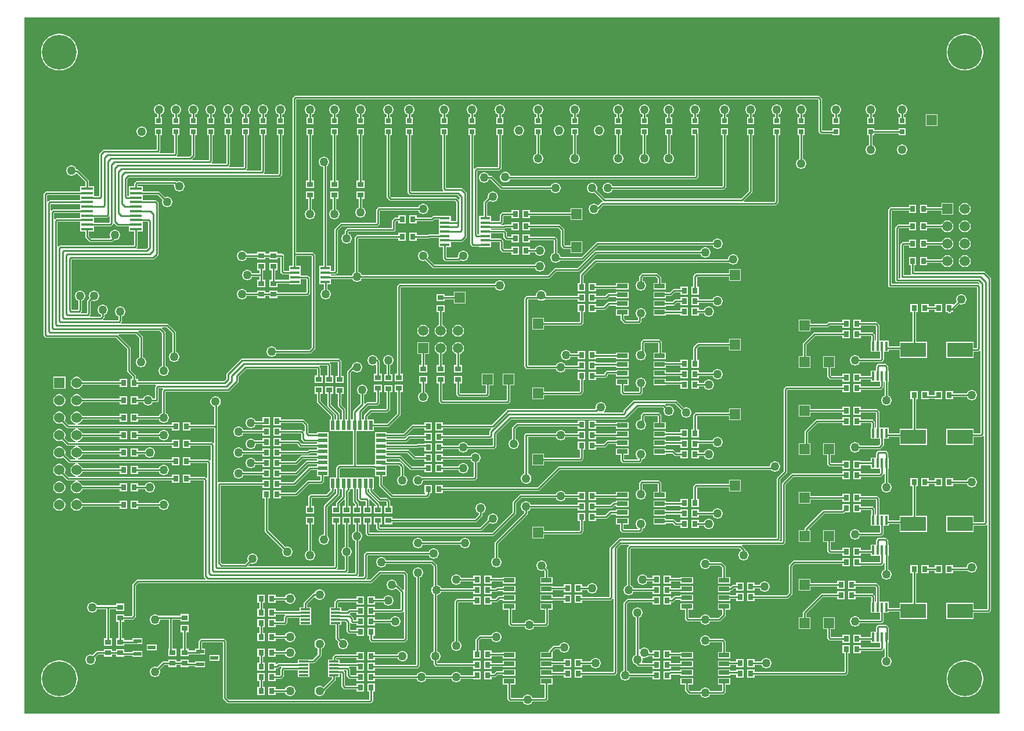
<source format=gtl>
G04*
G04 #@! TF.GenerationSoftware,Altium Limited,Altium Designer,22.3.1 (43)*
G04*
G04 Layer_Physical_Order=1*
G04 Layer_Color=255*
%FSLAX25Y25*%
%MOIN*%
G70*
G04*
G04 #@! TF.SameCoordinates,D3354991-DD5C-4E6D-8F59-54D9BE61E837*
G04*
G04*
G04 #@! TF.FilePolarity,Positive*
G04*
G01*
G75*
%ADD11C,0.01000*%
%ADD15R,0.04921X0.02362*%
%ADD16R,0.03740X0.03150*%
%ADD17R,0.01772X0.05512*%
%ADD18R,0.03150X0.03740*%
%ADD19R,0.14764X0.08071*%
%ADD20R,0.05807X0.02362*%
%ADD21R,0.02362X0.05807*%
%ADD22R,0.07087X0.01772*%
%ADD23R,0.03150X0.03150*%
%ADD24R,0.06016X0.02559*%
%ADD25R,0.05512X0.01181*%
%ADD26R,0.05512X0.01772*%
%ADD27R,0.05807X0.01772*%
%ADD48C,0.20000*%
%ADD49R,0.05906X0.05906*%
%ADD50C,0.06000*%
%ADD51R,0.06000X0.06000*%
%ADD52C,0.05906*%
%ADD53R,0.05906X0.05906*%
%ADD54C,0.05000*%
G36*
X560000D02*
X0D01*
Y400000D01*
X560000D01*
Y0D01*
D02*
G37*
%LPC*%
G36*
X540826Y390500D02*
X539174D01*
X537541Y390242D01*
X535969Y389731D01*
X534497Y388980D01*
X533160Y388009D01*
X531991Y386840D01*
X531020Y385503D01*
X530269Y384031D01*
X529759Y382459D01*
X529500Y380826D01*
Y379174D01*
X529759Y377541D01*
X530269Y375969D01*
X531020Y374497D01*
X531991Y373160D01*
X533160Y371991D01*
X534497Y371020D01*
X535969Y370269D01*
X537541Y369759D01*
X539174Y369500D01*
X540826D01*
X542459Y369759D01*
X544031Y370269D01*
X545503Y371020D01*
X546840Y371991D01*
X548009Y373160D01*
X548980Y374497D01*
X549731Y375969D01*
X550242Y377541D01*
X550500Y379174D01*
Y380826D01*
X550242Y382459D01*
X549731Y384031D01*
X548980Y385503D01*
X548009Y386840D01*
X546840Y388009D01*
X545503Y388980D01*
X544031Y389731D01*
X542459Y390242D01*
X540826Y390500D01*
D02*
G37*
G36*
X20826D02*
X19174D01*
X17541Y390242D01*
X15969Y389731D01*
X14497Y388980D01*
X13160Y388009D01*
X11991Y386840D01*
X11020Y385503D01*
X10269Y384031D01*
X9759Y382459D01*
X9500Y380826D01*
Y379174D01*
X9759Y377541D01*
X10269Y375969D01*
X11020Y374497D01*
X11991Y373160D01*
X13160Y371991D01*
X14497Y371020D01*
X15969Y370269D01*
X17541Y369759D01*
X19174Y369500D01*
X20826D01*
X22459Y369759D01*
X24031Y370269D01*
X25503Y371020D01*
X26840Y371991D01*
X28009Y373160D01*
X28980Y374497D01*
X29731Y375969D01*
X30242Y377541D01*
X30500Y379174D01*
Y380826D01*
X30242Y382459D01*
X29731Y384031D01*
X28980Y385503D01*
X28009Y386840D01*
X26840Y388009D01*
X25503Y388980D01*
X24031Y389731D01*
X22459Y390242D01*
X20826Y390500D01*
D02*
G37*
G36*
X504395Y350000D02*
X503605D01*
X502842Y349796D01*
X502158Y349401D01*
X501599Y348842D01*
X501204Y348158D01*
X501000Y347395D01*
Y346605D01*
X501204Y345842D01*
X501599Y345158D01*
X502158Y344599D01*
X502842Y344204D01*
X502980Y344167D01*
Y342724D01*
X501925D01*
Y338575D01*
X506075D01*
Y342724D01*
X505020D01*
Y344167D01*
X505158Y344204D01*
X505842Y344599D01*
X506401Y345158D01*
X506796Y345842D01*
X507000Y346605D01*
Y347395D01*
X506796Y348158D01*
X506401Y348842D01*
X505842Y349401D01*
X505158Y349796D01*
X504395Y350000D01*
D02*
G37*
G36*
X486395D02*
X485605D01*
X484842Y349796D01*
X484158Y349401D01*
X483599Y348842D01*
X483204Y348158D01*
X483000Y347395D01*
Y346605D01*
X483204Y345842D01*
X483599Y345158D01*
X484158Y344599D01*
X484842Y344204D01*
X484980Y344167D01*
Y342724D01*
X483925D01*
Y338575D01*
X488075D01*
Y342724D01*
X487020D01*
Y344167D01*
X487158Y344204D01*
X487842Y344599D01*
X488401Y345158D01*
X488796Y345842D01*
X489000Y346605D01*
Y347395D01*
X488796Y348158D01*
X488401Y348842D01*
X487842Y349401D01*
X487158Y349796D01*
X486395Y350000D01*
D02*
G37*
G36*
X466395D02*
X465605D01*
X464842Y349796D01*
X464158Y349401D01*
X463599Y348842D01*
X463204Y348158D01*
X463000Y347395D01*
Y346605D01*
X463204Y345842D01*
X463599Y345158D01*
X464158Y344599D01*
X464842Y344204D01*
X464980Y344167D01*
Y342724D01*
X463925D01*
Y338575D01*
X468075D01*
Y342724D01*
X467020D01*
Y344167D01*
X467158Y344204D01*
X467842Y344599D01*
X468401Y345158D01*
X468796Y345842D01*
X469000Y346605D01*
Y347395D01*
X468796Y348158D01*
X468401Y348842D01*
X467842Y349401D01*
X467158Y349796D01*
X466395Y350000D01*
D02*
G37*
G36*
X446395D02*
X445605D01*
X444842Y349796D01*
X444158Y349401D01*
X443599Y348842D01*
X443204Y348158D01*
X443000Y347395D01*
Y346605D01*
X443204Y345842D01*
X443599Y345158D01*
X444158Y344599D01*
X444842Y344204D01*
X444980Y344167D01*
Y342724D01*
X443925D01*
Y338575D01*
X448075D01*
Y342724D01*
X447020D01*
Y344167D01*
X447158Y344204D01*
X447842Y344599D01*
X448401Y345158D01*
X448796Y345842D01*
X449000Y346605D01*
Y347395D01*
X448796Y348158D01*
X448401Y348842D01*
X447842Y349401D01*
X447158Y349796D01*
X446395Y350000D01*
D02*
G37*
G36*
X432395D02*
X431605D01*
X430842Y349796D01*
X430158Y349401D01*
X429599Y348842D01*
X429204Y348158D01*
X429000Y347395D01*
Y346605D01*
X429204Y345842D01*
X429599Y345158D01*
X430158Y344599D01*
X430842Y344204D01*
X430980Y344167D01*
Y342724D01*
X429925D01*
Y338575D01*
X434075D01*
Y342724D01*
X433020D01*
Y344167D01*
X433158Y344204D01*
X433842Y344599D01*
X434401Y345158D01*
X434796Y345842D01*
X435000Y346605D01*
Y347395D01*
X434796Y348158D01*
X434401Y348842D01*
X433842Y349401D01*
X433158Y349796D01*
X432395Y350000D01*
D02*
G37*
G36*
X417395D02*
X416605D01*
X415842Y349796D01*
X415158Y349401D01*
X414599Y348842D01*
X414204Y348158D01*
X414000Y347395D01*
Y346605D01*
X414204Y345842D01*
X414599Y345158D01*
X415158Y344599D01*
X415842Y344204D01*
X415980Y344167D01*
Y342724D01*
X414925D01*
Y338575D01*
X419075D01*
Y342724D01*
X418020D01*
Y344167D01*
X418158Y344204D01*
X418842Y344599D01*
X419401Y345158D01*
X419796Y345842D01*
X420000Y346605D01*
Y347395D01*
X419796Y348158D01*
X419401Y348842D01*
X418842Y349401D01*
X418158Y349796D01*
X417395Y350000D01*
D02*
G37*
G36*
X402395D02*
X401605D01*
X400842Y349796D01*
X400158Y349401D01*
X399599Y348842D01*
X399204Y348158D01*
X399000Y347395D01*
Y346605D01*
X399204Y345842D01*
X399599Y345158D01*
X400158Y344599D01*
X400842Y344204D01*
X400980Y344167D01*
Y342724D01*
X399925D01*
Y338575D01*
X404075D01*
Y342724D01*
X403020D01*
Y344167D01*
X403158Y344204D01*
X403842Y344599D01*
X404401Y345158D01*
X404796Y345842D01*
X405000Y346605D01*
Y347395D01*
X404796Y348158D01*
X404401Y348842D01*
X403842Y349401D01*
X403158Y349796D01*
X402395Y350000D01*
D02*
G37*
G36*
X385395D02*
X384605D01*
X383842Y349796D01*
X383158Y349401D01*
X382599Y348842D01*
X382204Y348158D01*
X382000Y347395D01*
Y346605D01*
X382204Y345842D01*
X382599Y345158D01*
X383158Y344599D01*
X383842Y344204D01*
X383980Y344167D01*
Y342724D01*
X382925D01*
Y338575D01*
X387075D01*
Y342724D01*
X386020D01*
Y344167D01*
X386158Y344204D01*
X386842Y344599D01*
X387401Y345158D01*
X387796Y345842D01*
X388000Y346605D01*
Y347395D01*
X387796Y348158D01*
X387401Y348842D01*
X386842Y349401D01*
X386158Y349796D01*
X385395Y350000D01*
D02*
G37*
G36*
X370395D02*
X369605D01*
X368842Y349796D01*
X368158Y349401D01*
X367599Y348842D01*
X367204Y348158D01*
X367000Y347395D01*
Y346605D01*
X367204Y345842D01*
X367599Y345158D01*
X368158Y344599D01*
X368842Y344204D01*
X368980Y344167D01*
Y342724D01*
X367925D01*
Y338575D01*
X372075D01*
Y342724D01*
X371020D01*
Y344167D01*
X371158Y344204D01*
X371842Y344599D01*
X372401Y345158D01*
X372796Y345842D01*
X373000Y346605D01*
Y347395D01*
X372796Y348158D01*
X372401Y348842D01*
X371842Y349401D01*
X371158Y349796D01*
X370395Y350000D01*
D02*
G37*
G36*
X356395D02*
X355605D01*
X354842Y349796D01*
X354158Y349401D01*
X353599Y348842D01*
X353204Y348158D01*
X353000Y347395D01*
Y346605D01*
X353204Y345842D01*
X353599Y345158D01*
X354158Y344599D01*
X354842Y344204D01*
X354980Y344167D01*
Y342724D01*
X353925D01*
Y338575D01*
X358075D01*
Y342724D01*
X357020D01*
Y344167D01*
X357158Y344204D01*
X357842Y344599D01*
X358401Y345158D01*
X358796Y345842D01*
X359000Y346605D01*
Y347395D01*
X358796Y348158D01*
X358401Y348842D01*
X357842Y349401D01*
X357158Y349796D01*
X356395Y350000D01*
D02*
G37*
G36*
X341395D02*
X340605D01*
X339842Y349796D01*
X339158Y349401D01*
X338599Y348842D01*
X338204Y348158D01*
X338000Y347395D01*
Y346605D01*
X338204Y345842D01*
X338599Y345158D01*
X339158Y344599D01*
X339842Y344204D01*
X339980Y344167D01*
Y342724D01*
X338925D01*
Y338575D01*
X343075D01*
Y342724D01*
X342020D01*
Y344167D01*
X342158Y344204D01*
X342842Y344599D01*
X343401Y345158D01*
X343796Y345842D01*
X344000Y346605D01*
Y347395D01*
X343796Y348158D01*
X343401Y348842D01*
X342842Y349401D01*
X342158Y349796D01*
X341395Y350000D01*
D02*
G37*
G36*
X316395D02*
X315605D01*
X314842Y349796D01*
X314158Y349401D01*
X313599Y348842D01*
X313204Y348158D01*
X313000Y347395D01*
Y346605D01*
X313204Y345842D01*
X313599Y345158D01*
X314158Y344599D01*
X314842Y344204D01*
X314980Y344167D01*
Y342724D01*
X313925D01*
Y338575D01*
X318075D01*
Y342724D01*
X317020D01*
Y344167D01*
X317158Y344204D01*
X317842Y344599D01*
X318401Y345158D01*
X318796Y345842D01*
X319000Y346605D01*
Y347395D01*
X318796Y348158D01*
X318401Y348842D01*
X317842Y349401D01*
X317158Y349796D01*
X316395Y350000D01*
D02*
G37*
G36*
X295395D02*
X294605D01*
X293842Y349796D01*
X293158Y349401D01*
X292599Y348842D01*
X292204Y348158D01*
X292000Y347395D01*
Y346605D01*
X292204Y345842D01*
X292599Y345158D01*
X293158Y344599D01*
X293842Y344204D01*
X293980Y344167D01*
Y342724D01*
X292925D01*
Y338575D01*
X297075D01*
Y342724D01*
X296020D01*
Y344167D01*
X296158Y344204D01*
X296842Y344599D01*
X297401Y345158D01*
X297796Y345842D01*
X298000Y346605D01*
Y347395D01*
X297796Y348158D01*
X297401Y348842D01*
X296842Y349401D01*
X296158Y349796D01*
X295395Y350000D01*
D02*
G37*
G36*
X273395D02*
X272605D01*
X271842Y349796D01*
X271158Y349401D01*
X270599Y348842D01*
X270204Y348158D01*
X270000Y347395D01*
Y346605D01*
X270204Y345842D01*
X270599Y345158D01*
X271158Y344599D01*
X271842Y344204D01*
X271980Y344167D01*
Y342724D01*
X270925D01*
Y338575D01*
X275075D01*
Y342724D01*
X274020D01*
Y344167D01*
X274158Y344204D01*
X274842Y344599D01*
X275401Y345158D01*
X275796Y345842D01*
X276000Y346605D01*
Y347395D01*
X275796Y348158D01*
X275401Y348842D01*
X274842Y349401D01*
X274158Y349796D01*
X273395Y350000D01*
D02*
G37*
G36*
X257395D02*
X256605D01*
X255842Y349796D01*
X255158Y349401D01*
X254599Y348842D01*
X254204Y348158D01*
X254000Y347395D01*
Y346605D01*
X254204Y345842D01*
X254599Y345158D01*
X255158Y344599D01*
X255842Y344204D01*
X255980Y344167D01*
Y342724D01*
X254925D01*
Y338575D01*
X259075D01*
Y342724D01*
X258020D01*
Y344167D01*
X258158Y344204D01*
X258842Y344599D01*
X259401Y345158D01*
X259796Y345842D01*
X260000Y346605D01*
Y347395D01*
X259796Y348158D01*
X259401Y348842D01*
X258842Y349401D01*
X258158Y349796D01*
X257395Y350000D01*
D02*
G37*
G36*
X241395D02*
X240605D01*
X239842Y349796D01*
X239158Y349401D01*
X238599Y348842D01*
X238204Y348158D01*
X238000Y347395D01*
Y346605D01*
X238204Y345842D01*
X238599Y345158D01*
X239158Y344599D01*
X239842Y344204D01*
X239980Y344167D01*
Y342724D01*
X238925D01*
Y338575D01*
X243075D01*
Y342724D01*
X242020D01*
Y344167D01*
X242158Y344204D01*
X242842Y344599D01*
X243401Y345158D01*
X243796Y345842D01*
X244000Y346605D01*
Y347395D01*
X243796Y348158D01*
X243401Y348842D01*
X242842Y349401D01*
X242158Y349796D01*
X241395Y350000D01*
D02*
G37*
G36*
X221395D02*
X220605D01*
X219842Y349796D01*
X219158Y349401D01*
X218599Y348842D01*
X218204Y348158D01*
X218000Y347395D01*
Y346605D01*
X218204Y345842D01*
X218599Y345158D01*
X219158Y344599D01*
X219842Y344204D01*
X219980Y344167D01*
Y342724D01*
X218925D01*
Y338575D01*
X223075D01*
Y342724D01*
X222020D01*
Y344167D01*
X222158Y344204D01*
X222842Y344599D01*
X223401Y345158D01*
X223796Y345842D01*
X224000Y346605D01*
Y347395D01*
X223796Y348158D01*
X223401Y348842D01*
X222842Y349401D01*
X222158Y349796D01*
X221395Y350000D01*
D02*
G37*
G36*
X209395D02*
X208605D01*
X207842Y349796D01*
X207158Y349401D01*
X206599Y348842D01*
X206204Y348158D01*
X206000Y347395D01*
Y346605D01*
X206204Y345842D01*
X206599Y345158D01*
X207158Y344599D01*
X207842Y344204D01*
X207980Y344167D01*
Y342724D01*
X206925D01*
Y338575D01*
X211075D01*
Y342724D01*
X210020D01*
Y344167D01*
X210158Y344204D01*
X210842Y344599D01*
X211401Y345158D01*
X211796Y345842D01*
X212000Y346605D01*
Y347395D01*
X211796Y348158D01*
X211401Y348842D01*
X210842Y349401D01*
X210158Y349796D01*
X209395Y350000D01*
D02*
G37*
G36*
X193395D02*
X192605D01*
X191842Y349796D01*
X191158Y349401D01*
X190599Y348842D01*
X190204Y348158D01*
X190000Y347395D01*
Y346605D01*
X190204Y345842D01*
X190599Y345158D01*
X191158Y344599D01*
X191842Y344204D01*
X191980Y344167D01*
Y342724D01*
X190925D01*
Y338575D01*
X195075D01*
Y342724D01*
X194020D01*
Y344167D01*
X194158Y344204D01*
X194842Y344599D01*
X195401Y345158D01*
X195796Y345842D01*
X196000Y346605D01*
Y347395D01*
X195796Y348158D01*
X195401Y348842D01*
X194842Y349401D01*
X194158Y349796D01*
X193395Y350000D01*
D02*
G37*
G36*
X178395D02*
X177605D01*
X176842Y349796D01*
X176158Y349401D01*
X175599Y348842D01*
X175204Y348158D01*
X175000Y347395D01*
Y346605D01*
X175204Y345842D01*
X175599Y345158D01*
X176158Y344599D01*
X176842Y344204D01*
X176980Y344167D01*
Y342724D01*
X175925D01*
Y338575D01*
X180075D01*
Y342724D01*
X179020D01*
Y344167D01*
X179158Y344204D01*
X179842Y344599D01*
X180401Y345158D01*
X180796Y345842D01*
X181000Y346605D01*
Y347395D01*
X180796Y348158D01*
X180401Y348842D01*
X179842Y349401D01*
X179158Y349796D01*
X178395Y350000D01*
D02*
G37*
G36*
X164395D02*
X163605D01*
X162842Y349796D01*
X162158Y349401D01*
X161599Y348842D01*
X161204Y348158D01*
X161000Y347395D01*
Y346605D01*
X161204Y345842D01*
X161599Y345158D01*
X162158Y344599D01*
X162842Y344204D01*
X162980Y344167D01*
Y342724D01*
X161925D01*
Y338575D01*
X166075D01*
Y342724D01*
X165020D01*
Y344167D01*
X165158Y344204D01*
X165842Y344599D01*
X166401Y345158D01*
X166796Y345842D01*
X167000Y346605D01*
Y347395D01*
X166796Y348158D01*
X166401Y348842D01*
X165842Y349401D01*
X165158Y349796D01*
X164395Y350000D01*
D02*
G37*
G36*
X147395D02*
X146605D01*
X145842Y349796D01*
X145158Y349401D01*
X144599Y348842D01*
X144204Y348158D01*
X144000Y347395D01*
Y346605D01*
X144204Y345842D01*
X144599Y345158D01*
X145158Y344599D01*
X145842Y344204D01*
X145980Y344167D01*
Y342724D01*
X144925D01*
Y338575D01*
X149075D01*
Y342724D01*
X148020D01*
Y344167D01*
X148158Y344204D01*
X148842Y344599D01*
X149401Y345158D01*
X149796Y345842D01*
X150000Y346605D01*
Y347395D01*
X149796Y348158D01*
X149401Y348842D01*
X148842Y349401D01*
X148158Y349796D01*
X147395Y350000D01*
D02*
G37*
G36*
X137395D02*
X136605D01*
X135842Y349796D01*
X135158Y349401D01*
X134599Y348842D01*
X134204Y348158D01*
X134000Y347395D01*
Y346605D01*
X134204Y345842D01*
X134599Y345158D01*
X135158Y344599D01*
X135842Y344204D01*
X135980Y344167D01*
Y342724D01*
X134925D01*
Y338575D01*
X139075D01*
Y342724D01*
X138020D01*
Y344167D01*
X138158Y344204D01*
X138842Y344599D01*
X139401Y345158D01*
X139796Y345842D01*
X140000Y346605D01*
Y347395D01*
X139796Y348158D01*
X139401Y348842D01*
X138842Y349401D01*
X138158Y349796D01*
X137395Y350000D01*
D02*
G37*
G36*
X127395D02*
X126605D01*
X125842Y349796D01*
X125158Y349401D01*
X124599Y348842D01*
X124204Y348158D01*
X124000Y347395D01*
Y346605D01*
X124204Y345842D01*
X124599Y345158D01*
X125158Y344599D01*
X125842Y344204D01*
X125980Y344167D01*
Y342724D01*
X124925D01*
Y338575D01*
X129075D01*
Y342724D01*
X128020D01*
Y344167D01*
X128158Y344204D01*
X128842Y344599D01*
X129401Y345158D01*
X129796Y345842D01*
X130000Y346605D01*
Y347395D01*
X129796Y348158D01*
X129401Y348842D01*
X128842Y349401D01*
X128158Y349796D01*
X127395Y350000D01*
D02*
G37*
G36*
X117395D02*
X116605D01*
X115842Y349796D01*
X115158Y349401D01*
X114599Y348842D01*
X114204Y348158D01*
X114000Y347395D01*
Y346605D01*
X114204Y345842D01*
X114599Y345158D01*
X115158Y344599D01*
X115842Y344204D01*
X115980Y344167D01*
Y342724D01*
X114925D01*
Y338575D01*
X119075D01*
Y342724D01*
X118020D01*
Y344167D01*
X118158Y344204D01*
X118842Y344599D01*
X119401Y345158D01*
X119796Y345842D01*
X120000Y346605D01*
Y347395D01*
X119796Y348158D01*
X119401Y348842D01*
X118842Y349401D01*
X118158Y349796D01*
X117395Y350000D01*
D02*
G37*
G36*
X107395D02*
X106605D01*
X105842Y349796D01*
X105158Y349401D01*
X104599Y348842D01*
X104204Y348158D01*
X104000Y347395D01*
Y346605D01*
X104204Y345842D01*
X104599Y345158D01*
X105158Y344599D01*
X105842Y344204D01*
X105980Y344167D01*
Y342724D01*
X104925D01*
Y338575D01*
X109075D01*
Y342724D01*
X108020D01*
Y344167D01*
X108158Y344204D01*
X108842Y344599D01*
X109401Y345158D01*
X109796Y345842D01*
X110000Y346605D01*
Y347395D01*
X109796Y348158D01*
X109401Y348842D01*
X108842Y349401D01*
X108158Y349796D01*
X107395Y350000D01*
D02*
G37*
G36*
X97395D02*
X96605D01*
X95842Y349796D01*
X95158Y349401D01*
X94599Y348842D01*
X94204Y348158D01*
X94000Y347395D01*
Y346605D01*
X94204Y345842D01*
X94599Y345158D01*
X95158Y344599D01*
X95842Y344204D01*
X95980Y344167D01*
Y342724D01*
X94925D01*
Y338575D01*
X99075D01*
Y342724D01*
X98020D01*
Y344167D01*
X98158Y344204D01*
X98842Y344599D01*
X99401Y345158D01*
X99796Y345842D01*
X100000Y346605D01*
Y347395D01*
X99796Y348158D01*
X99401Y348842D01*
X98842Y349401D01*
X98158Y349796D01*
X97395Y350000D01*
D02*
G37*
G36*
X87395D02*
X86605D01*
X85842Y349796D01*
X85158Y349401D01*
X84599Y348842D01*
X84204Y348158D01*
X84000Y347395D01*
Y346605D01*
X84204Y345842D01*
X84599Y345158D01*
X85158Y344599D01*
X85842Y344204D01*
X85980Y344167D01*
Y342724D01*
X84925D01*
Y338575D01*
X89075D01*
Y342724D01*
X88020D01*
Y344167D01*
X88158Y344204D01*
X88842Y344599D01*
X89401Y345158D01*
X89796Y345842D01*
X90000Y346605D01*
Y347395D01*
X89796Y348158D01*
X89401Y348842D01*
X88842Y349401D01*
X88158Y349796D01*
X87395Y350000D01*
D02*
G37*
G36*
X77795D02*
X77005D01*
X76242Y349796D01*
X75558Y349401D01*
X74999Y348842D01*
X74604Y348158D01*
X74400Y347395D01*
Y346605D01*
X74604Y345842D01*
X74999Y345158D01*
X75558Y344599D01*
X76242Y344204D01*
X76380Y344167D01*
Y342724D01*
X74925D01*
Y338575D01*
X79075D01*
Y342724D01*
X78420D01*
Y344167D01*
X78558Y344204D01*
X79242Y344599D01*
X79801Y345158D01*
X80196Y345842D01*
X80400Y346605D01*
Y347395D01*
X80196Y348158D01*
X79801Y348842D01*
X79242Y349401D01*
X78558Y349796D01*
X77795Y350000D01*
D02*
G37*
G36*
X524453Y344453D02*
X517547D01*
Y337547D01*
X524453D01*
Y344453D01*
D02*
G37*
G36*
X506075Y336425D02*
X501925D01*
Y335370D01*
X488075D01*
Y336425D01*
X483925D01*
Y332276D01*
X484980D01*
Y326833D01*
X484842Y326796D01*
X484158Y326401D01*
X483599Y325842D01*
X483204Y325158D01*
X483000Y324395D01*
Y323605D01*
X483204Y322842D01*
X483599Y322158D01*
X484158Y321599D01*
X484842Y321204D01*
X485605Y321000D01*
X486395D01*
X487158Y321204D01*
X487842Y321599D01*
X488401Y322158D01*
X488796Y322842D01*
X489000Y323605D01*
Y324395D01*
X488796Y325158D01*
X488401Y325842D01*
X487842Y326401D01*
X487158Y326796D01*
X487020Y326833D01*
Y332276D01*
X488075D01*
Y333331D01*
X501925D01*
Y332276D01*
X506075D01*
Y336425D01*
D02*
G37*
G36*
X456000Y355020D02*
X155586D01*
X155196Y354942D01*
X154865Y354721D01*
X154279Y354135D01*
X154058Y353804D01*
X153980Y353414D01*
Y264000D01*
Y257224D01*
X152083D01*
Y254299D01*
X149020D01*
Y263150D01*
X148942Y263540D01*
X148721Y263871D01*
X148390Y264092D01*
X148000Y264169D01*
X145370D01*
Y265224D01*
X140630D01*
Y264169D01*
X138370D01*
Y265224D01*
X133630D01*
Y264169D01*
X127789D01*
X127401Y264842D01*
X126842Y265401D01*
X126158Y265796D01*
X125395Y266000D01*
X124605D01*
X123842Y265796D01*
X123158Y265401D01*
X122599Y264842D01*
X122204Y264158D01*
X122000Y263395D01*
Y262605D01*
X122204Y261842D01*
X122599Y261158D01*
X123158Y260599D01*
X123842Y260204D01*
X124605Y260000D01*
X125395D01*
X126158Y260204D01*
X126842Y260599D01*
X127401Y261158D01*
X127796Y261842D01*
X127873Y262130D01*
X133630D01*
Y261075D01*
X138370D01*
Y262130D01*
X140630D01*
Y261075D01*
X145370D01*
Y262130D01*
X146980D01*
Y253865D01*
X147058Y253475D01*
X147279Y253144D01*
X147865Y252559D01*
X148196Y252338D01*
X148586Y252260D01*
X152083D01*
Y249181D01*
X145370D01*
Y249224D01*
X144020D01*
Y254776D01*
X145370D01*
Y258925D01*
X140630D01*
Y254776D01*
X141980D01*
Y249224D01*
X140630D01*
Y245075D01*
X145370D01*
Y247142D01*
X152083D01*
Y246776D01*
X158595D01*
Y249701D01*
X161980D01*
Y242020D01*
X145370D01*
Y242925D01*
X140630D01*
Y242020D01*
X138370D01*
Y242925D01*
X133630D01*
Y241870D01*
X127873D01*
X127796Y242158D01*
X127401Y242842D01*
X126842Y243401D01*
X126158Y243796D01*
X125395Y244000D01*
X124605D01*
X123842Y243796D01*
X123158Y243401D01*
X122599Y242842D01*
X122204Y242158D01*
X122000Y241395D01*
Y240605D01*
X122204Y239842D01*
X122599Y239158D01*
X123158Y238599D01*
X123842Y238204D01*
X124605Y238000D01*
X125395D01*
X126158Y238204D01*
X126842Y238599D01*
X127401Y239158D01*
X127789Y239831D01*
X133630D01*
Y238776D01*
X138370D01*
Y239980D01*
X140630D01*
Y238776D01*
X145370D01*
Y239980D01*
X162414D01*
X162804Y240058D01*
X163135Y240279D01*
X163721Y240865D01*
X163942Y241196D01*
X164020Y241586D01*
Y250135D01*
X163942Y250525D01*
X163721Y250856D01*
X163135Y251441D01*
X162804Y251662D01*
X162414Y251740D01*
X158595D01*
Y254453D01*
Y257224D01*
X156020D01*
Y262980D01*
X164980D01*
Y210422D01*
X163578Y209020D01*
X144833D01*
X144796Y209158D01*
X144401Y209842D01*
X143842Y210401D01*
X143158Y210796D01*
X142395Y211000D01*
X141605D01*
X140842Y210796D01*
X140158Y210401D01*
X139599Y209842D01*
X139204Y209158D01*
X139000Y208395D01*
Y207605D01*
X139204Y206842D01*
X139599Y206158D01*
X140158Y205599D01*
X140842Y205204D01*
X141605Y205000D01*
X142395D01*
X143158Y205204D01*
X143842Y205599D01*
X144401Y206158D01*
X144796Y206842D01*
X144833Y206980D01*
X164000D01*
X164390Y207058D01*
X164721Y207279D01*
X166721Y209279D01*
X166942Y209610D01*
X167020Y210000D01*
Y263414D01*
X166942Y263804D01*
X166721Y264135D01*
X166135Y264721D01*
X165804Y264942D01*
X165414Y265020D01*
X156020D01*
Y352980D01*
X455578D01*
X455980Y352578D01*
Y334586D01*
X456058Y334196D01*
X456279Y333865D01*
X456865Y333279D01*
X457196Y333058D01*
X457586Y332980D01*
X463925D01*
Y332276D01*
X468075D01*
Y336425D01*
X463925D01*
Y335020D01*
X458020D01*
Y353000D01*
X457942Y353390D01*
X457721Y353721D01*
X456721Y354721D01*
X456390Y354942D01*
X456000Y355020D01*
D02*
G37*
G36*
X330395Y338000D02*
X329605D01*
X328842Y337796D01*
X328158Y337401D01*
X327599Y336842D01*
X327204Y336158D01*
X327000Y335395D01*
Y334605D01*
X327204Y333842D01*
X327599Y333158D01*
X328158Y332599D01*
X328842Y332204D01*
X329605Y332000D01*
X330395D01*
X331158Y332204D01*
X331842Y332599D01*
X332401Y333158D01*
X332796Y333842D01*
X333000Y334605D01*
Y335395D01*
X332796Y336158D01*
X332401Y336842D01*
X331842Y337401D01*
X331158Y337796D01*
X330395Y338000D01*
D02*
G37*
G36*
X307395D02*
X306605D01*
X305842Y337796D01*
X305158Y337401D01*
X304599Y336842D01*
X304204Y336158D01*
X304000Y335395D01*
Y334605D01*
X304204Y333842D01*
X304599Y333158D01*
X305036Y332722D01*
X305058Y332610D01*
X305279Y332279D01*
X305610Y332058D01*
X306000Y331980D01*
X306389Y332058D01*
X306605Y332000D01*
X307395D01*
X308158Y332204D01*
X308842Y332599D01*
X309401Y333158D01*
X309796Y333842D01*
X310000Y334605D01*
Y335395D01*
X309796Y336158D01*
X309401Y336842D01*
X308842Y337401D01*
X308158Y337796D01*
X307395Y338000D01*
D02*
G37*
G36*
X284395D02*
X283605D01*
X282842Y337796D01*
X282158Y337401D01*
X281599Y336842D01*
X281204Y336158D01*
X281000Y335395D01*
Y334605D01*
X281204Y333842D01*
X281599Y333158D01*
X282158Y332599D01*
X282842Y332204D01*
X283605Y332000D01*
X284395D01*
X285158Y332204D01*
X285842Y332599D01*
X286401Y333158D01*
X286796Y333842D01*
X287000Y334605D01*
Y335395D01*
X286796Y336158D01*
X286401Y336842D01*
X285842Y337401D01*
X285158Y337796D01*
X284395Y338000D01*
D02*
G37*
G36*
X67745Y337350D02*
X66955D01*
X66192Y337146D01*
X65508Y336751D01*
X64950Y336192D01*
X64555Y335508D01*
X64350Y334745D01*
Y333955D01*
X64555Y333192D01*
X64950Y332508D01*
X65508Y331950D01*
X66192Y331555D01*
X66955Y331350D01*
X67745D01*
X68508Y331555D01*
X69192Y331950D01*
X69751Y332508D01*
X70146Y333192D01*
X70350Y333955D01*
Y334745D01*
X70146Y335508D01*
X69751Y336192D01*
X69192Y336751D01*
X68508Y337146D01*
X67745Y337350D01*
D02*
G37*
G36*
X504395Y327000D02*
X503605D01*
X502842Y326796D01*
X502158Y326401D01*
X501599Y325842D01*
X501204Y325158D01*
X501000Y324395D01*
Y323605D01*
X501204Y322842D01*
X501599Y322158D01*
X502158Y321599D01*
X502842Y321204D01*
X503605Y321000D01*
X504395D01*
X505158Y321204D01*
X505842Y321599D01*
X506401Y322158D01*
X506796Y322842D01*
X507000Y323605D01*
Y324395D01*
X506796Y325158D01*
X506401Y325842D01*
X505842Y326401D01*
X505158Y326796D01*
X504395Y327000D01*
D02*
G37*
G36*
X372075Y336425D02*
X367925D01*
Y332276D01*
X368980D01*
Y321833D01*
X368842Y321796D01*
X368158Y321401D01*
X367599Y320842D01*
X367204Y320158D01*
X367000Y319395D01*
Y318605D01*
X367204Y317842D01*
X367599Y317158D01*
X368158Y316599D01*
X368842Y316204D01*
X369605Y316000D01*
X370395D01*
X371158Y316204D01*
X371842Y316599D01*
X372401Y317158D01*
X372796Y317842D01*
X373000Y318605D01*
Y319395D01*
X372796Y320158D01*
X372401Y320842D01*
X371842Y321401D01*
X371158Y321796D01*
X371020Y321833D01*
Y332276D01*
X372075D01*
Y336425D01*
D02*
G37*
G36*
X358075D02*
X353925D01*
Y332276D01*
X354980D01*
Y321833D01*
X354842Y321796D01*
X354158Y321401D01*
X353599Y320842D01*
X353204Y320158D01*
X353000Y319395D01*
Y318605D01*
X353204Y317842D01*
X353599Y317158D01*
X354158Y316599D01*
X354842Y316204D01*
X355605Y316000D01*
X356395D01*
X357158Y316204D01*
X357842Y316599D01*
X358401Y317158D01*
X358796Y317842D01*
X359000Y318605D01*
Y319395D01*
X358796Y320158D01*
X358401Y320842D01*
X357842Y321401D01*
X357158Y321796D01*
X357020Y321833D01*
Y332276D01*
X358075D01*
Y336425D01*
D02*
G37*
G36*
X343075D02*
X338925D01*
Y332276D01*
X339980D01*
Y321833D01*
X339842Y321796D01*
X339158Y321401D01*
X338599Y320842D01*
X338204Y320158D01*
X338000Y319395D01*
Y318605D01*
X338204Y317842D01*
X338599Y317158D01*
X339158Y316599D01*
X339842Y316204D01*
X340605Y316000D01*
X341395D01*
X342158Y316204D01*
X342842Y316599D01*
X343401Y317158D01*
X343796Y317842D01*
X344000Y318605D01*
Y319395D01*
X343796Y320158D01*
X343401Y320842D01*
X342842Y321401D01*
X342158Y321796D01*
X342020Y321833D01*
Y332276D01*
X343075D01*
Y336425D01*
D02*
G37*
G36*
X318075D02*
X313925D01*
Y332276D01*
X314980D01*
Y321833D01*
X314842Y321796D01*
X314158Y321401D01*
X313599Y320842D01*
X313204Y320158D01*
X313000Y319395D01*
Y318605D01*
X313204Y317842D01*
X313599Y317158D01*
X314158Y316599D01*
X314842Y316204D01*
X315605Y316000D01*
X316395D01*
X317158Y316204D01*
X317842Y316599D01*
X318401Y317158D01*
X318796Y317842D01*
X319000Y318605D01*
Y319395D01*
X318796Y320158D01*
X318401Y320842D01*
X317842Y321401D01*
X317158Y321796D01*
X317020Y321833D01*
Y332276D01*
X318075D01*
Y336425D01*
D02*
G37*
G36*
X297075D02*
X292925D01*
Y332276D01*
X293980D01*
Y321833D01*
X293842Y321796D01*
X293158Y321401D01*
X292599Y320842D01*
X292204Y320158D01*
X292000Y319395D01*
Y318605D01*
X292204Y317842D01*
X292599Y317158D01*
X293158Y316599D01*
X293842Y316204D01*
X294605Y316000D01*
X295395D01*
X296158Y316204D01*
X296842Y316599D01*
X297401Y317158D01*
X297796Y317842D01*
X298000Y318605D01*
Y319395D01*
X297796Y320158D01*
X297401Y320842D01*
X296842Y321401D01*
X296158Y321796D01*
X296020Y321833D01*
Y332276D01*
X297075D01*
Y336425D01*
D02*
G37*
G36*
X448075D02*
X443925D01*
Y332276D01*
X444980D01*
Y318833D01*
X444842Y318796D01*
X444158Y318401D01*
X443599Y317842D01*
X443204Y317158D01*
X443000Y316395D01*
Y315605D01*
X443204Y314842D01*
X443599Y314158D01*
X444158Y313599D01*
X444842Y313204D01*
X445605Y313000D01*
X446395D01*
X447158Y313204D01*
X447842Y313599D01*
X448401Y314158D01*
X448796Y314842D01*
X449000Y315605D01*
Y316395D01*
X448796Y317158D01*
X448401Y317842D01*
X447842Y318401D01*
X447158Y318796D01*
X447020Y318833D01*
Y332276D01*
X448075D01*
Y336425D01*
D02*
G37*
G36*
X275075D02*
X270925D01*
Y332276D01*
X271980D01*
Y314020D01*
X260000D01*
X259610Y313942D01*
X259279Y313721D01*
X258520Y312962D01*
X258020Y313169D01*
Y332276D01*
X259075D01*
Y336425D01*
X254925D01*
Y332276D01*
X255980D01*
Y270000D01*
X256058Y269610D01*
X256279Y269279D01*
X256956Y268602D01*
X257287Y268381D01*
X257677Y268303D01*
X261163D01*
Y267937D01*
X267970D01*
Y270980D01*
X272980D01*
Y267000D01*
X273058Y266610D01*
X273279Y266279D01*
X274279Y265279D01*
X274610Y265058D01*
X275000Y264980D01*
X279776D01*
Y263630D01*
X283925D01*
Y268370D01*
X279776D01*
Y267020D01*
X275422D01*
X275020Y267422D01*
Y271414D01*
X274942Y271804D01*
X274721Y272135D01*
X274135Y272721D01*
X273804Y272942D01*
X273414Y273020D01*
X267970D01*
Y275980D01*
X274980D01*
Y274000D01*
X275058Y273610D01*
X275279Y273279D01*
X276279Y272279D01*
X276610Y272058D01*
X277000Y271980D01*
X279776D01*
Y270630D01*
X283925D01*
Y275370D01*
X279776D01*
Y274020D01*
X277422D01*
X277020Y274422D01*
Y276414D01*
X276942Y276804D01*
X276721Y277135D01*
X276135Y277721D01*
X275804Y277942D01*
X275414Y278020D01*
X267970D01*
Y278539D01*
X275559D01*
X275949Y278617D01*
X276280Y278838D01*
X276422Y278980D01*
X279776D01*
Y277630D01*
X283925D01*
Y282370D01*
X279776D01*
Y281020D01*
X276000D01*
X275610Y280942D01*
X275279Y280721D01*
X275137Y280579D01*
X274097D01*
X273830Y281042D01*
X273835Y281079D01*
X274135Y281279D01*
X274721Y281865D01*
X274942Y282196D01*
X275020Y282586D01*
Y285980D01*
X279776D01*
Y284630D01*
X283925D01*
Y289370D01*
X279776D01*
Y288020D01*
X274586D01*
X274196Y287942D01*
X273865Y287721D01*
X273279Y287135D01*
X273058Y286804D01*
X272980Y286414D01*
Y283020D01*
X267970D01*
Y286063D01*
X265586D01*
Y293145D01*
X267100Y294658D01*
X267158Y294599D01*
X267842Y294204D01*
X268605Y294000D01*
X269395D01*
X270158Y294204D01*
X270842Y294599D01*
X271401Y295158D01*
X271796Y295842D01*
X272000Y296605D01*
Y297395D01*
X271796Y298158D01*
X271401Y298842D01*
X270842Y299401D01*
X270158Y299796D01*
X269395Y300000D01*
X268605D01*
X267842Y299796D01*
X267158Y299401D01*
X266599Y298842D01*
X266204Y298158D01*
X266000Y297395D01*
Y296605D01*
X266035Y296476D01*
X263846Y294288D01*
X263625Y293957D01*
X263547Y293567D01*
Y286063D01*
X261163D01*
Y283291D01*
Y280732D01*
Y278173D01*
Y275461D01*
X260020D01*
Y311578D01*
X260422Y311980D01*
X272414D01*
X272804Y312058D01*
X273135Y312279D01*
X273721Y312865D01*
X273942Y313196D01*
X274020Y313586D01*
Y332276D01*
X275075D01*
Y336425D01*
D02*
G37*
G36*
X149075D02*
X144925D01*
Y332276D01*
X145980D01*
Y310422D01*
X145578Y310020D01*
X137583D01*
X137376Y310520D01*
X137721Y310865D01*
X137942Y311196D01*
X138020Y311586D01*
Y332276D01*
X139075D01*
Y336425D01*
X134925D01*
Y332276D01*
X135980D01*
Y312020D01*
X127583D01*
X127376Y312520D01*
X127721Y312865D01*
X127942Y313196D01*
X128020Y313586D01*
Y332276D01*
X129075D01*
Y336425D01*
X124925D01*
Y332276D01*
X125980D01*
Y314020D01*
X117583D01*
X117376Y314520D01*
X117721Y314865D01*
X117942Y315196D01*
X118020Y315586D01*
Y332276D01*
X119075D01*
Y336425D01*
X114925D01*
Y332276D01*
X115980D01*
Y316020D01*
X107583D01*
X107376Y316520D01*
X107721Y316865D01*
X107942Y317196D01*
X108020Y317586D01*
Y332276D01*
X109075D01*
Y336425D01*
X104925D01*
Y332276D01*
X105980D01*
Y318020D01*
X96583D01*
X96376Y318520D01*
X97721Y319865D01*
X97942Y320196D01*
X98020Y320586D01*
Y332276D01*
X99075D01*
Y336425D01*
X94925D01*
Y332276D01*
X95980D01*
Y321008D01*
X94992Y320020D01*
X87583D01*
X87376Y320520D01*
X87721Y320865D01*
X87942Y321196D01*
X88020Y321586D01*
Y332276D01*
X89075D01*
Y336425D01*
X84925D01*
Y332276D01*
X85980D01*
Y322020D01*
X77583D01*
X77376Y322520D01*
X77721Y322865D01*
X77942Y323196D01*
X78020Y323586D01*
Y332276D01*
X79075D01*
Y336425D01*
X74925D01*
Y332276D01*
X75980D01*
Y324020D01*
X45586D01*
X45196Y323942D01*
X44865Y323721D01*
X43279Y322135D01*
X43058Y321804D01*
X42980Y321414D01*
Y297422D01*
X42975Y297417D01*
X40067D01*
Y300130D01*
Y302902D01*
X37043D01*
Y305976D01*
X36966Y306367D01*
X36745Y306697D01*
X31049Y312392D01*
X30719Y312614D01*
X30328Y312691D01*
X29921D01*
X29796Y313158D01*
X29401Y313842D01*
X28842Y314401D01*
X28158Y314796D01*
X27395Y315000D01*
X26605D01*
X25842Y314796D01*
X25158Y314401D01*
X24599Y313842D01*
X24204Y313158D01*
X24000Y312395D01*
Y311605D01*
X24204Y310842D01*
X24599Y310158D01*
X25158Y309599D01*
X25842Y309204D01*
X26605Y309000D01*
X27395D01*
X28158Y309204D01*
X28842Y309599D01*
X29401Y310158D01*
X29523Y310370D01*
X30123Y310435D01*
X35004Y305554D01*
Y302902D01*
X31980D01*
Y299976D01*
X12586D01*
X12196Y299899D01*
X11865Y299678D01*
X11279Y299092D01*
X11058Y298761D01*
X10980Y298371D01*
Y217586D01*
X11058Y217196D01*
X11279Y216865D01*
X11865Y216279D01*
X12196Y216058D01*
X12586Y215980D01*
X52578D01*
X58980Y209578D01*
Y197000D01*
X59058Y196610D01*
X59279Y196279D01*
X61980Y193578D01*
Y192370D01*
X61075D01*
Y187630D01*
X65224D01*
Y188980D01*
X75417D01*
X75624Y188480D01*
X75279Y188135D01*
X75058Y187804D01*
X74980Y187414D01*
Y181020D01*
X73833D01*
X73796Y181158D01*
X73401Y181842D01*
X72842Y182401D01*
X72158Y182796D01*
X71395Y183000D01*
X70605D01*
X69842Y182796D01*
X69158Y182401D01*
X68599Y181842D01*
X68204Y181158D01*
X68167Y181020D01*
X65224D01*
Y182370D01*
X61075D01*
Y177630D01*
X65224D01*
Y178980D01*
X68167D01*
X68204Y178842D01*
X68599Y178158D01*
X69158Y177599D01*
X69842Y177204D01*
X70605Y177000D01*
X71395D01*
X72158Y177204D01*
X72842Y177599D01*
X73401Y178158D01*
X73796Y178842D01*
X73833Y178980D01*
X76000D01*
X76390Y179058D01*
X76721Y179279D01*
X76942Y179610D01*
X77020Y180000D01*
Y186980D01*
X79417D01*
X79624Y186480D01*
X79279Y186135D01*
X79058Y185804D01*
X78980Y185414D01*
Y172833D01*
X78842Y172796D01*
X78158Y172401D01*
X77599Y171842D01*
X77204Y171158D01*
X77167Y171020D01*
X65224D01*
Y172370D01*
X61075D01*
Y167630D01*
X65224D01*
Y168980D01*
X77167D01*
X77204Y168842D01*
X77599Y168158D01*
X78158Y167599D01*
X78842Y167204D01*
X79605Y167000D01*
X80395D01*
X81158Y167204D01*
X81842Y167599D01*
X82401Y168158D01*
X82796Y168842D01*
X83000Y169605D01*
Y170395D01*
X82796Y171158D01*
X82401Y171842D01*
X81842Y172401D01*
X81158Y172796D01*
X81020Y172833D01*
Y184980D01*
X117000D01*
X117390Y185058D01*
X117721Y185279D01*
X122721Y190279D01*
X122942Y190610D01*
X123020Y191000D01*
Y193578D01*
X127422Y197980D01*
X167980D01*
Y194224D01*
X166630D01*
Y190075D01*
X171370D01*
Y194224D01*
X170020D01*
Y198414D01*
X169942Y198804D01*
X169721Y199135D01*
X169376Y199480D01*
X169583Y199980D01*
X173980D01*
Y194224D01*
X172630D01*
Y190075D01*
X177370D01*
Y194224D01*
X176020D01*
Y200414D01*
X175942Y200804D01*
X175721Y201135D01*
X175376Y201480D01*
X175583Y201980D01*
X179980D01*
Y194075D01*
X178630D01*
Y189925D01*
X183370D01*
Y194075D01*
X182020D01*
Y202414D01*
X181942Y202804D01*
X181721Y203135D01*
X181135Y203721D01*
X180804Y203942D01*
X180414Y204020D01*
X125000D01*
X124610Y203942D01*
X124279Y203721D01*
X116279Y195721D01*
X116058Y195390D01*
X115980Y195000D01*
Y192422D01*
X114578Y191020D01*
X65224D01*
Y192370D01*
X64020D01*
Y194000D01*
X63942Y194390D01*
X63721Y194721D01*
X61020Y197422D01*
Y210000D01*
X60942Y210390D01*
X60721Y210721D01*
X53961Y217480D01*
X54169Y217980D01*
X63992D01*
X65980Y215992D01*
Y204833D01*
X65842Y204796D01*
X65158Y204401D01*
X64599Y203842D01*
X64204Y203158D01*
X64000Y202395D01*
Y201605D01*
X64204Y200842D01*
X64599Y200158D01*
X65158Y199599D01*
X65842Y199204D01*
X66605Y199000D01*
X67395D01*
X68158Y199204D01*
X68842Y199599D01*
X69401Y200158D01*
X69796Y200842D01*
X70000Y201605D01*
Y202395D01*
X69796Y203158D01*
X69401Y203842D01*
X68842Y204401D01*
X68158Y204796D01*
X68020Y204833D01*
Y216414D01*
X67942Y216804D01*
X67721Y217135D01*
X65376Y219480D01*
X65583Y219980D01*
X77578D01*
X78980Y218578D01*
Y199833D01*
X78842Y199796D01*
X78158Y199401D01*
X77599Y198842D01*
X77204Y198158D01*
X77000Y197395D01*
Y196605D01*
X77204Y195842D01*
X77599Y195158D01*
X78158Y194599D01*
X78842Y194204D01*
X79605Y194000D01*
X80395D01*
X81158Y194204D01*
X81842Y194599D01*
X82401Y195158D01*
X82796Y195842D01*
X83000Y196605D01*
Y197395D01*
X82796Y198158D01*
X82401Y198842D01*
X81842Y199401D01*
X81158Y199796D01*
X81020Y199833D01*
Y219000D01*
X80942Y219390D01*
X80721Y219721D01*
X78961Y221480D01*
X79169Y221980D01*
X81578D01*
X84980Y218578D01*
Y207833D01*
X84842Y207796D01*
X84158Y207401D01*
X83599Y206842D01*
X83204Y206158D01*
X83000Y205395D01*
Y204605D01*
X83204Y203842D01*
X83599Y203158D01*
X84158Y202599D01*
X84842Y202204D01*
X85605Y202000D01*
X86395D01*
X87158Y202204D01*
X87842Y202599D01*
X88401Y203158D01*
X88796Y203842D01*
X89000Y204605D01*
Y205395D01*
X88796Y206158D01*
X88401Y206842D01*
X87842Y207401D01*
X87158Y207796D01*
X87020Y207833D01*
Y219000D01*
X86942Y219390D01*
X86721Y219721D01*
X82721Y223721D01*
X82390Y223942D01*
X82000Y224020D01*
X55583D01*
X55376Y224520D01*
X55721Y224865D01*
X55942Y225196D01*
X56020Y225586D01*
Y228167D01*
X56158Y228204D01*
X56842Y228599D01*
X57401Y229158D01*
X57796Y229842D01*
X58000Y230605D01*
Y231395D01*
X57796Y232158D01*
X57401Y232842D01*
X56842Y233401D01*
X56158Y233796D01*
X55395Y234000D01*
X54605D01*
X53842Y233796D01*
X53158Y233401D01*
X52599Y232842D01*
X52204Y232158D01*
X52000Y231395D01*
Y230605D01*
X52204Y229842D01*
X52599Y229158D01*
X53158Y228599D01*
X53842Y228204D01*
X53980Y228167D01*
Y226020D01*
X45169D01*
X44962Y226520D01*
X45721Y227279D01*
X45942Y227610D01*
X46020Y228000D01*
Y229167D01*
X46158Y229204D01*
X46842Y229599D01*
X47401Y230158D01*
X47796Y230842D01*
X48000Y231605D01*
Y232395D01*
X47796Y233158D01*
X47401Y233842D01*
X46842Y234401D01*
X46158Y234796D01*
X45395Y235000D01*
X44605D01*
X43842Y234796D01*
X43158Y234401D01*
X42599Y233842D01*
X42204Y233158D01*
X42000Y232395D01*
Y231605D01*
X42204Y230842D01*
X42599Y230158D01*
X43158Y229599D01*
X43842Y229204D01*
X43980Y229167D01*
Y228422D01*
X43578Y228020D01*
X37583D01*
X37376Y228520D01*
X37721Y228865D01*
X37942Y229196D01*
X38020Y229586D01*
Y236578D01*
X38718Y237276D01*
X38842Y237204D01*
X39605Y237000D01*
X40395D01*
X41158Y237204D01*
X41842Y237599D01*
X42401Y238158D01*
X42796Y238842D01*
X43000Y239605D01*
Y240395D01*
X42796Y241158D01*
X42401Y241842D01*
X41842Y242401D01*
X41158Y242796D01*
X40395Y243000D01*
X39605D01*
X38842Y242796D01*
X38158Y242401D01*
X37599Y241842D01*
X37204Y241158D01*
X37000Y240395D01*
Y239605D01*
X37204Y238842D01*
X37276Y238718D01*
X36279Y237721D01*
X36058Y237390D01*
X35980Y237000D01*
Y230020D01*
X32583D01*
X32376Y230520D01*
X32721Y230865D01*
X32942Y231196D01*
X33020Y231586D01*
Y237167D01*
X33158Y237204D01*
X33842Y237599D01*
X34401Y238158D01*
X34796Y238842D01*
X35000Y239605D01*
Y240395D01*
X34796Y241158D01*
X34401Y241842D01*
X33842Y242401D01*
X33158Y242796D01*
X32395Y243000D01*
X31605D01*
X30842Y242796D01*
X30158Y242401D01*
X29599Y241842D01*
X29204Y241158D01*
X29000Y240395D01*
Y239605D01*
X29204Y238842D01*
X29599Y238158D01*
X30158Y237599D01*
X30842Y237204D01*
X30980Y237167D01*
Y232020D01*
X27020D01*
Y260980D01*
X74000D01*
X74390Y261058D01*
X74721Y261279D01*
X76721Y263279D01*
X76942Y263610D01*
X77020Y264000D01*
Y293253D01*
X76942Y293643D01*
X76721Y293974D01*
X76135Y294560D01*
X75804Y294781D01*
X75414Y294858D01*
X68020D01*
Y297937D01*
X73957D01*
X74174Y297980D01*
X76578D01*
X79276Y295282D01*
X79204Y295158D01*
X79000Y294395D01*
Y293605D01*
X79204Y292842D01*
X79599Y292158D01*
X80158Y291599D01*
X80842Y291204D01*
X81605Y291000D01*
X82395D01*
X83158Y291204D01*
X83842Y291599D01*
X84401Y292158D01*
X84796Y292842D01*
X85000Y293605D01*
Y294395D01*
X84796Y295158D01*
X84401Y295842D01*
X83842Y296401D01*
X83158Y296796D01*
X82395Y297000D01*
X81605D01*
X80842Y296796D01*
X80718Y296724D01*
X77721Y299721D01*
X77390Y299942D01*
X77000Y300020D01*
X74000D01*
X73782Y299976D01*
X68020D01*
Y302902D01*
X64996D01*
Y303980D01*
X85640D01*
X86027Y303495D01*
X86000Y303395D01*
Y302605D01*
X86204Y301842D01*
X86599Y301158D01*
X87158Y300599D01*
X87842Y300204D01*
X88605Y300000D01*
X89395D01*
X90158Y300204D01*
X90842Y300599D01*
X91401Y301158D01*
X91796Y301842D01*
X92000Y302605D01*
Y303395D01*
X91796Y304158D01*
X91401Y304842D01*
X90842Y305401D01*
X90158Y305796D01*
X89395Y306000D01*
X88605D01*
X87842Y305796D01*
X87347Y305509D01*
X87135Y305721D01*
X86804Y305942D01*
X86414Y306020D01*
X64562D01*
X64172Y305942D01*
X63841Y305721D01*
X63255Y305135D01*
X63034Y304804D01*
X62957Y304414D01*
Y302902D01*
X59933D01*
Y300130D01*
Y297484D01*
X59020D01*
Y306992D01*
X60008Y307980D01*
X146000D01*
X146390Y308058D01*
X146721Y308279D01*
X147721Y309279D01*
X147942Y309610D01*
X148020Y310000D01*
Y332276D01*
X149075D01*
Y336425D01*
D02*
G37*
G36*
X387075D02*
X382925D01*
Y332276D01*
X384980D01*
Y309020D01*
X279016D01*
X278922Y309373D01*
X278526Y310057D01*
X277968Y310616D01*
X277284Y311011D01*
X276521Y311215D01*
X275731D01*
X274968Y311011D01*
X274284Y310616D01*
X273725Y310057D01*
X273330Y309373D01*
X273126Y308610D01*
Y307820D01*
X273330Y307057D01*
X273725Y306373D01*
X274284Y305815D01*
X274968Y305420D01*
X275731Y305215D01*
X276521D01*
X277284Y305420D01*
X277968Y305815D01*
X278526Y306373D01*
X278877Y306980D01*
X385414D01*
X385804Y307058D01*
X386135Y307279D01*
X386721Y307865D01*
X386942Y308196D01*
X387020Y308586D01*
Y332276D01*
X387075D01*
Y336425D01*
D02*
G37*
G36*
X404075D02*
X399925D01*
Y332276D01*
X400980D01*
Y303422D01*
X400578Y303020D01*
X337833D01*
X337796Y303158D01*
X337401Y303842D01*
X336842Y304401D01*
X336158Y304796D01*
X335395Y305000D01*
X334605D01*
X333842Y304796D01*
X333158Y304401D01*
X332599Y303842D01*
X332204Y303158D01*
X332000Y302395D01*
Y301605D01*
X332204Y300842D01*
X332599Y300158D01*
X333158Y299599D01*
X333842Y299204D01*
X334605Y299000D01*
X335395D01*
X336158Y299204D01*
X336842Y299599D01*
X337401Y300158D01*
X337796Y300842D01*
X337833Y300980D01*
X401000D01*
X401390Y301058D01*
X401721Y301279D01*
X402721Y302279D01*
X402942Y302610D01*
X403020Y303000D01*
Y332276D01*
X404075D01*
Y336425D01*
D02*
G37*
G36*
X195075D02*
X190925D01*
Y332276D01*
X191980D01*
Y306224D01*
X190630D01*
Y302075D01*
X195370D01*
Y306224D01*
X194020D01*
Y332276D01*
X195075D01*
Y336425D01*
D02*
G37*
G36*
X180075D02*
X175925D01*
Y332276D01*
X176980D01*
Y306224D01*
X175630D01*
Y302075D01*
X180370D01*
Y306224D01*
X179020D01*
Y332276D01*
X180075D01*
Y336425D01*
D02*
G37*
G36*
X166075D02*
X161925D01*
Y332276D01*
X162980D01*
Y306224D01*
X161630D01*
Y302075D01*
X166370D01*
Y306224D01*
X165020D01*
Y332276D01*
X166075D01*
Y336425D01*
D02*
G37*
G36*
X243075D02*
X238925D01*
Y332276D01*
X239980D01*
Y301586D01*
X240058Y301196D01*
X240279Y300865D01*
X240624Y300520D01*
X240417Y300020D01*
X222020D01*
Y332276D01*
X223075D01*
Y336425D01*
X218925D01*
Y332276D01*
X219980D01*
Y299586D01*
X220058Y299196D01*
X220279Y298865D01*
X220865Y298279D01*
X221196Y298058D01*
X221586Y297980D01*
X248578D01*
X249980Y296578D01*
Y295519D01*
X249480Y295312D01*
X248396Y296396D01*
X248065Y296617D01*
X247675Y296695D01*
X210747D01*
X210020Y297422D01*
Y332276D01*
X211075D01*
Y336425D01*
X206925D01*
Y332276D01*
X207980D01*
Y297000D01*
X208058Y296610D01*
X208279Y296279D01*
X209604Y294954D01*
X209935Y294733D01*
X210325Y294656D01*
X247253D01*
X247980Y293928D01*
Y283020D01*
X244837D01*
Y286063D01*
X238030D01*
Y286020D01*
X235000D01*
X234610Y285942D01*
X234279Y285721D01*
X233578Y285020D01*
X225224D01*
Y286370D01*
X221075D01*
Y281630D01*
X225224D01*
Y282980D01*
X234000D01*
X234390Y283058D01*
X234721Y283279D01*
X235422Y283980D01*
X238030D01*
Y280732D01*
Y278173D01*
Y275461D01*
X232441D01*
X232051Y275383D01*
X231720Y275162D01*
X231578Y275020D01*
X225224D01*
Y276370D01*
X221075D01*
Y271630D01*
X225224D01*
Y272980D01*
X232000D01*
X232390Y273058D01*
X232721Y273279D01*
X232863Y273421D01*
X238030D01*
Y270496D01*
Y267937D01*
X240413D01*
Y261586D01*
X240491Y261196D01*
X240712Y260865D01*
X241298Y260279D01*
X241629Y260058D01*
X242019Y259980D01*
X249414D01*
X249804Y260058D01*
X250135Y260279D01*
X250347Y260490D01*
X250842Y260204D01*
X251605Y260000D01*
X252395D01*
X253158Y260204D01*
X253842Y260599D01*
X254401Y261158D01*
X254796Y261842D01*
X255000Y262605D01*
Y263395D01*
X254796Y264158D01*
X254401Y264842D01*
X253842Y265401D01*
X253158Y265796D01*
X252395Y266000D01*
X251605D01*
X250842Y265796D01*
X250158Y265401D01*
X249599Y264842D01*
X249204Y264158D01*
X249000Y263395D01*
Y262605D01*
X249027Y262505D01*
X248640Y262020D01*
X242453D01*
Y267937D01*
X244837D01*
Y271036D01*
X251055D01*
X251445Y271113D01*
X251776Y271334D01*
X253721Y273279D01*
X253942Y273610D01*
X254020Y274000D01*
Y299000D01*
X253942Y299390D01*
X253721Y299721D01*
X251721Y301721D01*
X251390Y301942D01*
X251000Y302020D01*
X242020D01*
Y332276D01*
X243075D01*
Y336425D01*
D02*
G37*
G36*
X264395Y311000D02*
X263605D01*
X262842Y310796D01*
X262158Y310401D01*
X261599Y309842D01*
X261204Y309158D01*
X261000Y308395D01*
Y307605D01*
X261204Y306842D01*
X261599Y306158D01*
X262158Y305599D01*
X262842Y305204D01*
X263605Y305000D01*
X264395D01*
X265158Y305204D01*
X265842Y305599D01*
X266401Y306158D01*
X266796Y306842D01*
X266833Y306980D01*
X267578D01*
X273279Y301279D01*
X273610Y301058D01*
X274000Y300980D01*
X302167D01*
X302204Y300842D01*
X302599Y300158D01*
X303158Y299599D01*
X303842Y299204D01*
X304605Y299000D01*
X305395D01*
X306158Y299204D01*
X306842Y299599D01*
X307401Y300158D01*
X307796Y300842D01*
X308000Y301605D01*
Y302395D01*
X307796Y303158D01*
X307401Y303842D01*
X306842Y304401D01*
X306158Y304796D01*
X305395Y305000D01*
X304605D01*
X303842Y304796D01*
X303158Y304401D01*
X302599Y303842D01*
X302204Y303158D01*
X302167Y303020D01*
X274422D01*
X268721Y308721D01*
X268390Y308942D01*
X268000Y309020D01*
X266833D01*
X266796Y309158D01*
X266401Y309842D01*
X265842Y310401D01*
X265158Y310796D01*
X264395Y311000D01*
D02*
G37*
G36*
X434075Y336425D02*
X429925D01*
Y332276D01*
X430980D01*
Y294422D01*
X430578Y294020D01*
X413169D01*
X412961Y294520D01*
X417721Y299279D01*
X417942Y299610D01*
X418020Y300000D01*
Y332276D01*
X419075D01*
Y336425D01*
X414925D01*
Y332276D01*
X415980D01*
Y300422D01*
X411578Y296020D01*
X333422D01*
X328724Y300718D01*
X328796Y300842D01*
X329000Y301605D01*
Y302395D01*
X328796Y303158D01*
X328401Y303842D01*
X327842Y304401D01*
X327158Y304796D01*
X326395Y305000D01*
X325605D01*
X324842Y304796D01*
X324158Y304401D01*
X323599Y303842D01*
X323204Y303158D01*
X323000Y302395D01*
Y301605D01*
X323204Y300842D01*
X323599Y300158D01*
X324158Y299599D01*
X324842Y299204D01*
X325605Y299000D01*
X326395D01*
X327158Y299204D01*
X327282Y299276D01*
X332038Y294520D01*
X331831Y294020D01*
X331828D01*
X331438Y293942D01*
X331107Y293721D01*
X330522Y293135D01*
X330342Y292866D01*
X329359Y291883D01*
X328842Y292401D01*
X328158Y292796D01*
X327395Y293000D01*
X326605D01*
X325842Y292796D01*
X325158Y292401D01*
X324599Y291842D01*
X324204Y291158D01*
X324000Y290395D01*
Y289605D01*
X324204Y288842D01*
X324599Y288158D01*
X325158Y287599D01*
X325842Y287204D01*
X326605Y287000D01*
X327395D01*
X328158Y287204D01*
X328842Y287599D01*
X329401Y288158D01*
X329796Y288842D01*
X330000Y289605D01*
Y289809D01*
X330073Y289823D01*
X330404Y290044D01*
X331964Y291604D01*
X332143Y291873D01*
X332251Y291980D01*
X431000D01*
X431390Y292058D01*
X431721Y292279D01*
X432721Y293279D01*
X432942Y293610D01*
X433020Y294000D01*
Y332276D01*
X434075D01*
Y336425D01*
D02*
G37*
G36*
X533453Y293453D02*
X526547D01*
Y291020D01*
X518374D01*
Y292370D01*
X514224D01*
Y290415D01*
X514208Y290390D01*
X514130Y290000D01*
X514208Y289610D01*
X514224Y289585D01*
Y287630D01*
X518374D01*
Y288980D01*
X526547D01*
Y286547D01*
X533453D01*
Y293453D01*
D02*
G37*
G36*
X320453Y290453D02*
X313547D01*
Y288020D01*
X290224D01*
Y289370D01*
X286075D01*
Y284630D01*
X290224D01*
Y285980D01*
X313547D01*
Y283547D01*
X320453D01*
Y290453D01*
D02*
G37*
G36*
X512075Y292370D02*
X507925D01*
Y291020D01*
X497586D01*
X497196Y290942D01*
X496865Y290721D01*
X496279Y290135D01*
X496058Y289804D01*
X495980Y289414D01*
Y246000D01*
X496058Y245610D01*
X496279Y245279D01*
X496610Y245058D01*
X497000Y244980D01*
X546980D01*
Y210020D01*
X545068D01*
Y213535D01*
X529304D01*
Y204465D01*
X545068D01*
Y207980D01*
X547414D01*
X547804Y208058D01*
X548135Y208279D01*
X548480Y208624D01*
X548980Y208417D01*
Y161020D01*
X545068D01*
Y163535D01*
X529304D01*
Y154465D01*
X545068D01*
Y158980D01*
X549414D01*
X549804Y159058D01*
X550135Y159279D01*
X550480Y159624D01*
X550980Y159417D01*
Y110020D01*
X545068D01*
Y113535D01*
X529304D01*
Y104465D01*
X545068D01*
Y107980D01*
X551414D01*
X551804Y108058D01*
X552135Y108279D01*
X552480Y108624D01*
X552980Y108417D01*
Y60020D01*
X545068D01*
Y63535D01*
X529304D01*
Y54465D01*
X545068D01*
Y57980D01*
X553414D01*
X553804Y58058D01*
X554135Y58279D01*
X554721Y58865D01*
X554942Y59196D01*
X555020Y59586D01*
Y250000D01*
X554942Y250390D01*
X554721Y250721D01*
X551721Y253721D01*
X551390Y253942D01*
X551000Y254020D01*
X511020D01*
Y257630D01*
X512075D01*
Y262370D01*
X507925D01*
Y257630D01*
X508980D01*
Y253000D01*
X509058Y252610D01*
X509118Y252520D01*
X508851Y252020D01*
X505020D01*
Y268980D01*
X507925D01*
Y267630D01*
X512075D01*
Y272370D01*
X507925D01*
Y271020D01*
X504586D01*
X504196Y270942D01*
X503865Y270721D01*
X503279Y270135D01*
X503058Y269804D01*
X502980Y269414D01*
Y251000D01*
X503058Y250610D01*
X503118Y250520D01*
X502851Y250020D01*
X502020D01*
Y278578D01*
X502422Y278980D01*
X507925D01*
Y277630D01*
X512075D01*
Y282370D01*
X507925D01*
Y281020D01*
X502000D01*
X501610Y280942D01*
X501279Y280721D01*
X500279Y279721D01*
X500058Y279390D01*
X499980Y279000D01*
Y249000D01*
X500058Y248610D01*
X500279Y248279D01*
X500610Y248058D01*
X501000Y247980D01*
X547578D01*
X548480Y247078D01*
X548135Y246721D01*
X547804Y246942D01*
X547414Y247020D01*
X498020D01*
Y288980D01*
X507925D01*
Y287630D01*
X512075D01*
Y292370D01*
D02*
G37*
G36*
X172395Y320000D02*
X171605D01*
X170842Y319796D01*
X170158Y319401D01*
X169599Y318842D01*
X169204Y318158D01*
X169000Y317395D01*
Y316605D01*
X169204Y315842D01*
X169599Y315158D01*
X170158Y314599D01*
X170842Y314204D01*
X171605Y314000D01*
X171642D01*
Y257224D01*
X169405D01*
Y254453D01*
Y251894D01*
Y249335D01*
Y246776D01*
X171980D01*
Y243833D01*
X171842Y243796D01*
X171158Y243401D01*
X170599Y242842D01*
X170204Y242158D01*
X170000Y241395D01*
Y240605D01*
X170204Y239842D01*
X170599Y239158D01*
X171158Y238599D01*
X171842Y238204D01*
X172605Y238000D01*
X173395D01*
X174158Y238204D01*
X174842Y238599D01*
X175401Y239158D01*
X175796Y239842D01*
X176000Y240605D01*
Y241395D01*
X175796Y242158D01*
X175401Y242842D01*
X174842Y243401D01*
X174158Y243796D01*
X174020Y243833D01*
Y246776D01*
X175917D01*
Y249701D01*
X188286D01*
X188599Y249158D01*
X189158Y248599D01*
X189842Y248204D01*
X190605Y248000D01*
X191395D01*
X192158Y248204D01*
X192842Y248599D01*
X193401Y249158D01*
X193796Y249842D01*
X193833Y249980D01*
X301000D01*
X301390Y250058D01*
X301721Y250279D01*
X305422Y253980D01*
X318000D01*
X318390Y254058D01*
X318721Y254279D01*
X328422Y263980D01*
X388167D01*
X388204Y263842D01*
X388599Y263158D01*
X389158Y262599D01*
X389842Y262204D01*
X390605Y262000D01*
X391395D01*
X392158Y262204D01*
X392842Y262599D01*
X393401Y263158D01*
X393796Y263842D01*
X394000Y264605D01*
Y265395D01*
X393796Y266158D01*
X393401Y266842D01*
X392842Y267401D01*
X392158Y267796D01*
X391395Y268000D01*
X390605D01*
X389842Y267796D01*
X389158Y267401D01*
X388599Y266842D01*
X388204Y266158D01*
X388167Y266020D01*
X328000D01*
X327610Y265942D01*
X327279Y265721D01*
X317578Y256020D01*
X305000D01*
X304610Y255942D01*
X304279Y255721D01*
X300578Y252020D01*
X193833D01*
X193796Y252158D01*
X193401Y252842D01*
X192842Y253401D01*
X192158Y253796D01*
X191740Y253907D01*
Y272980D01*
X214776D01*
Y271630D01*
X218925D01*
Y276370D01*
X214776D01*
Y275020D01*
X191306D01*
X190916Y274942D01*
X190585Y274721D01*
X189999Y274135D01*
X189778Y273804D01*
X189701Y273414D01*
Y253714D01*
X189158Y253401D01*
X188599Y252842D01*
X188204Y252158D01*
X188093Y251740D01*
X175917D01*
Y252260D01*
X178414D01*
X178804Y252338D01*
X179135Y252559D01*
X179721Y253144D01*
X179942Y253475D01*
X180020Y253865D01*
Y277578D01*
X182422Y279980D01*
X202414D01*
X202804Y280058D01*
X203135Y280279D01*
X203721Y280865D01*
X203942Y281196D01*
X204020Y281586D01*
Y288980D01*
X226167D01*
X226204Y288842D01*
X226599Y288158D01*
X227158Y287599D01*
X227842Y287204D01*
X228605Y287000D01*
X229395D01*
X230158Y287204D01*
X230842Y287599D01*
X231401Y288158D01*
X231796Y288842D01*
X232000Y289605D01*
Y290395D01*
X231796Y291158D01*
X231401Y291842D01*
X230842Y292401D01*
X230158Y292796D01*
X229395Y293000D01*
X228605D01*
X227842Y292796D01*
X227158Y292401D01*
X226599Y291842D01*
X226204Y291158D01*
X226167Y291020D01*
X203586D01*
X203196Y290942D01*
X202865Y290721D01*
X202279Y290135D01*
X202058Y289804D01*
X201980Y289414D01*
Y282020D01*
X182000D01*
X181610Y281942D01*
X181279Y281721D01*
X178279Y278721D01*
X178058Y278390D01*
X177980Y278000D01*
Y254299D01*
X175917D01*
Y257224D01*
X173681D01*
Y314506D01*
X173842Y314599D01*
X174401Y315158D01*
X174796Y315842D01*
X175000Y316605D01*
Y317395D01*
X174796Y318158D01*
X174401Y318842D01*
X173842Y319401D01*
X173158Y319796D01*
X172395Y320000D01*
D02*
G37*
G36*
X540455Y293453D02*
X539545D01*
X538667Y293217D01*
X537880Y292763D01*
X537237Y292120D01*
X536783Y291333D01*
X536547Y290455D01*
Y289545D01*
X536783Y288667D01*
X537237Y287880D01*
X537880Y287237D01*
X538667Y286783D01*
X539545Y286547D01*
X540455D01*
X541333Y286783D01*
X542120Y287237D01*
X542763Y287880D01*
X543218Y288667D01*
X543453Y289545D01*
Y290455D01*
X543218Y291333D01*
X542763Y292120D01*
X542120Y292763D01*
X541333Y293217D01*
X540455Y293453D01*
D02*
G37*
G36*
X195370Y299925D02*
X190630D01*
Y295776D01*
X191980D01*
Y290833D01*
X191842Y290796D01*
X191158Y290401D01*
X190599Y289842D01*
X190204Y289158D01*
X190000Y288395D01*
Y287605D01*
X190204Y286842D01*
X190599Y286158D01*
X191158Y285599D01*
X191842Y285204D01*
X192605Y285000D01*
X193395D01*
X194158Y285204D01*
X194842Y285599D01*
X195401Y286158D01*
X195796Y286842D01*
X196000Y287605D01*
Y288395D01*
X195796Y289158D01*
X195401Y289842D01*
X194842Y290401D01*
X194158Y290796D01*
X194020Y290833D01*
Y295776D01*
X195370D01*
Y299925D01*
D02*
G37*
G36*
X180370D02*
X175630D01*
Y295776D01*
X176980D01*
Y289833D01*
X176842Y289796D01*
X176158Y289401D01*
X175599Y288842D01*
X175204Y288158D01*
X175000Y287395D01*
Y286605D01*
X175204Y285842D01*
X175599Y285158D01*
X176158Y284599D01*
X176842Y284204D01*
X177605Y284000D01*
X178395D01*
X179158Y284204D01*
X179842Y284599D01*
X180401Y285158D01*
X180796Y285842D01*
X181000Y286605D01*
Y287395D01*
X180796Y288158D01*
X180401Y288842D01*
X179842Y289401D01*
X179158Y289796D01*
X179020Y289833D01*
Y295776D01*
X180370D01*
Y299925D01*
D02*
G37*
G36*
X166370D02*
X161630D01*
Y295776D01*
X162980D01*
Y289833D01*
X162842Y289796D01*
X162158Y289401D01*
X161599Y288842D01*
X161204Y288158D01*
X161000Y287395D01*
Y286605D01*
X161204Y285842D01*
X161599Y285158D01*
X162158Y284599D01*
X162842Y284204D01*
X163605Y284000D01*
X164395D01*
X165158Y284204D01*
X165842Y284599D01*
X166401Y285158D01*
X166796Y285842D01*
X167000Y286605D01*
Y287395D01*
X166796Y288158D01*
X166401Y288842D01*
X165842Y289401D01*
X165158Y289796D01*
X165020Y289833D01*
Y295776D01*
X166370D01*
Y299925D01*
D02*
G37*
G36*
X218925Y286370D02*
X214776D01*
Y285020D01*
X213000D01*
X212610Y284942D01*
X212279Y284721D01*
X211279Y283721D01*
X211058Y283390D01*
X210980Y283000D01*
Y279020D01*
X185586D01*
X185196Y278942D01*
X184865Y278721D01*
X184279Y278135D01*
X184058Y277804D01*
X183980Y277414D01*
Y275833D01*
X183842Y275796D01*
X183158Y275401D01*
X182599Y274842D01*
X182204Y274158D01*
X182000Y273395D01*
Y272605D01*
X182204Y271842D01*
X182599Y271158D01*
X183158Y270599D01*
X183842Y270204D01*
X184605Y270000D01*
X185395D01*
X186158Y270204D01*
X186842Y270599D01*
X187401Y271158D01*
X187796Y271842D01*
X188000Y272605D01*
Y273395D01*
X187796Y274158D01*
X187401Y274842D01*
X186842Y275401D01*
X186158Y275796D01*
X186020Y275833D01*
Y276980D01*
X212000D01*
X212390Y277058D01*
X212721Y277279D01*
X212942Y277610D01*
X213020Y278000D01*
Y282578D01*
X213422Y282980D01*
X214776D01*
Y281630D01*
X218925D01*
Y286370D01*
D02*
G37*
G36*
X530455Y283453D02*
X529545D01*
X528667Y283218D01*
X527880Y282763D01*
X527237Y282120D01*
X526783Y281333D01*
X526699Y281020D01*
X518374D01*
Y282370D01*
X514224D01*
Y280415D01*
X514208Y280390D01*
X514130Y280000D01*
X514208Y279610D01*
X514224Y279585D01*
Y277630D01*
X518374D01*
Y278980D01*
X526699D01*
X526783Y278667D01*
X527237Y277880D01*
X527880Y277237D01*
X528667Y276782D01*
X529545Y276547D01*
X530455D01*
X531333Y276782D01*
X532120Y277237D01*
X532763Y277880D01*
X533217Y278667D01*
X533453Y279545D01*
Y280455D01*
X533217Y281333D01*
X532763Y282120D01*
X532120Y282763D01*
X531333Y283218D01*
X530455Y283453D01*
D02*
G37*
G36*
X540455D02*
X539545D01*
X538667Y283218D01*
X537880Y282763D01*
X537237Y282120D01*
X536783Y281333D01*
X536547Y280455D01*
Y279545D01*
X536783Y278667D01*
X537237Y277880D01*
X537880Y277237D01*
X538667Y276782D01*
X539545Y276547D01*
X540455D01*
X541333Y276782D01*
X542120Y277237D01*
X542763Y277880D01*
X543218Y278667D01*
X543453Y279545D01*
Y280455D01*
X543218Y281333D01*
X542763Y282120D01*
X542120Y282763D01*
X541333Y283218D01*
X540455Y283453D01*
D02*
G37*
G36*
X530455Y273453D02*
X529545D01*
X528667Y273218D01*
X527880Y272763D01*
X527237Y272120D01*
X526783Y271333D01*
X526699Y271020D01*
X518374D01*
Y272370D01*
X514224D01*
Y270415D01*
X514208Y270390D01*
X514130Y270000D01*
X514208Y269610D01*
X514224Y269585D01*
Y267630D01*
X518374D01*
Y268980D01*
X526699D01*
X526783Y268667D01*
X527237Y267880D01*
X527880Y267237D01*
X528667Y266782D01*
X529545Y266547D01*
X530455D01*
X531333Y266782D01*
X532120Y267237D01*
X532763Y267880D01*
X533217Y268667D01*
X533453Y269545D01*
Y270455D01*
X533217Y271333D01*
X532763Y272120D01*
X532120Y272763D01*
X531333Y273218D01*
X530455Y273453D01*
D02*
G37*
G36*
X296395Y269000D02*
X295605D01*
X294842Y268796D01*
X294158Y268401D01*
X293599Y267842D01*
X293204Y267158D01*
X293167Y267020D01*
X290224D01*
Y268370D01*
X286075D01*
Y263630D01*
X290224D01*
Y264980D01*
X293167D01*
X293204Y264842D01*
X293599Y264158D01*
X294158Y263599D01*
X294842Y263204D01*
X295605Y263000D01*
X296395D01*
X297158Y263204D01*
X297842Y263599D01*
X298401Y264158D01*
X298796Y264842D01*
X299000Y265605D01*
Y266395D01*
X298796Y267158D01*
X298401Y267842D01*
X297842Y268401D01*
X297158Y268796D01*
X296395Y269000D01*
D02*
G37*
G36*
X290224Y275370D02*
X286075D01*
Y270630D01*
X290224D01*
Y271980D01*
X303980D01*
Y264833D01*
X303842Y264796D01*
X303158Y264401D01*
X302599Y263842D01*
X302204Y263158D01*
X302000Y262395D01*
Y261605D01*
X302204Y260842D01*
X302599Y260158D01*
X303158Y259599D01*
X303842Y259204D01*
X304605Y259000D01*
X305395D01*
X306158Y259204D01*
X306842Y259599D01*
X307401Y260158D01*
X307537Y260395D01*
X320414D01*
X320804Y260472D01*
X321135Y260693D01*
X329422Y268980D01*
X395167D01*
X395204Y268842D01*
X395599Y268158D01*
X396158Y267599D01*
X396842Y267204D01*
X397605Y267000D01*
X398395D01*
X399158Y267204D01*
X399842Y267599D01*
X400401Y268158D01*
X400796Y268842D01*
X401000Y269605D01*
Y270395D01*
X400796Y271158D01*
X400401Y271842D01*
X399842Y272401D01*
X399158Y272796D01*
X398395Y273000D01*
X397605D01*
X396842Y272796D01*
X396158Y272401D01*
X395599Y271842D01*
X395204Y271158D01*
X395167Y271020D01*
X329000D01*
X328610Y270942D01*
X328279Y270721D01*
X319992Y262434D01*
X307990D01*
X307796Y263158D01*
X307401Y263842D01*
X306842Y264401D01*
X306158Y264796D01*
X306020Y264833D01*
Y272414D01*
X305942Y272804D01*
X305721Y273135D01*
X305135Y273721D01*
X304804Y273942D01*
X304414Y274020D01*
X290224D01*
Y275370D01*
D02*
G37*
G36*
X540455Y273453D02*
X539545D01*
X538667Y273218D01*
X537880Y272763D01*
X537237Y272120D01*
X536783Y271333D01*
X536547Y270455D01*
Y269545D01*
X536783Y268667D01*
X537237Y267880D01*
X537880Y267237D01*
X538667Y266782D01*
X539545Y266547D01*
X540455D01*
X541333Y266782D01*
X542120Y267237D01*
X542763Y267880D01*
X543218Y268667D01*
X543453Y269545D01*
Y270455D01*
X543218Y271333D01*
X542763Y272120D01*
X542120Y272763D01*
X541333Y273218D01*
X540455Y273453D01*
D02*
G37*
G36*
X290224Y282370D02*
X286075D01*
Y277630D01*
X290224D01*
Y278980D01*
X306578D01*
X307980Y277578D01*
Y269000D01*
X308058Y268610D01*
X308279Y268279D01*
X309279Y267279D01*
X309610Y267058D01*
X310000Y266980D01*
X313547D01*
Y264547D01*
X320453D01*
Y271453D01*
X313547D01*
Y269020D01*
X310422D01*
X310020Y269422D01*
Y278000D01*
X309942Y278390D01*
X309721Y278721D01*
X307721Y280721D01*
X307390Y280942D01*
X307000Y281020D01*
X290224D01*
Y282370D01*
D02*
G37*
G36*
X530455Y263453D02*
X529545D01*
X528667Y263217D01*
X527880Y262763D01*
X527237Y262120D01*
X526783Y261333D01*
X526699Y261020D01*
X518374D01*
Y262370D01*
X514224D01*
Y257630D01*
X518374D01*
Y258980D01*
X526699D01*
X526783Y258667D01*
X527237Y257880D01*
X527880Y257237D01*
X528667Y256783D01*
X529545Y256547D01*
X530455D01*
X531333Y256783D01*
X532120Y257237D01*
X532763Y257880D01*
X533217Y258667D01*
X533453Y259545D01*
Y260455D01*
X533217Y261333D01*
X532763Y262120D01*
X532120Y262763D01*
X531333Y263217D01*
X530455Y263453D01*
D02*
G37*
G36*
X407395Y264000D02*
X406605D01*
X405842Y263796D01*
X405158Y263401D01*
X404599Y262842D01*
X404204Y262158D01*
X404000Y261395D01*
Y261020D01*
X328000D01*
X327610Y260942D01*
X327279Y260721D01*
X319129Y252571D01*
X318908Y252241D01*
X318831Y251850D01*
Y247370D01*
X317776D01*
Y242630D01*
X321925D01*
Y247370D01*
X320870D01*
Y251428D01*
X328422Y258980D01*
X404414D01*
X404717Y259041D01*
X405158Y258599D01*
X405842Y258204D01*
X406605Y258000D01*
X407395D01*
X408158Y258204D01*
X408842Y258599D01*
X409401Y259158D01*
X409796Y259842D01*
X410000Y260605D01*
Y261395D01*
X409796Y262158D01*
X409401Y262842D01*
X408842Y263401D01*
X408158Y263796D01*
X407395Y264000D01*
D02*
G37*
G36*
X540455Y263453D02*
X539545D01*
X538667Y263217D01*
X537880Y262763D01*
X537237Y262120D01*
X536783Y261333D01*
X536547Y260455D01*
Y259545D01*
X536783Y258667D01*
X537237Y257880D01*
X537880Y257237D01*
X538667Y256783D01*
X539545Y256547D01*
X540455D01*
X541333Y256783D01*
X542120Y257237D01*
X542763Y257880D01*
X543218Y258667D01*
X543453Y259545D01*
Y260455D01*
X543218Y261333D01*
X542763Y262120D01*
X542120Y262763D01*
X541333Y263217D01*
X540455Y263453D01*
D02*
G37*
G36*
X229395Y266000D02*
X228605D01*
X227842Y265796D01*
X227158Y265401D01*
X226599Y264842D01*
X226204Y264158D01*
X226000Y263395D01*
Y262605D01*
X226204Y261842D01*
X226599Y261158D01*
X227158Y260599D01*
X227842Y260204D01*
X228605Y260000D01*
X229395D01*
X230158Y260204D01*
X230282Y260276D01*
X234279Y256279D01*
X234610Y256058D01*
X235000Y255980D01*
X293167D01*
X293204Y255842D01*
X293599Y255158D01*
X294158Y254599D01*
X294842Y254204D01*
X295605Y254000D01*
X296395D01*
X297158Y254204D01*
X297842Y254599D01*
X298401Y255158D01*
X298796Y255842D01*
X299000Y256605D01*
Y257395D01*
X298796Y258158D01*
X298401Y258842D01*
X297842Y259401D01*
X297158Y259796D01*
X296395Y260000D01*
X295605D01*
X294842Y259796D01*
X294158Y259401D01*
X293599Y258842D01*
X293204Y258158D01*
X293167Y258020D01*
X235422D01*
X231724Y261718D01*
X231796Y261842D01*
X232000Y262605D01*
Y263395D01*
X231796Y264158D01*
X231401Y264842D01*
X230842Y265401D01*
X230158Y265796D01*
X229395Y266000D01*
D02*
G37*
G36*
X138370Y258925D02*
X133630D01*
Y254776D01*
X134980D01*
Y253020D01*
X130833D01*
X130796Y253158D01*
X130401Y253842D01*
X129842Y254401D01*
X129158Y254796D01*
X128395Y255000D01*
X127605D01*
X126842Y254796D01*
X126158Y254401D01*
X125599Y253842D01*
X125204Y253158D01*
X125000Y252395D01*
Y251605D01*
X125204Y250842D01*
X125599Y250158D01*
X126158Y249599D01*
X126842Y249204D01*
X127605Y249000D01*
X128395D01*
X129158Y249204D01*
X129842Y249599D01*
X130401Y250158D01*
X130796Y250842D01*
X130833Y250980D01*
X134980D01*
Y249224D01*
X133630D01*
Y245075D01*
X138370D01*
Y249224D01*
X137020D01*
Y252000D01*
Y254776D01*
X138370D01*
Y258925D01*
D02*
G37*
G36*
X411453Y255453D02*
X404547D01*
Y253020D01*
X386000D01*
X385610Y252942D01*
X385279Y252721D01*
X384429Y251871D01*
X384208Y251540D01*
X384130Y251150D01*
Y245370D01*
X383075D01*
Y240630D01*
X387224D01*
Y245370D01*
X386169D01*
Y250727D01*
X386422Y250980D01*
X404547D01*
Y248547D01*
X411453D01*
Y255453D01*
D02*
G37*
G36*
X363000Y253020D02*
X355000D01*
X354610Y252942D01*
X354279Y252721D01*
X353279Y251721D01*
X353058Y251390D01*
X352980Y251000D01*
Y248833D01*
X352842Y248796D01*
X352158Y248401D01*
X351599Y247842D01*
X351204Y247158D01*
X351000Y246395D01*
Y245605D01*
X351204Y244842D01*
X351599Y244158D01*
X352158Y243599D01*
X352842Y243204D01*
X353605Y243000D01*
X354395D01*
X355158Y243204D01*
X355842Y243599D01*
X356401Y244158D01*
X356796Y244842D01*
X357000Y245605D01*
Y246395D01*
X356796Y247158D01*
X356401Y247842D01*
X355842Y248401D01*
X355158Y248796D01*
X355020Y248833D01*
Y250578D01*
X355422Y250980D01*
X362578D01*
X363654Y249904D01*
Y247280D01*
X361165D01*
Y243721D01*
X368181D01*
Y247280D01*
X365693D01*
Y250327D01*
X365615Y250717D01*
X365394Y251048D01*
X363721Y252721D01*
X363390Y252942D01*
X363000Y253020D01*
D02*
G37*
G36*
X328224Y247370D02*
X324075D01*
Y242630D01*
X328224D01*
Y243980D01*
X339819D01*
Y243721D01*
X346835D01*
Y247280D01*
X339819D01*
Y246020D01*
X328224D01*
Y247370D01*
D02*
G37*
G36*
X273395Y249000D02*
X272605D01*
X271842Y248796D01*
X271158Y248401D01*
X270599Y247842D01*
X270204Y247158D01*
X270167Y247020D01*
X215586D01*
X215196Y246942D01*
X214865Y246721D01*
X214279Y246135D01*
X214058Y245804D01*
X213980Y245414D01*
Y195224D01*
X212630D01*
Y191075D01*
X217370D01*
Y195224D01*
X216020D01*
Y244980D01*
X270167D01*
X270204Y244842D01*
X270599Y244158D01*
X271158Y243599D01*
X271842Y243204D01*
X272605Y243000D01*
X273395D01*
X274158Y243204D01*
X274842Y243599D01*
X275401Y244158D01*
X275796Y244842D01*
X276000Y245605D01*
Y246395D01*
X275796Y247158D01*
X275401Y247842D01*
X274842Y248401D01*
X274158Y248796D01*
X273395Y249000D01*
D02*
G37*
G36*
X380925Y245370D02*
X376776D01*
Y244020D01*
X373000D01*
X372610Y243942D01*
X372279Y243721D01*
X370578Y242020D01*
X368181D01*
Y242280D01*
X361165D01*
Y238720D01*
X368181D01*
Y239980D01*
X371000D01*
X371390Y240058D01*
X371721Y240279D01*
X373422Y241980D01*
X376776D01*
Y240630D01*
X380925D01*
Y245370D01*
D02*
G37*
G36*
X346835Y242280D02*
X339819D01*
Y241520D01*
X335500D01*
X335110Y241442D01*
X334779Y241221D01*
X333578Y240020D01*
X328224D01*
Y241370D01*
X324075D01*
Y236630D01*
X328224D01*
Y237980D01*
X334000D01*
X334390Y238058D01*
X334721Y238279D01*
X335922Y239480D01*
X339819D01*
Y238720D01*
X346835D01*
Y242280D01*
D02*
G37*
G36*
X253453Y242453D02*
X246547D01*
Y240020D01*
X241370D01*
Y241075D01*
X236630D01*
Y236925D01*
X241370D01*
Y237980D01*
X246547D01*
Y235547D01*
X253453D01*
Y242453D01*
D02*
G37*
G36*
X398395Y240000D02*
X397605D01*
X396842Y239796D01*
X396158Y239401D01*
X395599Y238842D01*
X395204Y238158D01*
X395167Y238020D01*
X387224D01*
Y239370D01*
X383075D01*
Y234630D01*
X387224D01*
Y235980D01*
X395167D01*
X395204Y235842D01*
X395599Y235158D01*
X396158Y234599D01*
X396842Y234204D01*
X397605Y234000D01*
X398395D01*
X399158Y234204D01*
X399842Y234599D01*
X400401Y235158D01*
X400796Y235842D01*
X401000Y236605D01*
Y237395D01*
X400796Y238158D01*
X400401Y238842D01*
X399842Y239401D01*
X399158Y239796D01*
X398395Y240000D01*
D02*
G37*
G36*
X297182Y243213D02*
X296392D01*
X295629Y243008D01*
X294945Y242613D01*
X294387Y242055D01*
X293992Y241371D01*
X293787Y240608D01*
Y240020D01*
X288735D01*
X288345Y239942D01*
X288014Y239721D01*
X287429Y239135D01*
X287208Y238804D01*
X287130Y238414D01*
Y199586D01*
X287208Y199196D01*
X287429Y198865D01*
X288014Y198279D01*
X288345Y198058D01*
X288735Y197980D01*
X305167D01*
X305204Y197842D01*
X305599Y197158D01*
X306158Y196599D01*
X306842Y196204D01*
X307605Y196000D01*
X308395D01*
X309158Y196204D01*
X309842Y196599D01*
X310401Y197158D01*
X310796Y197842D01*
X310833Y197980D01*
X317776D01*
Y197630D01*
X321925D01*
Y202370D01*
X317776D01*
Y200020D01*
X310833D01*
X310796Y200158D01*
X310401Y200842D01*
X309842Y201401D01*
X309158Y201796D01*
X308395Y202000D01*
X307605D01*
X306842Y201796D01*
X306158Y201401D01*
X305599Y200842D01*
X305204Y200158D01*
X305167Y200020D01*
X289169D01*
Y237980D01*
X294492D01*
X294730Y238028D01*
X294945Y237812D01*
X295629Y237417D01*
X296392Y237213D01*
X297182D01*
X297945Y237417D01*
X298629Y237812D01*
X298845Y238028D01*
X299082Y237980D01*
X317776D01*
Y236630D01*
X321925D01*
Y241370D01*
X317776D01*
Y240020D01*
X299787D01*
Y240608D01*
X299583Y241371D01*
X299188Y242055D01*
X298629Y242613D01*
X297945Y243008D01*
X297182Y243213D01*
D02*
G37*
G36*
X380925Y239370D02*
X376776D01*
Y238020D01*
X374000D01*
X373610Y237942D01*
X373279Y237721D01*
X372078Y236520D01*
X368181D01*
Y237280D01*
X361165D01*
Y233720D01*
X368181D01*
Y234480D01*
X372500D01*
X372890Y234558D01*
X373221Y234779D01*
X374422Y235980D01*
X376776D01*
Y234630D01*
X380925D01*
Y239370D01*
D02*
G37*
G36*
X538395Y241000D02*
X537605D01*
X536842Y240796D01*
X536158Y240401D01*
X535599Y239842D01*
X535204Y239158D01*
X535000Y238395D01*
Y237605D01*
X535204Y236842D01*
X535331Y236623D01*
X533686Y234979D01*
X533224Y235170D01*
Y235370D01*
X529075D01*
Y230630D01*
X530204D01*
X530208Y230610D01*
X530429Y230279D01*
X530759Y230058D01*
X531150Y229980D01*
X531540Y230058D01*
X531871Y230279D01*
X532092Y230610D01*
X532096Y230630D01*
X533224D01*
Y231638D01*
X533241Y231649D01*
X536813Y235221D01*
X536842Y235204D01*
X537605Y235000D01*
X538395D01*
X539158Y235204D01*
X539842Y235599D01*
X540401Y236158D01*
X540796Y236842D01*
X541000Y237605D01*
Y238395D01*
X540796Y239158D01*
X540401Y239842D01*
X539842Y240401D01*
X539158Y240796D01*
X538395Y241000D01*
D02*
G37*
G36*
X526925Y235370D02*
X522776D01*
Y234020D01*
X519224D01*
Y235370D01*
X515075D01*
Y230630D01*
X519224D01*
Y231980D01*
X522776D01*
Y230630D01*
X526925D01*
Y235370D01*
D02*
G37*
G36*
X346835Y237280D02*
X339819D01*
Y236520D01*
X335500D01*
X335110Y236442D01*
X334779Y236221D01*
X332578Y234020D01*
X328224D01*
Y235370D01*
X324075D01*
Y230630D01*
X328224D01*
Y231980D01*
X333000D01*
X333390Y232058D01*
X333721Y232279D01*
X335922Y234480D01*
X339819D01*
Y233720D01*
X346835D01*
Y237280D01*
D02*
G37*
G36*
X393395Y234000D02*
X392605D01*
X391842Y233796D01*
X391158Y233401D01*
X390599Y232842D01*
X390204Y232158D01*
X390167Y232020D01*
X387224D01*
Y233370D01*
X383075D01*
Y228630D01*
X387224D01*
Y229980D01*
X390167D01*
X390204Y229842D01*
X390599Y229158D01*
X391158Y228599D01*
X391842Y228204D01*
X392605Y228000D01*
X393395D01*
X394158Y228204D01*
X394842Y228599D01*
X395401Y229158D01*
X395796Y229842D01*
X396000Y230605D01*
Y231395D01*
X395796Y232158D01*
X395401Y232842D01*
X394842Y233401D01*
X394158Y233796D01*
X393395Y234000D01*
D02*
G37*
G36*
X380925Y233370D02*
X376776D01*
Y231520D01*
X368181D01*
Y232279D01*
X361165D01*
Y228720D01*
X368181D01*
Y229480D01*
X376776D01*
Y228630D01*
X380925D01*
Y233370D01*
D02*
G37*
G36*
X354395Y233000D02*
X353605D01*
X352842Y232796D01*
X352158Y232401D01*
X351599Y231842D01*
X351204Y231158D01*
X351000Y230395D01*
Y229605D01*
X351204Y228842D01*
X351599Y228158D01*
X352158Y227599D01*
X352215Y227566D01*
Y226020D01*
X345422D01*
X344346Y227096D01*
Y228720D01*
X346835D01*
Y232279D01*
X339819D01*
Y228720D01*
X342307D01*
Y226673D01*
X342385Y226283D01*
X342606Y225952D01*
X344279Y224279D01*
X344610Y224058D01*
X345000Y223980D01*
X352649D01*
X353039Y224058D01*
X353370Y224279D01*
X353956Y224865D01*
X354177Y225196D01*
X354254Y225586D01*
Y227000D01*
X354395D01*
X355158Y227204D01*
X355842Y227599D01*
X356401Y228158D01*
X356796Y228842D01*
X357000Y229605D01*
Y230395D01*
X356796Y231158D01*
X356401Y231842D01*
X355842Y232401D01*
X355158Y232796D01*
X354395Y233000D01*
D02*
G37*
G36*
X321925Y235370D02*
X317776D01*
Y230630D01*
X318980D01*
Y225020D01*
X298453D01*
Y227453D01*
X291547D01*
Y220547D01*
X298453D01*
Y222980D01*
X319414D01*
X319804Y223058D01*
X320135Y223279D01*
X320721Y223865D01*
X320942Y224196D01*
X321020Y224586D01*
Y230630D01*
X321925D01*
Y235370D01*
D02*
G37*
G36*
X451453Y226453D02*
X444547D01*
Y219547D01*
X451453D01*
Y221980D01*
X461000D01*
X461390Y222058D01*
X461721Y222279D01*
X462422Y222980D01*
X469776D01*
Y221630D01*
X473925D01*
Y226370D01*
X469776D01*
Y225020D01*
X462000D01*
X461610Y224942D01*
X461279Y224721D01*
X460578Y224020D01*
X451453D01*
Y226453D01*
D02*
G37*
G36*
X249455Y223453D02*
X248545D01*
X247667Y223218D01*
X246880Y222763D01*
X246237Y222120D01*
X245782Y221333D01*
X245547Y220455D01*
Y219545D01*
X245782Y218667D01*
X246237Y217880D01*
X246880Y217237D01*
X247667Y216782D01*
X248545Y216547D01*
X249455D01*
X250333Y216782D01*
X251120Y217237D01*
X251763Y217880D01*
X252218Y218667D01*
X252453Y219545D01*
Y220455D01*
X252218Y221333D01*
X251763Y222120D01*
X251120Y222763D01*
X250333Y223218D01*
X249455Y223453D01*
D02*
G37*
G36*
X241370Y234776D02*
X236630D01*
Y230626D01*
X237980D01*
Y223301D01*
X237667Y223218D01*
X236880Y222763D01*
X236237Y222120D01*
X235783Y221333D01*
X235547Y220455D01*
Y219545D01*
X235783Y218667D01*
X236237Y217880D01*
X236880Y217237D01*
X237667Y216782D01*
X238545Y216547D01*
X239455D01*
X240333Y216782D01*
X241120Y217237D01*
X241763Y217880D01*
X242217Y218667D01*
X242453Y219545D01*
Y220455D01*
X242217Y221333D01*
X241763Y222120D01*
X241120Y222763D01*
X240333Y223218D01*
X240020Y223301D01*
Y230626D01*
X241370D01*
Y234776D01*
D02*
G37*
G36*
X229455Y223453D02*
X228545D01*
X227667Y223218D01*
X226880Y222763D01*
X226237Y222120D01*
X225782Y221333D01*
X225547Y220455D01*
Y219545D01*
X225782Y218667D01*
X226237Y217880D01*
X226880Y217237D01*
X227667Y216782D01*
X228545Y216547D01*
X229455D01*
X230333Y216782D01*
X231120Y217237D01*
X231763Y217880D01*
X232218Y218667D01*
X232453Y219545D01*
Y220455D01*
X232218Y221333D01*
X231763Y222120D01*
X231120Y222763D01*
X230333Y223218D01*
X229455Y223453D01*
D02*
G37*
G36*
X473925Y220370D02*
X469776D01*
Y219020D01*
X453586D01*
X453196Y218942D01*
X452865Y218721D01*
X447279Y213135D01*
X447058Y212804D01*
X446980Y212414D01*
Y205453D01*
X444547D01*
Y198547D01*
X451453D01*
Y205453D01*
X449020D01*
Y211992D01*
X454008Y216980D01*
X469776D01*
Y215630D01*
X473925D01*
Y220370D01*
D02*
G37*
G36*
X512925Y235370D02*
X508776D01*
Y230630D01*
X509831D01*
Y213535D01*
X502532D01*
Y211020D01*
X496424D01*
Y214417D01*
X490940D01*
Y223079D01*
X490862Y223470D01*
X490641Y223800D01*
X489721Y224721D01*
X489390Y224942D01*
X489000Y225020D01*
X480224D01*
Y226370D01*
X476075D01*
Y221630D01*
X480224D01*
Y222980D01*
X488578D01*
X488901Y222657D01*
Y214417D01*
X488381D01*
Y217414D01*
X488303Y217804D01*
X488082Y218135D01*
X487497Y218721D01*
X487166Y218942D01*
X486776Y219020D01*
X480224D01*
Y220370D01*
X476075D01*
Y215630D01*
X480224D01*
Y216980D01*
X486342D01*
Y214417D01*
X485976D01*
Y207906D01*
X491460D01*
Y204020D01*
X479833D01*
X479796Y204158D01*
X479401Y204842D01*
X478842Y205401D01*
X478158Y205796D01*
X477395Y206000D01*
X476605D01*
X475842Y205796D01*
X475158Y205401D01*
X474599Y204842D01*
X474204Y204158D01*
X474000Y203395D01*
Y202605D01*
X474204Y201842D01*
X474599Y201158D01*
X475158Y200599D01*
X475842Y200204D01*
X476605Y200000D01*
X477395D01*
X478158Y200204D01*
X478842Y200599D01*
X479401Y201158D01*
X479796Y201842D01*
X479833Y201980D01*
X491894D01*
X492284Y202058D01*
X492615Y202279D01*
X493200Y202865D01*
X493422Y203196D01*
X493499Y203586D01*
Y207906D01*
X496424D01*
Y208980D01*
X502532D01*
Y204465D01*
X518296D01*
Y213535D01*
X511870D01*
Y230630D01*
X512925D01*
Y235370D01*
D02*
G37*
G36*
X411453Y215453D02*
X404547D01*
Y213020D01*
X387000D01*
X386610Y212942D01*
X386279Y212721D01*
X384429Y210871D01*
X384208Y210540D01*
X384130Y210150D01*
Y203370D01*
X383075D01*
Y198630D01*
X387224D01*
Y203370D01*
X386169D01*
Y209727D01*
X387422Y210980D01*
X404547D01*
Y208547D01*
X411453D01*
Y215453D01*
D02*
G37*
G36*
X364414Y215020D02*
X355586D01*
X355196Y214942D01*
X354865Y214721D01*
X354279Y214135D01*
X354058Y213804D01*
X353980Y213414D01*
Y209000D01*
X353605D01*
X352842Y208796D01*
X352158Y208401D01*
X351599Y207842D01*
X351204Y207158D01*
X351000Y206395D01*
Y205605D01*
X351204Y204842D01*
X351599Y204158D01*
X352158Y203599D01*
X352842Y203204D01*
X353605Y203000D01*
X354395D01*
X355158Y203204D01*
X355842Y203599D01*
X356401Y204158D01*
X356796Y204842D01*
X357000Y205605D01*
Y206395D01*
X356796Y207158D01*
X356401Y207842D01*
X356020Y208223D01*
Y212980D01*
X363980D01*
Y207279D01*
X361165D01*
Y203720D01*
X368181D01*
Y207279D01*
X366020D01*
Y213414D01*
X365942Y213804D01*
X365721Y214135D01*
X365135Y214721D01*
X364804Y214942D01*
X364414Y215020D01*
D02*
G37*
G36*
X328224Y208370D02*
X324075D01*
Y203630D01*
X328224D01*
Y204480D01*
X339819D01*
Y203720D01*
X346835D01*
Y207279D01*
X339819D01*
Y206520D01*
X328224D01*
Y208370D01*
D02*
G37*
G36*
X311395Y209000D02*
X310605D01*
X309842Y208796D01*
X309158Y208401D01*
X308599Y207842D01*
X308204Y207158D01*
X308000Y206395D01*
Y205605D01*
X308204Y204842D01*
X308599Y204158D01*
X309158Y203599D01*
X309842Y203204D01*
X310605Y203000D01*
X311395D01*
X312158Y203204D01*
X312842Y203599D01*
X313401Y204158D01*
X313796Y204842D01*
X313833Y204980D01*
X317776D01*
Y203630D01*
X321925D01*
Y208370D01*
X317776D01*
Y207020D01*
X313833D01*
X313796Y207158D01*
X313401Y207842D01*
X312842Y208401D01*
X312158Y208796D01*
X311395Y209000D01*
D02*
G37*
G36*
X380925Y203370D02*
X376776D01*
Y202020D01*
X368181D01*
Y202279D01*
X361165D01*
Y198721D01*
X368181D01*
Y199980D01*
X376776D01*
Y198630D01*
X380925D01*
Y203370D01*
D02*
G37*
G36*
X328224Y202370D02*
X324075D01*
Y197630D01*
X328224D01*
Y199480D01*
X339819D01*
Y198721D01*
X346835D01*
Y202279D01*
X339819D01*
Y201520D01*
X328224D01*
Y202370D01*
D02*
G37*
G36*
X249455Y213453D02*
X248545D01*
X247667Y213217D01*
X246880Y212763D01*
X246237Y212120D01*
X245782Y211333D01*
X245547Y210455D01*
Y209545D01*
X245782Y208667D01*
X246237Y207880D01*
X246880Y207237D01*
X247667Y206783D01*
X247980Y206699D01*
Y200224D01*
X246630D01*
Y196075D01*
X251370D01*
Y200224D01*
X250020D01*
Y206699D01*
X250333Y206783D01*
X251120Y207237D01*
X251763Y207880D01*
X252218Y208667D01*
X252453Y209545D01*
Y210455D01*
X252218Y211333D01*
X251763Y212120D01*
X251120Y212763D01*
X250333Y213217D01*
X249455Y213453D01*
D02*
G37*
G36*
X239455D02*
X238545D01*
X237667Y213217D01*
X236880Y212763D01*
X236237Y212120D01*
X235783Y211333D01*
X235547Y210455D01*
Y209545D01*
X235783Y208667D01*
X236237Y207880D01*
X236880Y207237D01*
X237667Y206783D01*
X237980Y206699D01*
Y200224D01*
X236630D01*
Y196075D01*
X241370D01*
Y200224D01*
X240020D01*
Y206699D01*
X240333Y206783D01*
X241120Y207237D01*
X241763Y207880D01*
X242217Y208667D01*
X242453Y209545D01*
Y210455D01*
X242217Y211333D01*
X241763Y212120D01*
X241120Y212763D01*
X240333Y213217D01*
X239455Y213453D01*
D02*
G37*
G36*
X232453D02*
X225547D01*
Y206547D01*
X227980D01*
Y200224D01*
X226630D01*
Y196075D01*
X231370D01*
Y200224D01*
X230020D01*
Y206547D01*
X232453D01*
Y213453D01*
D02*
G37*
G36*
X398395Y198000D02*
X397605D01*
X396842Y197796D01*
X396158Y197401D01*
X395599Y196842D01*
X395204Y196158D01*
X395167Y196020D01*
X387224D01*
Y197370D01*
X383075D01*
Y192630D01*
X387224D01*
Y193980D01*
X395167D01*
X395204Y193842D01*
X395599Y193158D01*
X396158Y192599D01*
X396842Y192204D01*
X397605Y192000D01*
X398395D01*
X399158Y192204D01*
X399842Y192599D01*
X400401Y193158D01*
X400796Y193842D01*
X401000Y194605D01*
Y195395D01*
X400796Y196158D01*
X400401Y196842D01*
X399842Y197401D01*
X399158Y197796D01*
X398395Y198000D01*
D02*
G37*
G36*
X380925Y197370D02*
X376776D01*
Y196020D01*
X368181D01*
Y197280D01*
X361165D01*
Y193720D01*
X368181D01*
Y193980D01*
X376776D01*
Y192630D01*
X380925D01*
Y197370D01*
D02*
G37*
G36*
X191395Y202000D02*
X190605D01*
X189842Y201796D01*
X189158Y201401D01*
X188599Y200842D01*
X188204Y200158D01*
X188017Y199459D01*
X185704Y197146D01*
X185483Y196815D01*
X185406Y196425D01*
Y169089D01*
X184295D01*
Y174724D01*
X184218Y175115D01*
X183997Y175445D01*
X182020Y177422D01*
Y183626D01*
X183370D01*
Y187776D01*
X178630D01*
Y183626D01*
X179980D01*
Y177000D01*
X180058Y176610D01*
X180279Y176279D01*
X182256Y174302D01*
Y169089D01*
X181146D01*
Y171874D01*
X181068Y172264D01*
X180847Y172595D01*
X176020Y177422D01*
Y183776D01*
X177370D01*
Y187925D01*
X172630D01*
Y183776D01*
X173980D01*
Y177000D01*
X174058Y176610D01*
X174279Y176279D01*
X179106Y171452D01*
Y169089D01*
X177996D01*
Y171414D01*
X177918Y171804D01*
X177697Y172135D01*
X170020Y179813D01*
Y183776D01*
X171370D01*
Y187925D01*
X166630D01*
Y183776D01*
X167980D01*
Y179391D01*
X168058Y179000D01*
X168279Y178670D01*
X175957Y170992D01*
Y169089D01*
X175295D01*
Y162282D01*
X188555D01*
Y143020D01*
X181000D01*
X180610Y142942D01*
X180279Y142721D01*
X179405Y141847D01*
X179184Y141516D01*
X179106Y141126D01*
Y135719D01*
X175295D01*
Y128911D01*
X175626D01*
X175820Y128411D01*
X173503Y126094D01*
X164586D01*
X164196Y126017D01*
X163865Y125796D01*
X163279Y125210D01*
X163058Y124879D01*
X162980Y124489D01*
Y119224D01*
X161630D01*
Y115075D01*
X166370D01*
Y119224D01*
X165020D01*
Y124055D01*
X173925D01*
X174315Y124133D01*
X174646Y124354D01*
X177697Y127405D01*
X177918Y127736D01*
X177996Y128126D01*
Y128911D01*
X179106D01*
Y126548D01*
X172279Y119721D01*
X172058Y119390D01*
X171980Y119000D01*
Y103000D01*
X171605D01*
X170842Y102796D01*
X170158Y102401D01*
X169599Y101842D01*
X169204Y101158D01*
X169000Y100395D01*
Y99605D01*
X169204Y98842D01*
X169599Y98158D01*
X170158Y97599D01*
X170842Y97204D01*
X171605Y97000D01*
X172395D01*
X173158Y97204D01*
X173842Y97599D01*
X174401Y98158D01*
X174796Y98842D01*
X175000Y99605D01*
Y100395D01*
X174796Y101158D01*
X174401Y101842D01*
X174020Y102223D01*
Y118578D01*
X180847Y125405D01*
X181068Y125736D01*
X181146Y126126D01*
Y128911D01*
X182256D01*
Y124698D01*
X179279Y121721D01*
X179058Y121390D01*
X178980Y121000D01*
Y119224D01*
X176630D01*
Y115075D01*
X181370D01*
Y119224D01*
X181020D01*
Y120578D01*
X183519Y123076D01*
X183980Y122885D01*
Y119224D01*
X182630D01*
Y115075D01*
X187370D01*
Y119224D01*
X186020D01*
Y127411D01*
X186678Y128069D01*
X186899Y128400D01*
X186976Y128790D01*
Y128911D01*
X188555D01*
Y122118D01*
X188633Y121728D01*
X188854Y121397D01*
X189980Y120270D01*
Y119224D01*
X188630D01*
Y115075D01*
X193370D01*
Y119224D01*
X192020D01*
Y120693D01*
X191942Y121083D01*
X191721Y121414D01*
X190594Y122540D01*
Y128911D01*
X191705D01*
Y123757D01*
X191782Y123367D01*
X192003Y123036D01*
X192589Y122451D01*
X192920Y122230D01*
X193310Y122152D01*
X195980D01*
Y119224D01*
X194630D01*
Y115075D01*
X199370D01*
Y119224D01*
X198020D01*
Y122586D01*
X197959Y122892D01*
X198174Y123090D01*
X198371Y123187D01*
X201834Y119724D01*
X201627Y119224D01*
X200630D01*
Y115075D01*
X205370D01*
Y119224D01*
X204020D01*
Y120000D01*
X203942Y120390D01*
X203721Y120721D01*
X196894Y127548D01*
Y128911D01*
X198004D01*
Y127976D01*
X198082Y127586D01*
X198303Y127255D01*
X203279Y122279D01*
X203610Y122058D01*
X204000Y121980D01*
X207578D01*
X207980Y121578D01*
Y119224D01*
X206630D01*
Y115075D01*
X211370D01*
Y119224D01*
X210020D01*
Y122000D01*
X209942Y122390D01*
X209721Y122721D01*
X208721Y123721D01*
X208390Y123942D01*
X208000Y124020D01*
X204422D01*
X200043Y128399D01*
Y128911D01*
X200705D01*
Y135719D01*
X181146D01*
Y140704D01*
X181422Y140980D01*
X200332D01*
X200439Y140874D01*
X200770Y140653D01*
X201160Y140575D01*
X201281D01*
Y136295D01*
X203665D01*
Y131315D01*
X203743Y130925D01*
X203964Y130594D01*
X206279Y128279D01*
X206279Y128279D01*
X210279Y124279D01*
X210610Y124058D01*
X211000Y123980D01*
X230850D01*
X231241Y124058D01*
X231571Y124279D01*
X232571Y125279D01*
X232792Y125610D01*
X232870Y126000D01*
Y126630D01*
X233925D01*
Y131370D01*
X229776D01*
Y126630D01*
X229849D01*
X230117Y126130D01*
X230043Y126020D01*
X211422D01*
X207721Y129721D01*
X207721Y129721D01*
X205705Y131737D01*
Y136295D01*
X208089D01*
Y139445D01*
Y142788D01*
X214771D01*
X215980Y141578D01*
Y136833D01*
X215842Y136796D01*
X215158Y136401D01*
X214599Y135842D01*
X214204Y135158D01*
X214000Y134395D01*
Y133605D01*
X214204Y132842D01*
X214599Y132158D01*
X215158Y131599D01*
X215842Y131204D01*
X216605Y131000D01*
X217395D01*
X218158Y131204D01*
X218842Y131599D01*
X219401Y132158D01*
X219796Y132842D01*
X220000Y133605D01*
Y134395D01*
X219796Y135158D01*
X219401Y135842D01*
X218842Y136401D01*
X218158Y136796D01*
X218020Y136833D01*
Y142000D01*
X217942Y142390D01*
X217721Y142721D01*
X215914Y144528D01*
X215583Y144749D01*
X215193Y144827D01*
X208089D01*
Y146406D01*
X215153D01*
X221279Y140279D01*
X221610Y140058D01*
X222000Y139980D01*
X229776D01*
Y138630D01*
X233925D01*
Y143370D01*
X229776D01*
Y142020D01*
X222422D01*
X216296Y148146D01*
X215965Y148367D01*
X215575Y148445D01*
X208089D01*
Y149555D01*
X220003D01*
X223279Y146279D01*
X223610Y146058D01*
X224000Y145980D01*
X229776D01*
Y144630D01*
X233925D01*
Y149370D01*
X229776D01*
Y148020D01*
X224422D01*
X221146Y151296D01*
X220815Y151517D01*
X220425Y151594D01*
X208089D01*
Y152705D01*
X225724D01*
X226115Y152782D01*
X226411Y152980D01*
X229776D01*
Y150630D01*
X233925D01*
Y155370D01*
X229776D01*
Y155020D01*
X226000D01*
X225610Y154942D01*
X225313Y154744D01*
X208089D01*
Y155854D01*
X218874D01*
X219264Y155932D01*
X219595Y156153D01*
X221422Y157980D01*
X229776D01*
Y156630D01*
X233925D01*
Y161370D01*
X229776D01*
Y160020D01*
X221000D01*
X220610Y159942D01*
X220279Y159721D01*
X218452Y157894D01*
X208089D01*
Y159004D01*
X218024D01*
X218414Y159082D01*
X218745Y159303D01*
X223422Y163980D01*
X229776D01*
Y162630D01*
X233925D01*
Y167370D01*
X229776D01*
Y166020D01*
X223000D01*
X222610Y165942D01*
X222279Y165721D01*
X217601Y161043D01*
X208089D01*
Y161705D01*
X201281D01*
Y158343D01*
Y155193D01*
Y152043D01*
Y148894D01*
Y145744D01*
Y143406D01*
X200781Y143014D01*
X200755Y143020D01*
X190594D01*
Y162282D01*
X200705D01*
Y164665D01*
X208685D01*
X209075Y164743D01*
X209406Y164964D01*
X215721Y171279D01*
X215942Y171610D01*
X216020Y172000D01*
Y184776D01*
X217370D01*
Y188925D01*
X212630D01*
Y184776D01*
X213980D01*
Y172422D01*
X208263Y166705D01*
X200705D01*
Y169089D01*
X196894D01*
Y170452D01*
X199422Y172980D01*
X208000D01*
X208390Y173058D01*
X208721Y173279D01*
X209721Y174279D01*
X209942Y174610D01*
X210020Y175000D01*
Y184626D01*
X211370D01*
Y188776D01*
X206630D01*
Y184626D01*
X207980D01*
Y175422D01*
X207578Y175020D01*
X199000D01*
X198610Y174942D01*
X198279Y174721D01*
X195153Y171595D01*
X194932Y171264D01*
X194854Y170874D01*
Y169089D01*
X193744D01*
Y173302D01*
X197422Y176980D01*
X202414D01*
X202804Y177058D01*
X203135Y177279D01*
X203721Y177865D01*
X203942Y178196D01*
X204020Y178586D01*
Y184776D01*
X205370D01*
Y188925D01*
X200630D01*
Y184776D01*
X201980D01*
Y179020D01*
X197000D01*
X196610Y178942D01*
X196279Y178721D01*
X195520Y177962D01*
X195020Y178169D01*
Y183167D01*
X195158Y183204D01*
X195842Y183599D01*
X196401Y184158D01*
X196796Y184842D01*
X197000Y185605D01*
Y186395D01*
X196796Y187158D01*
X196401Y187842D01*
X195842Y188401D01*
X195158Y188796D01*
X194395Y189000D01*
X193605D01*
X192842Y188796D01*
X192158Y188401D01*
X191599Y187842D01*
X191204Y187158D01*
X191000Y186395D01*
Y185605D01*
X191204Y184842D01*
X191599Y184158D01*
X192158Y183599D01*
X192842Y183204D01*
X192980Y183167D01*
Y178251D01*
X188854Y174124D01*
X188633Y173793D01*
X188555Y173403D01*
Y169089D01*
X187445D01*
Y196003D01*
X188600Y197158D01*
X189158Y196599D01*
X189842Y196204D01*
X190605Y196000D01*
X191395D01*
X192158Y196204D01*
X192842Y196599D01*
X193401Y197158D01*
X193796Y197842D01*
X194000Y198605D01*
Y199395D01*
X193796Y200158D01*
X193401Y200842D01*
X192842Y201401D01*
X192158Y201796D01*
X191395Y202000D01*
D02*
G37*
G36*
X346835Y197280D02*
X339819D01*
Y197020D01*
X334586D01*
X334196Y196942D01*
X333865Y196721D01*
X333279Y196135D01*
X333058Y195804D01*
X332980Y195414D01*
Y195020D01*
X328224D01*
Y196370D01*
X324075D01*
Y191630D01*
X328224D01*
Y192980D01*
X333414D01*
X333804Y193058D01*
X334135Y193279D01*
X334721Y193865D01*
X334942Y194196D01*
X335020Y194586D01*
Y194980D01*
X339819D01*
Y193720D01*
X346835D01*
Y197280D01*
D02*
G37*
G36*
X494414Y201020D02*
X490506D01*
X490116Y200942D01*
X489785Y200721D01*
X489199Y200135D01*
X488978Y199804D01*
X488901Y199414D01*
Y197095D01*
X485976D01*
Y194020D01*
X480224D01*
Y195370D01*
X476075D01*
Y190630D01*
X480224D01*
Y191980D01*
X485976D01*
Y190583D01*
X491287D01*
Y188314D01*
X490992Y188020D01*
X480224D01*
Y189370D01*
X476075D01*
Y184630D01*
X480224D01*
Y185980D01*
X491414D01*
X491804Y186058D01*
X492135Y186279D01*
X493027Y187171D01*
X493248Y187502D01*
X493326Y187892D01*
Y190583D01*
X494019D01*
Y182843D01*
X493842Y182796D01*
X493158Y182401D01*
X492599Y181842D01*
X492204Y181158D01*
X492000Y180395D01*
Y179605D01*
X492204Y178842D01*
X492599Y178158D01*
X493158Y177599D01*
X493842Y177204D01*
X494605Y177000D01*
X495395D01*
X496158Y177204D01*
X496842Y177599D01*
X497401Y178158D01*
X497796Y178842D01*
X498000Y179605D01*
Y180395D01*
X497796Y181158D01*
X497401Y181842D01*
X496842Y182401D01*
X496158Y182796D01*
X496058Y182822D01*
Y190583D01*
X496424D01*
Y197095D01*
X496020D01*
Y199414D01*
X495942Y199804D01*
X495721Y200135D01*
X495135Y200721D01*
X494804Y200942D01*
X494414Y201020D01*
D02*
G37*
G36*
X200395Y206000D02*
X199605D01*
X198842Y205796D01*
X198158Y205401D01*
X197599Y204842D01*
X197204Y204158D01*
X197000Y203395D01*
Y202605D01*
X197204Y201842D01*
X197599Y201158D01*
X198158Y200599D01*
X198842Y200204D01*
X199605Y200000D01*
X200395D01*
X201158Y200204D01*
X201480Y200391D01*
X201980Y200102D01*
Y195224D01*
X200630D01*
Y191075D01*
X205370D01*
Y195224D01*
X204020D01*
Y202414D01*
X203942Y202804D01*
X203721Y203135D01*
X203135Y203721D01*
X202864Y203902D01*
X202796Y204158D01*
X202401Y204842D01*
X201842Y205401D01*
X201158Y205796D01*
X200395Y206000D01*
D02*
G37*
G36*
X209395D02*
X208605D01*
X207842Y205796D01*
X207158Y205401D01*
X206599Y204842D01*
X206204Y204158D01*
X206000Y203395D01*
Y202605D01*
X206204Y201842D01*
X206599Y201158D01*
X207158Y200599D01*
X207842Y200204D01*
X207980Y200167D01*
Y195075D01*
X206630D01*
Y190925D01*
X211370D01*
Y195075D01*
X210020D01*
Y200167D01*
X210158Y200204D01*
X210842Y200599D01*
X211401Y201158D01*
X211796Y201842D01*
X212000Y202605D01*
Y203395D01*
X211796Y204158D01*
X211401Y204842D01*
X210842Y205401D01*
X210158Y205796D01*
X209395Y206000D01*
D02*
G37*
G36*
X465453Y205453D02*
X458547D01*
Y198547D01*
X460980D01*
Y194000D01*
X461058Y193610D01*
X461279Y193279D01*
X462279Y192279D01*
X462610Y192058D01*
X463000Y191980D01*
X469776D01*
Y190630D01*
X473925D01*
Y195370D01*
X469776D01*
Y194020D01*
X463422D01*
X463020Y194422D01*
Y198547D01*
X465453D01*
Y205453D01*
D02*
G37*
G36*
X393395Y192000D02*
X392605D01*
X391842Y191796D01*
X391158Y191401D01*
X390599Y190842D01*
X390204Y190158D01*
X390167Y190020D01*
X387224D01*
Y191370D01*
X383075D01*
Y186630D01*
X387224D01*
Y187980D01*
X390167D01*
X390204Y187842D01*
X390599Y187158D01*
X391158Y186599D01*
X391842Y186204D01*
X392605Y186000D01*
X393395D01*
X394158Y186204D01*
X394842Y186599D01*
X395401Y187158D01*
X395796Y187842D01*
X396000Y188605D01*
Y189395D01*
X395796Y190158D01*
X395401Y190842D01*
X394842Y191401D01*
X394158Y191796D01*
X393395Y192000D01*
D02*
G37*
G36*
X30461Y193500D02*
X29539D01*
X28649Y193262D01*
X27851Y192801D01*
X27199Y192149D01*
X26739Y191351D01*
X26500Y190461D01*
Y189539D01*
X26739Y188649D01*
X27199Y187851D01*
X27851Y187199D01*
X28649Y186739D01*
X29539Y186500D01*
X30461D01*
X31351Y186739D01*
X32149Y187199D01*
X32801Y187851D01*
X33261Y188649D01*
X33350Y188980D01*
X54776D01*
Y187630D01*
X58925D01*
Y192370D01*
X54776D01*
Y191020D01*
X33350D01*
X33261Y191351D01*
X32801Y192149D01*
X32149Y192801D01*
X31351Y193262D01*
X30461Y193500D01*
D02*
G37*
G36*
X368181Y192280D02*
X361165D01*
Y188721D01*
X368181D01*
Y188980D01*
X376776D01*
Y186630D01*
X380925D01*
Y191370D01*
X376776D01*
Y191020D01*
X368181D01*
Y192280D01*
D02*
G37*
G36*
X23500Y193500D02*
X16500D01*
Y186500D01*
X23500D01*
Y193500D01*
D02*
G37*
G36*
X354395Y193000D02*
X353605D01*
X352842Y192796D01*
X352158Y192401D01*
X351599Y191842D01*
X351204Y191158D01*
X351000Y190395D01*
Y189605D01*
X351204Y188842D01*
X351599Y188158D01*
X352158Y187599D01*
X352842Y187204D01*
X352980Y187167D01*
Y185020D01*
X344422D01*
X344346Y185096D01*
Y188721D01*
X346835D01*
Y192280D01*
X339819D01*
Y188721D01*
X342307D01*
Y184673D01*
X342385Y184283D01*
X342606Y183952D01*
X343279Y183279D01*
X343610Y183058D01*
X344000Y182980D01*
X353414D01*
X353804Y183058D01*
X354135Y183279D01*
X354721Y183865D01*
X354942Y184196D01*
X355020Y184586D01*
Y187167D01*
X355158Y187204D01*
X355842Y187599D01*
X356401Y188158D01*
X356796Y188842D01*
X357000Y189605D01*
Y190395D01*
X356796Y191158D01*
X356401Y191842D01*
X355842Y192401D01*
X355158Y192796D01*
X354395Y193000D01*
D02*
G37*
G36*
X321925Y196370D02*
X317776D01*
Y191630D01*
X318831D01*
Y185273D01*
X318578Y185020D01*
X298453D01*
Y187453D01*
X291547D01*
Y180547D01*
X298453D01*
Y182980D01*
X319000D01*
X319390Y183058D01*
X319721Y183279D01*
X320571Y184129D01*
X320792Y184460D01*
X320870Y184850D01*
Y191630D01*
X321925D01*
Y196370D01*
D02*
G37*
G36*
X473925Y189370D02*
X469776D01*
Y188020D01*
X437586D01*
X437196Y187942D01*
X436865Y187721D01*
X436279Y187135D01*
X436058Y186804D01*
X435980Y186414D01*
Y139422D01*
X432279Y135721D01*
X432058Y135390D01*
X431980Y135000D01*
Y101020D01*
X342000D01*
X341610Y100942D01*
X341279Y100721D01*
X336279Y95721D01*
X336058Y95390D01*
X335980Y95000D01*
Y67020D01*
X320224D01*
Y68370D01*
X316075D01*
Y63630D01*
X320224D01*
Y64980D01*
X336414D01*
X336804Y65058D01*
X337135Y65279D01*
X337721Y65865D01*
X337895Y66125D01*
X338187Y66112D01*
X338395Y66042D01*
Y24020D01*
X320224D01*
Y25370D01*
X316075D01*
Y20630D01*
X320224D01*
Y21980D01*
X338828D01*
X339219Y22058D01*
X339549Y22279D01*
X340135Y22865D01*
X340356Y23196D01*
X340434Y23586D01*
Y94871D01*
X342544Y96980D01*
X346831D01*
X347039Y96480D01*
X346279Y95721D01*
X346058Y95390D01*
X345980Y95000D01*
Y73833D01*
X345842Y73796D01*
X345158Y73401D01*
X344599Y72842D01*
X344204Y72158D01*
X344000Y71395D01*
Y70605D01*
X344204Y69842D01*
X344599Y69158D01*
X345158Y68599D01*
X345842Y68204D01*
X346605Y68000D01*
X347395D01*
X348158Y68204D01*
X348842Y68599D01*
X349401Y69158D01*
X349796Y69842D01*
X349833Y69980D01*
X360776D01*
Y68630D01*
X364925D01*
Y73370D01*
X360776D01*
Y72020D01*
X349833D01*
X349796Y72158D01*
X349401Y72842D01*
X348842Y73401D01*
X348158Y73796D01*
X348020Y73833D01*
Y94578D01*
X348422Y94980D01*
X410578D01*
X411501Y94057D01*
X411436Y93561D01*
X411158Y93401D01*
X410599Y92842D01*
X410204Y92158D01*
X410000Y91395D01*
Y90605D01*
X410204Y89842D01*
X410599Y89158D01*
X411158Y88599D01*
X411842Y88204D01*
X412605Y88000D01*
X413395D01*
X414158Y88204D01*
X414842Y88599D01*
X415401Y89158D01*
X415796Y89842D01*
X416000Y90605D01*
Y91395D01*
X415796Y92158D01*
X415401Y92842D01*
X414842Y93401D01*
X414158Y93796D01*
X414020Y93833D01*
Y94000D01*
X413942Y94390D01*
X413721Y94721D01*
X411962Y96480D01*
X412169Y96980D01*
X435414D01*
X435804Y97058D01*
X436135Y97279D01*
X436721Y97865D01*
X436942Y98196D01*
X437020Y98586D01*
Y131578D01*
X441422Y135980D01*
X469776D01*
Y134630D01*
X473925D01*
Y139370D01*
X469776D01*
Y138020D01*
X441000D01*
X440610Y137942D01*
X440279Y137721D01*
X435279Y132721D01*
X435058Y132390D01*
X434980Y132000D01*
Y99020D01*
X433583D01*
X433376Y99520D01*
X433721Y99865D01*
X433942Y100196D01*
X434020Y100586D01*
Y134578D01*
X437721Y138279D01*
X437942Y138610D01*
X438020Y139000D01*
Y185980D01*
X469776D01*
Y184630D01*
X473925D01*
Y189370D01*
D02*
G37*
G36*
X544395Y186000D02*
X543605D01*
X542842Y185796D01*
X542158Y185401D01*
X541599Y184842D01*
X541204Y184158D01*
X541167Y184020D01*
X533224D01*
Y185370D01*
X529075D01*
Y180630D01*
X533224D01*
Y181980D01*
X541167D01*
X541204Y181842D01*
X541599Y181158D01*
X542158Y180599D01*
X542842Y180204D01*
X543605Y180000D01*
X544395D01*
X545158Y180204D01*
X545842Y180599D01*
X546401Y181158D01*
X546796Y181842D01*
X547000Y182605D01*
Y183395D01*
X546796Y184158D01*
X546401Y184842D01*
X545842Y185401D01*
X545158Y185796D01*
X544395Y186000D01*
D02*
G37*
G36*
X269453Y195453D02*
X262547D01*
Y188547D01*
X264980D01*
Y184020D01*
X250020D01*
Y189776D01*
X251370D01*
Y193925D01*
X246630D01*
Y189776D01*
X247980D01*
Y183586D01*
X248058Y183196D01*
X248279Y182865D01*
X248865Y182279D01*
X249196Y182058D01*
X249586Y181980D01*
X265414D01*
X265804Y182058D01*
X266135Y182279D01*
X266721Y182865D01*
X266942Y183196D01*
X267020Y183586D01*
Y188547D01*
X269453D01*
Y195453D01*
D02*
G37*
G36*
X526925Y185370D02*
X522776D01*
Y183020D01*
X519224D01*
Y185370D01*
X515075D01*
Y180630D01*
X519224D01*
Y180980D01*
X522776D01*
Y180630D01*
X526925D01*
Y185370D01*
D02*
G37*
G36*
X281453Y195453D02*
X274547D01*
Y188547D01*
X276980D01*
Y180020D01*
X240020D01*
Y189776D01*
X241370D01*
Y193925D01*
X236630D01*
Y189776D01*
X237980D01*
Y179586D01*
X238058Y179196D01*
X238279Y178865D01*
X238865Y178279D01*
X239196Y178058D01*
X239586Y177980D01*
X277414D01*
X277804Y178058D01*
X278135Y178279D01*
X278721Y178865D01*
X278942Y179196D01*
X279020Y179586D01*
Y188547D01*
X281453D01*
Y195453D01*
D02*
G37*
G36*
X231370Y193925D02*
X226630D01*
Y189776D01*
X227980D01*
Y184833D01*
X227842Y184796D01*
X227158Y184401D01*
X226599Y183842D01*
X226204Y183158D01*
X226000Y182395D01*
Y181605D01*
X226204Y180842D01*
X226599Y180158D01*
X227158Y179599D01*
X227842Y179204D01*
X228605Y179000D01*
X229395D01*
X230158Y179204D01*
X230842Y179599D01*
X231401Y180158D01*
X231796Y180842D01*
X232000Y181605D01*
Y182395D01*
X231796Y183158D01*
X231401Y183842D01*
X230842Y184401D01*
X230158Y184796D01*
X230020Y184833D01*
Y189776D01*
X231370D01*
Y193925D01*
D02*
G37*
G36*
X30461Y183500D02*
X29539D01*
X28649Y183262D01*
X27851Y182801D01*
X27199Y182149D01*
X26739Y181351D01*
X26500Y180461D01*
Y179539D01*
X26739Y178649D01*
X27199Y177851D01*
X27851Y177199D01*
X28649Y176739D01*
X29539Y176500D01*
X30461D01*
X31351Y176739D01*
X32149Y177199D01*
X32801Y177851D01*
X33261Y178649D01*
X33350Y178980D01*
X54776D01*
Y177630D01*
X58925D01*
Y182370D01*
X54776D01*
Y181020D01*
X33350D01*
X33261Y181351D01*
X32801Y182149D01*
X32149Y182801D01*
X31351Y183262D01*
X30461Y183500D01*
D02*
G37*
G36*
X20461D02*
X19539D01*
X18649Y183262D01*
X17851Y182801D01*
X17199Y182149D01*
X16738Y181351D01*
X16500Y180461D01*
Y179539D01*
X16738Y178649D01*
X17199Y177851D01*
X17851Y177199D01*
X18649Y176739D01*
X19539Y176500D01*
X20461D01*
X21351Y176739D01*
X22149Y177199D01*
X22801Y177851D01*
X23261Y178649D01*
X23500Y179539D01*
Y180461D01*
X23261Y181351D01*
X22801Y182149D01*
X22149Y182801D01*
X21351Y183262D01*
X20461Y183500D01*
D02*
G37*
G36*
X374000Y180020D02*
X350000D01*
X349610Y179942D01*
X349279Y179721D01*
X344279Y174721D01*
X344058Y174390D01*
X343980Y174000D01*
Y173422D01*
X343578Y173020D01*
X332838D01*
X332704Y173520D01*
X332842Y173599D01*
X333401Y174158D01*
X333796Y174842D01*
X334000Y175605D01*
Y176395D01*
X333796Y177158D01*
X333401Y177842D01*
X332842Y178401D01*
X332158Y178796D01*
X331395Y179000D01*
X330605D01*
X329842Y178796D01*
X329158Y178401D01*
X328599Y177842D01*
X328204Y177158D01*
X328000Y176395D01*
Y175605D01*
X328027Y175505D01*
X327640Y175020D01*
X277586D01*
X277196Y174942D01*
X276865Y174721D01*
X276279Y174135D01*
X276058Y173804D01*
X276013Y173576D01*
X268456Y166020D01*
X240224D01*
Y167370D01*
X236075D01*
Y162630D01*
X240224D01*
Y163980D01*
X267885D01*
X268076Y163519D01*
X267279Y162721D01*
X267058Y162390D01*
X266980Y162000D01*
Y160020D01*
X240224D01*
Y161370D01*
X236075D01*
Y156630D01*
X240224D01*
Y157980D01*
X267414D01*
X267804Y158058D01*
X268135Y158279D01*
X268480Y158624D01*
X268980Y158417D01*
Y154020D01*
X254833D01*
X254796Y154158D01*
X254401Y154842D01*
X253842Y155401D01*
X253158Y155796D01*
X252395Y156000D01*
X251605D01*
X250842Y155796D01*
X250158Y155401D01*
X249599Y154842D01*
X249204Y154158D01*
X249167Y154020D01*
X240224D01*
Y155370D01*
X236075D01*
Y150630D01*
X240224D01*
Y151980D01*
X249167D01*
X249204Y151842D01*
X249599Y151158D01*
X250158Y150599D01*
X250842Y150204D01*
X251605Y150000D01*
X252395D01*
X253158Y150204D01*
X253842Y150599D01*
X254401Y151158D01*
X254796Y151842D01*
X254833Y151980D01*
X269414D01*
X269804Y152058D01*
X270135Y152279D01*
X270721Y152865D01*
X270942Y153196D01*
X271020Y153586D01*
Y160578D01*
X279422Y168980D01*
X345000D01*
X345390Y169058D01*
X345721Y169279D01*
X352422Y175980D01*
X366578D01*
X367276Y175282D01*
X367204Y175158D01*
X367000Y174395D01*
Y173605D01*
X367204Y172842D01*
X367599Y172158D01*
X368158Y171599D01*
X368842Y171204D01*
X369605Y171000D01*
X370395D01*
X371158Y171204D01*
X371842Y171599D01*
X372401Y172158D01*
X372796Y172842D01*
X373000Y173605D01*
Y174395D01*
X372796Y175158D01*
X372401Y175842D01*
X371842Y176401D01*
X371158Y176796D01*
X370395Y177000D01*
X369605D01*
X368842Y176796D01*
X368718Y176724D01*
X367962Y177480D01*
X368169Y177980D01*
X373578D01*
X377276Y174282D01*
X377204Y174158D01*
X377000Y173395D01*
Y172605D01*
X377204Y171842D01*
X377599Y171158D01*
X378158Y170599D01*
X378842Y170204D01*
X379605Y170000D01*
X380395D01*
X381158Y170204D01*
X381842Y170599D01*
X382401Y171158D01*
X382796Y171842D01*
X383000Y172605D01*
Y173395D01*
X382796Y174158D01*
X382401Y174842D01*
X381842Y175401D01*
X381158Y175796D01*
X380395Y176000D01*
X379605D01*
X378842Y175796D01*
X378718Y175724D01*
X374721Y179721D01*
X374390Y179942D01*
X374000Y180020D01*
D02*
G37*
G36*
X451453Y177453D02*
X444547D01*
Y170547D01*
X451453D01*
Y172980D01*
X469776D01*
Y171630D01*
X473925D01*
Y176370D01*
X469776D01*
Y175020D01*
X451453D01*
Y177453D01*
D02*
G37*
G36*
X411453Y175453D02*
X404547D01*
Y173020D01*
X385735D01*
X385345Y172942D01*
X385014Y172721D01*
X384429Y172135D01*
X384208Y171804D01*
X384130Y171414D01*
Y163370D01*
X383075D01*
Y158630D01*
X387224D01*
Y163370D01*
X386169D01*
Y170980D01*
X404547D01*
Y168547D01*
X411453D01*
Y175453D01*
D02*
G37*
G36*
X140925Y170370D02*
X136776D01*
Y168020D01*
X132833D01*
X132796Y168158D01*
X132401Y168842D01*
X131842Y169401D01*
X131158Y169796D01*
X130395Y170000D01*
X129605D01*
X128842Y169796D01*
X128158Y169401D01*
X127599Y168842D01*
X127204Y168158D01*
X127000Y167395D01*
Y166605D01*
X127204Y165842D01*
X127599Y165158D01*
X128158Y164599D01*
X128842Y164204D01*
X129605Y164000D01*
X130395D01*
X131158Y164204D01*
X131842Y164599D01*
X132401Y165158D01*
X132796Y165842D01*
X132833Y165980D01*
X136776D01*
Y165630D01*
X140925D01*
Y170370D01*
D02*
G37*
G36*
X110160Y182235D02*
X109370D01*
X108607Y182030D01*
X107923Y181635D01*
X107365Y181077D01*
X106970Y180393D01*
X106765Y179630D01*
Y178840D01*
X106970Y178077D01*
X107365Y177393D01*
X107923Y176834D01*
X108607Y176439D01*
X108980Y176339D01*
Y166020D01*
X95224D01*
Y167370D01*
X91075D01*
Y162630D01*
X95224D01*
Y163980D01*
X108980D01*
Y155583D01*
X108480Y155376D01*
X108135Y155721D01*
X107804Y155942D01*
X107414Y156020D01*
X95224D01*
Y157370D01*
X91075D01*
Y152630D01*
X95224D01*
Y153980D01*
X106980D01*
Y145583D01*
X106480Y145376D01*
X106135Y145721D01*
X105804Y145942D01*
X105414Y146020D01*
X95224D01*
Y147370D01*
X91075D01*
Y142630D01*
X95224D01*
Y143980D01*
X104980D01*
Y135583D01*
X104480Y135376D01*
X104135Y135721D01*
X103804Y135942D01*
X103414Y136020D01*
X95224D01*
Y137370D01*
X91075D01*
Y132630D01*
X95224D01*
Y133980D01*
X102980D01*
Y79000D01*
X103058Y78610D01*
X103279Y78279D01*
X104077Y77482D01*
X103885Y77020D01*
X65000D01*
X64610Y76942D01*
X64279Y76721D01*
X62279Y74721D01*
X62058Y74390D01*
X61980Y74000D01*
Y56422D01*
X61428Y55870D01*
X57370D01*
Y56925D01*
X52630D01*
Y52776D01*
X53980D01*
Y43224D01*
X52630D01*
Y39075D01*
X57370D01*
Y40130D01*
X61905D01*
Y40059D01*
X67827D01*
Y43421D01*
X61905D01*
Y42169D01*
X57370D01*
Y43224D01*
X56020D01*
Y52776D01*
X57370D01*
Y53831D01*
X61850D01*
X62241Y53908D01*
X62571Y54129D01*
X63721Y55279D01*
X63942Y55610D01*
X64020Y56000D01*
Y73578D01*
X65422Y74980D01*
X199000D01*
X199390Y75058D01*
X199721Y75279D01*
X204422Y79980D01*
X217578D01*
X217980Y79578D01*
Y71169D01*
X217480Y70961D01*
X214486Y73956D01*
X214156Y74177D01*
X214000Y74208D01*
Y74395D01*
X213796Y75158D01*
X213401Y75842D01*
X212842Y76401D01*
X212158Y76796D01*
X211395Y77000D01*
X210605D01*
X209842Y76796D01*
X209158Y76401D01*
X208599Y75842D01*
X208204Y75158D01*
X208000Y74395D01*
Y73605D01*
X208204Y72842D01*
X208599Y72158D01*
X209158Y71599D01*
X209842Y71204D01*
X210605Y71000D01*
X211395D01*
X212158Y71204D01*
X212842Y71599D01*
X213400Y72158D01*
X215980Y69578D01*
Y60020D01*
X201224D01*
Y61370D01*
X197075D01*
Y56630D01*
X201224D01*
Y57980D01*
X216414D01*
X216804Y58058D01*
X217135Y58279D01*
X217480Y58624D01*
X217980Y58417D01*
Y43422D01*
X217578Y43020D01*
X200169D01*
Y44630D01*
X201224D01*
Y49370D01*
X197075D01*
Y44630D01*
X198130D01*
Y42586D01*
X198208Y42196D01*
X198429Y41865D01*
X199014Y41279D01*
X199345Y41058D01*
X199735Y40980D01*
X218000D01*
X218390Y41058D01*
X218721Y41279D01*
X219721Y42279D01*
X219942Y42610D01*
X220020Y43000D01*
Y80000D01*
X219942Y80390D01*
X219721Y80721D01*
X218721Y81721D01*
X218390Y81942D01*
X218000Y82020D01*
X204000D01*
X203610Y81942D01*
X203279Y81721D01*
X198578Y77020D01*
X196429D01*
X196238Y77482D01*
X196721Y77965D01*
X196942Y78296D01*
X197020Y78686D01*
Y90980D01*
X232167D01*
X232204Y90842D01*
X232599Y90158D01*
X233158Y89599D01*
X233842Y89204D01*
X234605Y89000D01*
X235395D01*
X236158Y89204D01*
X236842Y89599D01*
X237401Y90158D01*
X237796Y90842D01*
X238000Y91605D01*
Y92395D01*
X237796Y93158D01*
X237401Y93842D01*
X236842Y94401D01*
X236158Y94796D01*
X235395Y95000D01*
X234605D01*
X233842Y94796D01*
X233158Y94401D01*
X232599Y93842D01*
X232204Y93158D01*
X232167Y93020D01*
X196586D01*
X196196Y92942D01*
X195865Y92721D01*
X195279Y92135D01*
X195058Y91804D01*
X194980Y91414D01*
Y79108D01*
X194478Y78605D01*
X191583D01*
X191376Y79105D01*
X191721Y79451D01*
X191942Y79781D01*
X192020Y80172D01*
Y99167D01*
X192158Y99204D01*
X192842Y99599D01*
X193401Y100158D01*
X193796Y100842D01*
X194000Y101605D01*
Y102395D01*
X193796Y103158D01*
X193401Y103842D01*
X192842Y104401D01*
X192158Y104796D01*
X192020Y104833D01*
Y108776D01*
X193370D01*
Y112925D01*
X188630D01*
Y108776D01*
X189980D01*
Y104833D01*
X189842Y104796D01*
X189158Y104401D01*
X188599Y103842D01*
X188204Y103158D01*
X188000Y102395D01*
Y101605D01*
X188204Y100842D01*
X188599Y100158D01*
X189158Y99599D01*
X189842Y99204D01*
X189980Y99167D01*
Y80605D01*
X185583D01*
X185376Y81105D01*
X185721Y81451D01*
X185942Y81781D01*
X186020Y82172D01*
Y90167D01*
X186158Y90204D01*
X186842Y90599D01*
X187401Y91158D01*
X187796Y91842D01*
X188000Y92605D01*
Y93395D01*
X187796Y94158D01*
X187401Y94842D01*
X186842Y95401D01*
X186158Y95796D01*
X186020Y95833D01*
Y108776D01*
X187370D01*
Y112925D01*
X182630D01*
Y108776D01*
X183980D01*
Y95833D01*
X183842Y95796D01*
X183158Y95401D01*
X182599Y94842D01*
X182204Y94158D01*
X182000Y93395D01*
Y92605D01*
X182204Y91842D01*
X182599Y91158D01*
X183158Y90599D01*
X183842Y90204D01*
X183980Y90167D01*
Y82605D01*
X179583D01*
X179376Y83105D01*
X179721Y83451D01*
X179942Y83781D01*
X180020Y84172D01*
Y108776D01*
X181370D01*
Y112925D01*
X176630D01*
Y108776D01*
X177980D01*
Y84594D01*
X177906Y84520D01*
X128615D01*
X128424Y84982D01*
X129718Y86276D01*
X129842Y86204D01*
X130605Y86000D01*
X131395D01*
X132158Y86204D01*
X132842Y86599D01*
X133401Y87158D01*
X133796Y87842D01*
X134000Y88605D01*
Y89395D01*
X133796Y90158D01*
X133401Y90842D01*
X132842Y91401D01*
X132158Y91796D01*
X131395Y92000D01*
X130605D01*
X129842Y91796D01*
X129158Y91401D01*
X128599Y90842D01*
X128204Y90158D01*
X128000Y89395D01*
Y88605D01*
X128204Y87842D01*
X128276Y87718D01*
X126578Y86020D01*
X113422D01*
X112520Y86922D01*
Y130980D01*
X136776D01*
Y129630D01*
X140925D01*
Y134370D01*
X136776D01*
Y133020D01*
X112086D01*
X111696Y132942D01*
X111520Y132824D01*
X111020Y133036D01*
Y164414D01*
Y176495D01*
X111607Y176834D01*
X112166Y177393D01*
X112561Y178077D01*
X112765Y178840D01*
Y179630D01*
X112561Y180393D01*
X112166Y181077D01*
X111607Y181635D01*
X110923Y182030D01*
X110160Y182235D01*
D02*
G37*
G36*
X30461Y173500D02*
X29539D01*
X28649Y173261D01*
X27851Y172801D01*
X27199Y172149D01*
X26739Y171351D01*
X26500Y170461D01*
Y169539D01*
X26739Y168649D01*
X27199Y167851D01*
X27851Y167199D01*
X28649Y166738D01*
X29466Y166520D01*
X29400Y166020D01*
X25422D01*
X23090Y168352D01*
X23261Y168649D01*
X23500Y169539D01*
Y170461D01*
X23261Y171351D01*
X22801Y172149D01*
X22149Y172801D01*
X21351Y173261D01*
X20461Y173500D01*
X19539D01*
X18649Y173261D01*
X17851Y172801D01*
X17199Y172149D01*
X16738Y171351D01*
X16500Y170461D01*
Y169539D01*
X16738Y168649D01*
X17199Y167851D01*
X17851Y167199D01*
X18649Y166738D01*
X19539Y166500D01*
X20461D01*
X21351Y166738D01*
X21648Y166910D01*
X24279Y164279D01*
X24610Y164058D01*
X25000Y163980D01*
X29400D01*
X29466Y163480D01*
X28649Y163261D01*
X27851Y162801D01*
X27199Y162149D01*
X26739Y161351D01*
X26500Y160461D01*
Y159539D01*
X26739Y158649D01*
X27199Y157851D01*
X27851Y157199D01*
X28649Y156738D01*
X29466Y156520D01*
X29400Y156020D01*
X25422D01*
X23090Y158352D01*
X23261Y158649D01*
X23500Y159539D01*
Y160461D01*
X23261Y161351D01*
X22801Y162149D01*
X22149Y162801D01*
X21351Y163261D01*
X20461Y163500D01*
X19539D01*
X18649Y163261D01*
X17851Y162801D01*
X17199Y162149D01*
X16738Y161351D01*
X16500Y160461D01*
Y159539D01*
X16738Y158649D01*
X17199Y157851D01*
X17851Y157199D01*
X18649Y156738D01*
X19539Y156500D01*
X20461D01*
X21351Y156738D01*
X21648Y156910D01*
X24279Y154279D01*
X24610Y154058D01*
X25000Y153980D01*
X29400D01*
X29466Y153480D01*
X28649Y153261D01*
X27851Y152801D01*
X27199Y152149D01*
X26739Y151351D01*
X26500Y150461D01*
Y149539D01*
X26739Y148649D01*
X27199Y147851D01*
X27851Y147199D01*
X28649Y146739D01*
X29466Y146520D01*
X29400Y146020D01*
X26422D01*
X23374Y149068D01*
X23500Y149539D01*
Y150461D01*
X23261Y151351D01*
X22801Y152149D01*
X22149Y152801D01*
X21351Y153261D01*
X20461Y153500D01*
X19539D01*
X18649Y153261D01*
X17851Y152801D01*
X17199Y152149D01*
X16738Y151351D01*
X16500Y150461D01*
Y149539D01*
X16738Y148649D01*
X17199Y147851D01*
X17851Y147199D01*
X18649Y146739D01*
X19539Y146500D01*
X20461D01*
X21351Y146739D01*
X22149Y147199D01*
X22254Y147304D01*
X25279Y144279D01*
X25610Y144058D01*
X26000Y143980D01*
X29400D01*
X29466Y143480D01*
X28649Y143262D01*
X27851Y142801D01*
X27199Y142149D01*
X26739Y141351D01*
X26500Y140461D01*
Y139539D01*
X26739Y138649D01*
X27199Y137851D01*
X27851Y137199D01*
X28649Y136739D01*
X29466Y136520D01*
X29400Y136020D01*
X25422D01*
X23090Y138352D01*
X23261Y138649D01*
X23500Y139539D01*
Y140461D01*
X23261Y141351D01*
X22801Y142149D01*
X22149Y142801D01*
X21351Y143262D01*
X20461Y143500D01*
X19539D01*
X18649Y143262D01*
X17851Y142801D01*
X17199Y142149D01*
X16738Y141351D01*
X16500Y140461D01*
Y139539D01*
X16738Y138649D01*
X17199Y137851D01*
X17851Y137199D01*
X18649Y136739D01*
X19539Y136500D01*
X20461D01*
X21351Y136739D01*
X21648Y136910D01*
X24279Y134279D01*
X24610Y134058D01*
X25000Y133980D01*
X29400D01*
X29466Y133480D01*
X28649Y133262D01*
X27851Y132801D01*
X27199Y132149D01*
X26739Y131351D01*
X26500Y130461D01*
Y129539D01*
X26739Y128649D01*
X27199Y127851D01*
X27851Y127199D01*
X28649Y126739D01*
X29539Y126500D01*
X30461D01*
X31351Y126739D01*
X32149Y127199D01*
X32801Y127851D01*
X33261Y128649D01*
X33350Y128980D01*
X54776D01*
Y127630D01*
X58925D01*
Y132370D01*
X54776D01*
Y131020D01*
X33350D01*
X33261Y131351D01*
X32801Y132149D01*
X32149Y132801D01*
X31351Y133262D01*
X30534Y133480D01*
X30600Y133980D01*
X84776D01*
Y132630D01*
X88925D01*
Y137370D01*
X84776D01*
Y136020D01*
X30600D01*
X30534Y136520D01*
X31351Y136739D01*
X32149Y137199D01*
X32801Y137851D01*
X33261Y138649D01*
X33350Y138980D01*
X54776D01*
Y137630D01*
X58925D01*
Y142370D01*
X54776D01*
Y141020D01*
X33350D01*
X33261Y141351D01*
X32801Y142149D01*
X32149Y142801D01*
X31351Y143262D01*
X30534Y143480D01*
X30600Y143980D01*
X84776D01*
Y142630D01*
X88925D01*
Y147370D01*
X84776D01*
Y146020D01*
X30600D01*
X30534Y146520D01*
X31351Y146739D01*
X32149Y147199D01*
X32801Y147851D01*
X33261Y148649D01*
X33350Y148980D01*
X54776D01*
Y147630D01*
X58925D01*
Y152370D01*
X54776D01*
Y151020D01*
X33350D01*
X33261Y151351D01*
X32801Y152149D01*
X32149Y152801D01*
X31351Y153261D01*
X30534Y153480D01*
X30600Y153980D01*
X84776D01*
Y152630D01*
X88925D01*
Y157370D01*
X84776D01*
Y156020D01*
X30600D01*
X30534Y156520D01*
X31351Y156738D01*
X32149Y157199D01*
X32801Y157851D01*
X33261Y158649D01*
X33350Y158980D01*
X54776D01*
Y157630D01*
X58925D01*
Y162370D01*
X54776D01*
Y161020D01*
X33350D01*
X33261Y161351D01*
X32801Y162149D01*
X32149Y162801D01*
X31351Y163261D01*
X30534Y163480D01*
X30600Y163980D01*
X84776D01*
Y162630D01*
X88925D01*
Y167370D01*
X84776D01*
Y166020D01*
X30600D01*
X30534Y166520D01*
X31351Y166738D01*
X32149Y167199D01*
X32801Y167851D01*
X33261Y168649D01*
X33350Y168980D01*
X54776D01*
Y167630D01*
X58925D01*
Y172370D01*
X54776D01*
Y171020D01*
X33350D01*
X33261Y171351D01*
X32801Y172149D01*
X32149Y172801D01*
X31351Y173261D01*
X30461Y173500D01*
D02*
G37*
G36*
X473925Y170370D02*
X469776D01*
Y169020D01*
X455000D01*
X454610Y168942D01*
X454279Y168721D01*
X448279Y162721D01*
X448058Y162390D01*
X447980Y162000D01*
Y155453D01*
X444547D01*
Y148547D01*
X451453D01*
Y155453D01*
X450020D01*
Y161578D01*
X455422Y166980D01*
X469776D01*
Y165630D01*
X473925D01*
Y170370D01*
D02*
G37*
G36*
X364087Y173020D02*
X355586D01*
X355196Y172942D01*
X354865Y172721D01*
X354279Y172135D01*
X354058Y171804D01*
X353980Y171414D01*
Y169000D01*
X353605D01*
X352842Y168796D01*
X352158Y168401D01*
X351599Y167842D01*
X351204Y167158D01*
X351000Y166395D01*
Y165605D01*
X351204Y164842D01*
X351599Y164158D01*
X352158Y163599D01*
X352842Y163204D01*
X353605Y163000D01*
X354395D01*
X355158Y163204D01*
X355842Y163599D01*
X356401Y164158D01*
X356796Y164842D01*
X357000Y165605D01*
Y166395D01*
X356796Y167158D01*
X356401Y167842D01*
X356020Y168223D01*
Y170980D01*
X363654D01*
Y167280D01*
X361165D01*
Y163721D01*
X368181D01*
Y167280D01*
X365693D01*
Y171414D01*
X365615Y171804D01*
X365394Y172135D01*
X364808Y172721D01*
X364478Y172942D01*
X364087Y173020D01*
D02*
G37*
G36*
X328224Y168370D02*
X324075D01*
Y163630D01*
X328224D01*
Y164980D01*
X339819D01*
Y163721D01*
X346835D01*
Y167280D01*
X339819D01*
Y167020D01*
X328224D01*
Y168370D01*
D02*
G37*
G36*
X321925D02*
X317776D01*
Y167020D01*
X283000D01*
X282610Y166942D01*
X282279Y166721D01*
X280279Y164721D01*
X280058Y164390D01*
X279980Y164000D01*
Y157833D01*
X279842Y157796D01*
X279158Y157401D01*
X278599Y156842D01*
X278204Y156158D01*
X278000Y155395D01*
Y154605D01*
X278204Y153842D01*
X278599Y153158D01*
X279158Y152599D01*
X279842Y152204D01*
X280605Y152000D01*
X281395D01*
X282158Y152204D01*
X282842Y152599D01*
X283401Y153158D01*
X283796Y153842D01*
X284000Y154605D01*
Y155395D01*
X283796Y156158D01*
X283401Y156842D01*
X282842Y157401D01*
X282158Y157796D01*
X282020Y157833D01*
Y163578D01*
X283422Y164980D01*
X317776D01*
Y163630D01*
X321925D01*
Y168370D01*
D02*
G37*
G36*
X147224Y170370D02*
X143075D01*
Y165630D01*
X147224D01*
Y166980D01*
X159578D01*
X160980Y165578D01*
Y162169D01*
X160480Y161961D01*
X159721Y162721D01*
X159390Y162942D01*
X159000Y163020D01*
X147224D01*
Y164370D01*
X143075D01*
Y159630D01*
X147224D01*
Y160980D01*
X158578D01*
X158980Y160578D01*
Y158000D01*
X159058Y157610D01*
X159279Y157279D01*
X160405Y156153D01*
X160736Y155932D01*
X161126Y155854D01*
X167911D01*
Y155020D01*
X159016D01*
X158942Y155390D01*
X158721Y155721D01*
X157721Y156721D01*
X157390Y156942D01*
X157000Y157020D01*
X147224D01*
Y158370D01*
X143075D01*
Y153630D01*
X147224D01*
Y154980D01*
X156578D01*
X156982Y154576D01*
X157058Y154196D01*
X157279Y153865D01*
X157865Y153279D01*
X158196Y153058D01*
X158586Y152980D01*
X167911D01*
Y151594D01*
X163575D01*
X163185Y151517D01*
X162854Y151296D01*
X162578Y151020D01*
X147224D01*
Y152370D01*
X143075D01*
Y147630D01*
X147224D01*
Y148980D01*
X163000D01*
X163390Y149058D01*
X163721Y149279D01*
X163997Y149555D01*
X167911D01*
Y148445D01*
X159425D01*
X159035Y148367D01*
X158704Y148146D01*
X155578Y145020D01*
X147224D01*
Y146370D01*
X143075D01*
Y141630D01*
X147224D01*
Y142980D01*
X156000D01*
X156390Y143058D01*
X156721Y143279D01*
X159847Y146406D01*
X167911D01*
Y145295D01*
X162276D01*
X161885Y145218D01*
X161555Y144997D01*
X155578Y139020D01*
X147224D01*
Y140370D01*
X143075D01*
Y135630D01*
X147224D01*
Y136980D01*
X156000D01*
X156390Y137058D01*
X156721Y137279D01*
X162698Y143256D01*
X167911D01*
Y142146D01*
X164126D01*
X163736Y142068D01*
X163405Y141847D01*
X154578Y133020D01*
X147224D01*
Y134370D01*
X143075D01*
Y129630D01*
X147224D01*
Y130980D01*
X155000D01*
X155390Y131058D01*
X155721Y131279D01*
X164548Y140106D01*
X167911D01*
Y136295D01*
X169980D01*
Y134020D01*
X163000D01*
X162610Y133942D01*
X162279Y133721D01*
X155578Y127020D01*
X147224D01*
Y128370D01*
X143075D01*
Y123630D01*
X147224D01*
Y124980D01*
X156000D01*
X156390Y125058D01*
X156721Y125279D01*
X163422Y131980D01*
X170414D01*
X170804Y132058D01*
X171135Y132279D01*
X171721Y132865D01*
X171942Y133196D01*
X172020Y133586D01*
Y136295D01*
X174718D01*
Y139445D01*
Y142595D01*
Y145744D01*
Y148894D01*
Y152043D01*
Y155193D01*
Y158343D01*
Y161705D01*
X167911D01*
Y161043D01*
X163399D01*
X163020Y161422D01*
Y166000D01*
X162942Y166390D01*
X162721Y166721D01*
X160721Y168721D01*
X160390Y168942D01*
X160000Y169020D01*
X147224D01*
Y170370D01*
D02*
G37*
G36*
X380925Y163370D02*
X376776D01*
Y161520D01*
X368181D01*
Y162279D01*
X361165D01*
Y158721D01*
X368181D01*
Y159480D01*
X376776D01*
Y158630D01*
X380925D01*
Y163370D01*
D02*
G37*
G36*
X512925Y185370D02*
X508776D01*
Y180630D01*
X509831D01*
Y163535D01*
X502532D01*
Y161020D01*
X496424D01*
Y164417D01*
X491020D01*
Y173414D01*
X490942Y173804D01*
X490721Y174135D01*
X490135Y174721D01*
X489804Y174942D01*
X489414Y175020D01*
X480224D01*
Y176370D01*
X476075D01*
Y171630D01*
X480224D01*
Y172980D01*
X488980D01*
Y164417D01*
X488381D01*
Y167414D01*
X488303Y167804D01*
X488082Y168135D01*
X487497Y168721D01*
X487166Y168942D01*
X486776Y169020D01*
X480224D01*
Y170370D01*
X476075D01*
Y165630D01*
X480224D01*
Y166980D01*
X486342D01*
Y164417D01*
X485976D01*
Y157905D01*
X491460D01*
Y154902D01*
X490578Y154020D01*
X479833D01*
X479796Y154158D01*
X479401Y154842D01*
X478842Y155401D01*
X478158Y155796D01*
X477395Y156000D01*
X476605D01*
X475842Y155796D01*
X475158Y155401D01*
X474599Y154842D01*
X474204Y154158D01*
X474000Y153395D01*
Y152605D01*
X474204Y151842D01*
X474599Y151158D01*
X475158Y150599D01*
X475842Y150204D01*
X476605Y150000D01*
X477395D01*
X478158Y150204D01*
X478842Y150599D01*
X479401Y151158D01*
X479796Y151842D01*
X479833Y151980D01*
X491000D01*
X491390Y152058D01*
X491721Y152279D01*
X493200Y153759D01*
X493422Y154089D01*
X493499Y154480D01*
Y157905D01*
X496424D01*
Y158980D01*
X502532D01*
Y154465D01*
X518296D01*
Y163535D01*
X511870D01*
Y180630D01*
X512925D01*
Y185370D01*
D02*
G37*
G36*
X80395Y163000D02*
X79605D01*
X78842Y162796D01*
X78158Y162401D01*
X77599Y161842D01*
X77204Y161158D01*
X77167Y161020D01*
X65224D01*
Y162370D01*
X61075D01*
Y157630D01*
X65224D01*
Y158980D01*
X77167D01*
X77204Y158842D01*
X77599Y158158D01*
X78158Y157599D01*
X78842Y157204D01*
X79605Y157000D01*
X80395D01*
X81158Y157204D01*
X81842Y157599D01*
X82401Y158158D01*
X82796Y158842D01*
X83000Y159605D01*
Y160395D01*
X82796Y161158D01*
X82401Y161842D01*
X81842Y162401D01*
X81158Y162796D01*
X80395Y163000D01*
D02*
G37*
G36*
X123395Y165000D02*
X122605D01*
X121842Y164796D01*
X121158Y164401D01*
X120599Y163842D01*
X120204Y163158D01*
X120000Y162395D01*
Y161605D01*
X120204Y160842D01*
X120599Y160158D01*
X121158Y159599D01*
X121842Y159204D01*
X122605Y159000D01*
X123395D01*
X124158Y159204D01*
X124842Y159599D01*
X125401Y160158D01*
X125796Y160842D01*
X125833Y160980D01*
X136776D01*
Y159630D01*
X140925D01*
Y164370D01*
X136776D01*
Y163020D01*
X125833D01*
X125796Y163158D01*
X125401Y163842D01*
X124842Y164401D01*
X124158Y164796D01*
X123395Y165000D01*
D02*
G37*
G36*
X328224Y162370D02*
X324075D01*
Y157630D01*
X328224D01*
Y158980D01*
X339819D01*
Y158721D01*
X346835D01*
Y162279D01*
X339819D01*
Y161020D01*
X328224D01*
Y162370D01*
D02*
G37*
G36*
X308395Y163000D02*
X307605D01*
X306842Y162796D01*
X306158Y162401D01*
X305599Y161842D01*
X305204Y161158D01*
X305167Y161020D01*
X288150D01*
X287759Y160942D01*
X287429Y160721D01*
X287208Y160390D01*
X287130Y160000D01*
Y137982D01*
X286992Y137945D01*
X286308Y137550D01*
X285749Y136992D01*
X285354Y136308D01*
X285150Y135545D01*
Y134755D01*
X285354Y133992D01*
X285749Y133308D01*
X286308Y132749D01*
X286992Y132354D01*
X287755Y132150D01*
X288545D01*
X289308Y132354D01*
X289992Y132749D01*
X290550Y133308D01*
X290945Y133992D01*
X291150Y134755D01*
Y135545D01*
X290945Y136308D01*
X290550Y136992D01*
X289992Y137550D01*
X289308Y137945D01*
X289169Y137982D01*
Y158980D01*
X305167D01*
X305204Y158842D01*
X305599Y158158D01*
X306158Y157599D01*
X306842Y157204D01*
X307605Y157000D01*
X308395D01*
X309158Y157204D01*
X309842Y157599D01*
X310401Y158158D01*
X310796Y158842D01*
X310833Y158980D01*
X317776D01*
Y157630D01*
X321925D01*
Y162370D01*
X317776D01*
Y161020D01*
X310833D01*
X310796Y161158D01*
X310401Y161842D01*
X309842Y162401D01*
X309158Y162796D01*
X308395Y163000D01*
D02*
G37*
G36*
X398395Y159000D02*
X397605D01*
X396842Y158796D01*
X396158Y158401D01*
X395599Y157842D01*
X395204Y157158D01*
X395167Y157020D01*
X387224D01*
Y157370D01*
X383075D01*
Y152630D01*
X387224D01*
Y154980D01*
X395167D01*
X395204Y154842D01*
X395599Y154158D01*
X396158Y153599D01*
X396842Y153204D01*
X397605Y153000D01*
X398395D01*
X399158Y153204D01*
X399842Y153599D01*
X400401Y154158D01*
X400796Y154842D01*
X401000Y155605D01*
Y156395D01*
X400796Y157158D01*
X400401Y157842D01*
X399842Y158401D01*
X399158Y158796D01*
X398395Y159000D01*
D02*
G37*
G36*
X140925Y158370D02*
X136776D01*
Y157020D01*
X132223D01*
X131842Y157401D01*
X131158Y157796D01*
X130395Y158000D01*
X129605D01*
X128842Y157796D01*
X128158Y157401D01*
X127599Y156842D01*
X127204Y156158D01*
X127000Y155395D01*
Y154605D01*
X127204Y153842D01*
X127599Y153158D01*
X128158Y152599D01*
X128842Y152204D01*
X129605Y152000D01*
X130395D01*
X131158Y152204D01*
X131842Y152599D01*
X132401Y153158D01*
X132796Y153842D01*
X133000Y154605D01*
Y154980D01*
X136776D01*
Y153630D01*
X140925D01*
Y158370D01*
D02*
G37*
G36*
X380925Y157370D02*
X376776D01*
Y156520D01*
X368181D01*
Y157280D01*
X361165D01*
Y153720D01*
X368181D01*
Y154480D01*
X376776D01*
Y152630D01*
X380925D01*
Y157370D01*
D02*
G37*
G36*
X346835Y157280D02*
X339819D01*
Y157020D01*
X335000D01*
X334610Y156942D01*
X334279Y156721D01*
X332578Y155020D01*
X328224D01*
Y156370D01*
X324075D01*
Y151630D01*
X328224D01*
Y152980D01*
X333000D01*
X333390Y153058D01*
X333721Y153279D01*
X335422Y154980D01*
X339819D01*
Y153720D01*
X346835D01*
Y157280D01*
D02*
G37*
G36*
X72395Y153000D02*
X71605D01*
X70842Y152796D01*
X70158Y152401D01*
X69599Y151842D01*
X69204Y151158D01*
X69167Y151020D01*
X65224D01*
Y152370D01*
X61075D01*
Y147630D01*
X65224D01*
Y148980D01*
X69167D01*
X69204Y148842D01*
X69599Y148158D01*
X70158Y147599D01*
X70842Y147204D01*
X71605Y147000D01*
X72395D01*
X73158Y147204D01*
X73842Y147599D01*
X74401Y148158D01*
X74796Y148842D01*
X75000Y149605D01*
Y150395D01*
X74796Y151158D01*
X74401Y151842D01*
X73842Y152401D01*
X73158Y152796D01*
X72395Y153000D01*
D02*
G37*
G36*
X393395Y152000D02*
X392605D01*
X391842Y151796D01*
X391158Y151401D01*
X390599Y150842D01*
X390204Y150158D01*
X390167Y150020D01*
X387224D01*
Y151370D01*
X383075D01*
Y146630D01*
X387224D01*
Y147980D01*
X390167D01*
X390204Y147842D01*
X390599Y147158D01*
X391158Y146599D01*
X391842Y146204D01*
X392605Y146000D01*
X393395D01*
X394158Y146204D01*
X394842Y146599D01*
X395401Y147158D01*
X395796Y147842D01*
X396000Y148605D01*
Y149395D01*
X395796Y150158D01*
X395401Y150842D01*
X394842Y151401D01*
X394158Y151796D01*
X393395Y152000D01*
D02*
G37*
G36*
X259395Y150000D02*
X258605D01*
X257842Y149796D01*
X257158Y149401D01*
X256599Y148842D01*
X256204Y148158D01*
X256167Y148020D01*
X240224D01*
Y149370D01*
X236075D01*
Y144630D01*
X240224D01*
Y145980D01*
X256167D01*
X256204Y145842D01*
X256599Y145158D01*
X257158Y144599D01*
X257842Y144204D01*
X257980Y144167D01*
Y136020D01*
X228586D01*
X228283Y135959D01*
X227842Y136401D01*
X227158Y136796D01*
X226395Y137000D01*
X225605D01*
X224842Y136796D01*
X224158Y136401D01*
X223599Y135842D01*
X223204Y135158D01*
X223000Y134395D01*
Y133605D01*
X223204Y132842D01*
X223599Y132158D01*
X224158Y131599D01*
X224842Y131204D01*
X225605Y131000D01*
X226395D01*
X227158Y131204D01*
X227842Y131599D01*
X228401Y132158D01*
X228796Y132842D01*
X229000Y133605D01*
Y133980D01*
X258414D01*
X258804Y134058D01*
X259135Y134279D01*
X259721Y134865D01*
X259942Y135196D01*
X260020Y135586D01*
Y144167D01*
X260158Y144204D01*
X260842Y144599D01*
X261401Y145158D01*
X261796Y145842D01*
X262000Y146605D01*
Y147395D01*
X261796Y148158D01*
X261401Y148842D01*
X260842Y149401D01*
X260158Y149796D01*
X259395Y150000D01*
D02*
G37*
G36*
X123395Y153000D02*
X122605D01*
X121842Y152796D01*
X121158Y152401D01*
X120599Y151842D01*
X120204Y151158D01*
X120000Y150395D01*
Y149605D01*
X120204Y148842D01*
X120599Y148158D01*
X121158Y147599D01*
X121842Y147204D01*
X122605Y147000D01*
X123395D01*
X124158Y147204D01*
X124842Y147599D01*
X125401Y148158D01*
X125796Y148842D01*
X125833Y148980D01*
X136776D01*
Y147630D01*
X140925D01*
Y152370D01*
X136776D01*
Y151020D01*
X125833D01*
X125796Y151158D01*
X125401Y151842D01*
X124842Y152401D01*
X124158Y152796D01*
X123395Y153000D01*
D02*
G37*
G36*
X321925Y156370D02*
X317776D01*
Y151630D01*
X318831D01*
Y147020D01*
X298453D01*
Y149453D01*
X291547D01*
Y142547D01*
X298453D01*
Y144980D01*
X319265D01*
X319655Y145058D01*
X319986Y145279D01*
X320571Y145865D01*
X320792Y146196D01*
X320870Y146586D01*
Y151630D01*
X321925D01*
Y156370D01*
D02*
G37*
G36*
X368181Y152279D02*
X361165D01*
Y148721D01*
X368181D01*
Y149480D01*
X371500D01*
X371890Y149558D01*
X371902Y149566D01*
X371992D01*
X373279Y148279D01*
X373610Y148058D01*
X374000Y147980D01*
X376776D01*
Y146630D01*
X380925D01*
Y151370D01*
X376776D01*
Y150020D01*
X374422D01*
X373135Y151307D01*
X372804Y151528D01*
X372414Y151605D01*
X371586D01*
X371196Y151528D01*
X371183Y151520D01*
X368181D01*
Y152279D01*
D02*
G37*
G36*
X494453Y150981D02*
X490506D01*
X490116Y150903D01*
X489785Y150682D01*
X489199Y150097D01*
X488978Y149766D01*
X488901Y149376D01*
Y147095D01*
X485976D01*
Y144858D01*
X480224D01*
Y145370D01*
X476075D01*
Y140630D01*
X480224D01*
Y142819D01*
X485976D01*
Y140583D01*
X491460D01*
Y138488D01*
X490992Y138020D01*
X480224D01*
Y139370D01*
X476075D01*
Y134630D01*
X480224D01*
Y135980D01*
X491414D01*
X491804Y136058D01*
X492135Y136279D01*
X493200Y137344D01*
X493422Y137675D01*
X493499Y138065D01*
Y140583D01*
X494019D01*
Y132843D01*
X493842Y132796D01*
X493158Y132401D01*
X492599Y131842D01*
X492204Y131158D01*
X492000Y130395D01*
Y129605D01*
X492204Y128842D01*
X492599Y128158D01*
X493158Y127599D01*
X493842Y127204D01*
X494605Y127000D01*
X495395D01*
X496158Y127204D01*
X496842Y127599D01*
X497401Y128158D01*
X497796Y128842D01*
X498000Y129605D01*
Y130395D01*
X497796Y131158D01*
X497401Y131842D01*
X496842Y132401D01*
X496158Y132796D01*
X496058Y132822D01*
Y140583D01*
X496424D01*
Y147095D01*
X496058D01*
Y149376D01*
X495981Y149766D01*
X495759Y150097D01*
X495174Y150682D01*
X494843Y150903D01*
X494453Y150981D01*
D02*
G37*
G36*
X346835Y152279D02*
X339819D01*
Y148721D01*
X342307D01*
Y145673D01*
X342385Y145283D01*
X342606Y144952D01*
X343279Y144279D01*
X343610Y144058D01*
X344000Y143980D01*
X353172D01*
X353562Y144058D01*
X353892Y144279D01*
X354478Y144865D01*
X354699Y145196D01*
X354777Y145586D01*
Y146102D01*
X355158Y146204D01*
X355842Y146599D01*
X356401Y147158D01*
X356796Y147842D01*
X357000Y148605D01*
Y149395D01*
X356796Y150158D01*
X356401Y150842D01*
X355842Y151401D01*
X355158Y151796D01*
X354395Y152000D01*
X353605D01*
X352842Y151796D01*
X352158Y151401D01*
X351599Y150842D01*
X351204Y150158D01*
X351000Y149395D01*
Y148605D01*
X351204Y147842D01*
X351599Y147158D01*
X352158Y146599D01*
X352296Y146520D01*
X352162Y146020D01*
X344422D01*
X344346Y146096D01*
Y148721D01*
X346835D01*
Y152279D01*
D02*
G37*
G36*
X252395Y144000D02*
X251605D01*
X250842Y143796D01*
X250158Y143401D01*
X249599Y142842D01*
X249204Y142158D01*
X249167Y142020D01*
X240224D01*
Y143370D01*
X236075D01*
Y138630D01*
X240224D01*
Y139980D01*
X249167D01*
X249204Y139842D01*
X249599Y139158D01*
X250158Y138599D01*
X250842Y138204D01*
X251605Y138000D01*
X252395D01*
X253158Y138204D01*
X253842Y138599D01*
X254401Y139158D01*
X254796Y139842D01*
X255000Y140605D01*
Y141395D01*
X254796Y142158D01*
X254401Y142842D01*
X253842Y143401D01*
X253158Y143796D01*
X252395Y144000D01*
D02*
G37*
G36*
X130395Y147000D02*
X129605D01*
X128842Y146796D01*
X128158Y146401D01*
X127599Y145842D01*
X127204Y145158D01*
X127000Y144395D01*
Y143605D01*
X127204Y142842D01*
X127599Y142158D01*
X128158Y141599D01*
X128842Y141204D01*
X129605Y141000D01*
X130395D01*
X131158Y141204D01*
X131842Y141599D01*
X132401Y142158D01*
X132796Y142842D01*
X132833Y142980D01*
X136776D01*
Y141630D01*
X140925D01*
Y146370D01*
X136776D01*
Y145020D01*
X132833D01*
X132796Y145158D01*
X132401Y145842D01*
X131842Y146401D01*
X131158Y146796D01*
X130395Y147000D01*
D02*
G37*
G36*
X80395Y143000D02*
X79605D01*
X78842Y142796D01*
X78158Y142401D01*
X77599Y141842D01*
X77204Y141158D01*
X77167Y141020D01*
X65224D01*
Y142370D01*
X61075D01*
Y137630D01*
X65224D01*
Y138980D01*
X77167D01*
X77204Y138842D01*
X77599Y138158D01*
X78158Y137599D01*
X78842Y137204D01*
X79605Y137000D01*
X80395D01*
X81158Y137204D01*
X81842Y137599D01*
X82401Y138158D01*
X82796Y138842D01*
X83000Y139605D01*
Y140395D01*
X82796Y141158D01*
X82401Y141842D01*
X81842Y142401D01*
X81158Y142796D01*
X80395Y143000D01*
D02*
G37*
G36*
X465453Y155453D02*
X458547D01*
Y148547D01*
X460980D01*
Y143586D01*
X461058Y143196D01*
X461279Y142865D01*
X461865Y142279D01*
X462196Y142058D01*
X462586Y141980D01*
X469776D01*
Y140630D01*
X473925D01*
Y145370D01*
X469776D01*
Y144020D01*
X463020D01*
Y148547D01*
X465453D01*
Y155453D01*
D02*
G37*
G36*
X431395Y145000D02*
X430605D01*
X429842Y144796D01*
X429158Y144401D01*
X428599Y143842D01*
X428204Y143158D01*
X428000Y142395D01*
Y142020D01*
X307000D01*
X306610Y141942D01*
X306279Y141721D01*
X294578Y130020D01*
X240224D01*
Y131370D01*
X236075D01*
Y126630D01*
X240224D01*
Y127980D01*
X295000D01*
X295390Y128058D01*
X295721Y128279D01*
X307422Y139980D01*
X428777D01*
X429158Y139599D01*
X429842Y139204D01*
X430605Y139000D01*
X431395D01*
X432158Y139204D01*
X432842Y139599D01*
X433401Y140158D01*
X433796Y140842D01*
X434000Y141605D01*
Y142395D01*
X433796Y143158D01*
X433401Y143842D01*
X432842Y144401D01*
X432158Y144796D01*
X431395Y145000D01*
D02*
G37*
G36*
X123395Y141000D02*
X122605D01*
X121842Y140796D01*
X121158Y140401D01*
X120599Y139842D01*
X120204Y139158D01*
X120000Y138395D01*
Y137605D01*
X120204Y136842D01*
X120599Y136158D01*
X121158Y135599D01*
X121842Y135204D01*
X122605Y135000D01*
X123395D01*
X124158Y135204D01*
X124842Y135599D01*
X125401Y136158D01*
X125796Y136842D01*
X125833Y136980D01*
X136776D01*
Y135630D01*
X140925D01*
Y140370D01*
X136776D01*
Y139020D01*
X125833D01*
X125796Y139158D01*
X125401Y139842D01*
X124842Y140401D01*
X124158Y140796D01*
X123395Y141000D01*
D02*
G37*
G36*
X544395Y136000D02*
X543605D01*
X542842Y135796D01*
X542158Y135401D01*
X541599Y134842D01*
X541204Y134158D01*
X541167Y134020D01*
X533224D01*
Y135370D01*
X529075D01*
Y130630D01*
X533224D01*
Y131980D01*
X541167D01*
X541204Y131842D01*
X541599Y131158D01*
X542158Y130599D01*
X542842Y130204D01*
X543605Y130000D01*
X544395D01*
X545158Y130204D01*
X545842Y130599D01*
X546401Y131158D01*
X546796Y131842D01*
X547000Y132605D01*
Y133395D01*
X546796Y134158D01*
X546401Y134842D01*
X545842Y135401D01*
X545158Y135796D01*
X544395Y136000D01*
D02*
G37*
G36*
X526925Y135370D02*
X522776D01*
Y134020D01*
X519224D01*
Y135370D01*
X515075D01*
Y130630D01*
X519224D01*
Y131980D01*
X522776D01*
Y130630D01*
X526925D01*
Y135370D01*
D02*
G37*
G36*
X72395Y133000D02*
X71605D01*
X70842Y132796D01*
X70158Y132401D01*
X69599Y131842D01*
X69204Y131158D01*
X69167Y131020D01*
X65224D01*
Y132370D01*
X61075D01*
Y127630D01*
X65224D01*
Y128980D01*
X69167D01*
X69204Y128842D01*
X69599Y128158D01*
X70158Y127599D01*
X70842Y127204D01*
X71605Y127000D01*
X72395D01*
X73158Y127204D01*
X73842Y127599D01*
X74401Y128158D01*
X74796Y128842D01*
X75000Y129605D01*
Y130395D01*
X74796Y131158D01*
X74401Y131842D01*
X73842Y132401D01*
X73158Y132796D01*
X72395Y133000D01*
D02*
G37*
G36*
X411453Y134453D02*
X404547D01*
Y132020D01*
X385735D01*
X385345Y131942D01*
X385014Y131721D01*
X384429Y131135D01*
X384208Y130804D01*
X384130Y130414D01*
Y123370D01*
X383075D01*
Y118630D01*
X387224D01*
Y123370D01*
X386169D01*
Y129980D01*
X404547D01*
Y127547D01*
X411453D01*
Y134453D01*
D02*
G37*
G36*
X20461Y133500D02*
X19539D01*
X18649Y133262D01*
X17851Y132801D01*
X17199Y132149D01*
X16738Y131351D01*
X16500Y130461D01*
Y129539D01*
X16738Y128649D01*
X17199Y127851D01*
X17851Y127199D01*
X18649Y126739D01*
X19539Y126500D01*
X20461D01*
X21351Y126739D01*
X22149Y127199D01*
X22801Y127851D01*
X23261Y128649D01*
X23500Y129539D01*
Y130461D01*
X23261Y131351D01*
X22801Y132149D01*
X22149Y132801D01*
X21351Y133262D01*
X20461Y133500D01*
D02*
G37*
G36*
X364087Y134020D02*
X354586D01*
X354196Y133942D01*
X353865Y133721D01*
X353279Y133135D01*
X353058Y132804D01*
X352980Y132414D01*
Y128833D01*
X352842Y128796D01*
X352158Y128401D01*
X351599Y127842D01*
X351204Y127158D01*
X351000Y126395D01*
Y125605D01*
X351204Y124842D01*
X351599Y124158D01*
X352158Y123599D01*
X352842Y123204D01*
X353605Y123000D01*
X354395D01*
X355158Y123204D01*
X355842Y123599D01*
X356401Y124158D01*
X356796Y124842D01*
X357000Y125605D01*
Y126395D01*
X356796Y127158D01*
X356401Y127842D01*
X355842Y128401D01*
X355158Y128796D01*
X355020Y128833D01*
Y131980D01*
X363654D01*
Y127279D01*
X361165D01*
Y123721D01*
X368181D01*
Y127279D01*
X365693D01*
Y132414D01*
X365615Y132804D01*
X365394Y133135D01*
X364808Y133721D01*
X364478Y133942D01*
X364087Y134020D01*
D02*
G37*
G36*
X328224Y127370D02*
X324075D01*
Y122630D01*
X328224D01*
Y123980D01*
X339819D01*
Y123721D01*
X346835D01*
Y127279D01*
X339819D01*
Y126020D01*
X328224D01*
Y127370D01*
D02*
G37*
G36*
X308395Y128000D02*
X307605D01*
X306842Y127796D01*
X306158Y127401D01*
X305599Y126842D01*
X305204Y126158D01*
X305167Y126020D01*
X285000D01*
X284610Y125942D01*
X284279Y125721D01*
X280529Y121971D01*
X280308Y121640D01*
X280230Y121250D01*
Y115723D01*
X268527Y104020D01*
X198020D01*
Y108776D01*
X199370D01*
Y112925D01*
X194630D01*
Y108776D01*
X195980D01*
Y103586D01*
X196058Y103196D01*
X196279Y102865D01*
X196865Y102279D01*
X197196Y102058D01*
X197586Y101980D01*
X268950D01*
X269340Y102058D01*
X269671Y102279D01*
X281971Y114579D01*
X282192Y114910D01*
X282270Y115300D01*
Y120828D01*
X285422Y123980D01*
X305167D01*
X305204Y123842D01*
X305599Y123158D01*
X306158Y122599D01*
X306842Y122204D01*
X307605Y122000D01*
X308395D01*
X309158Y122204D01*
X309842Y122599D01*
X310401Y123158D01*
X310796Y123842D01*
X310833Y123980D01*
X317776D01*
Y122630D01*
X321925D01*
Y127370D01*
X317776D01*
Y126020D01*
X310833D01*
X310796Y126158D01*
X310401Y126842D01*
X309842Y127401D01*
X309158Y127796D01*
X308395Y128000D01*
D02*
G37*
G36*
X451453Y127453D02*
X444547D01*
Y120547D01*
X451453D01*
Y122980D01*
X469776D01*
Y121630D01*
X473925D01*
Y126370D01*
X469776D01*
Y125020D01*
X451453D01*
Y127453D01*
D02*
G37*
G36*
X380925Y123370D02*
X376776D01*
Y121520D01*
X368181D01*
Y122280D01*
X361165D01*
Y118720D01*
X368181D01*
Y119480D01*
X376776D01*
Y118630D01*
X380925D01*
Y123370D01*
D02*
G37*
G36*
X80395Y123000D02*
X79605D01*
X78842Y122796D01*
X78158Y122401D01*
X77599Y121842D01*
X77204Y121158D01*
X77167Y121020D01*
X65224D01*
Y122370D01*
X61075D01*
Y117630D01*
X65224D01*
Y118980D01*
X77167D01*
X77204Y118842D01*
X77599Y118158D01*
X78158Y117599D01*
X78842Y117204D01*
X79605Y117000D01*
X80395D01*
X81158Y117204D01*
X81842Y117599D01*
X82401Y118158D01*
X82796Y118842D01*
X83000Y119605D01*
Y120395D01*
X82796Y121158D01*
X82401Y121842D01*
X81842Y122401D01*
X81158Y122796D01*
X80395Y123000D01*
D02*
G37*
G36*
X346835Y122280D02*
X339819D01*
Y121520D01*
X338500D01*
X338110Y121442D01*
X337779Y121221D01*
X336578Y120020D01*
X328224D01*
Y121370D01*
X324075D01*
Y116630D01*
X328224D01*
Y117980D01*
X337000D01*
X337390Y118058D01*
X337721Y118279D01*
X338922Y119480D01*
X339819D01*
Y118720D01*
X346835D01*
Y122280D01*
D02*
G37*
G36*
X30461Y123500D02*
X29539D01*
X28649Y123261D01*
X27851Y122801D01*
X27199Y122149D01*
X26739Y121351D01*
X26500Y120461D01*
Y119539D01*
X26739Y118649D01*
X27199Y117851D01*
X27851Y117199D01*
X28649Y116738D01*
X29539Y116500D01*
X30461D01*
X31351Y116738D01*
X32149Y117199D01*
X32801Y117851D01*
X33261Y118649D01*
X33350Y118980D01*
X54776D01*
Y117630D01*
X58925D01*
Y122370D01*
X54776D01*
Y121020D01*
X33350D01*
X33261Y121351D01*
X32801Y122149D01*
X32149Y122801D01*
X31351Y123261D01*
X30461Y123500D01*
D02*
G37*
G36*
X288395Y122000D02*
X287605D01*
X286842Y121796D01*
X286158Y121401D01*
X285599Y120842D01*
X285204Y120158D01*
X285000Y119395D01*
Y118605D01*
X285204Y117842D01*
X285599Y117158D01*
X286158Y116599D01*
X286842Y116204D01*
X286980Y116167D01*
Y115422D01*
X270279Y98721D01*
X270058Y98390D01*
X269980Y98000D01*
Y89833D01*
X269842Y89796D01*
X269158Y89401D01*
X268599Y88842D01*
X268204Y88158D01*
X268000Y87395D01*
Y86605D01*
X268204Y85842D01*
X268599Y85158D01*
X269158Y84599D01*
X269842Y84204D01*
X270605Y84000D01*
X271395D01*
X272158Y84204D01*
X272842Y84599D01*
X273401Y85158D01*
X273796Y85842D01*
X274000Y86605D01*
Y87395D01*
X273796Y88158D01*
X273401Y88842D01*
X272842Y89401D01*
X272158Y89796D01*
X272020Y89833D01*
Y97578D01*
X288721Y114279D01*
X288942Y114610D01*
X289020Y115000D01*
Y116167D01*
X289158Y116204D01*
X289842Y116599D01*
X290401Y117158D01*
X290796Y117842D01*
X290833Y117980D01*
X317776D01*
Y116630D01*
X321925D01*
Y121370D01*
X317776D01*
Y120020D01*
X290833D01*
X290796Y120158D01*
X290401Y120842D01*
X289842Y121401D01*
X289158Y121796D01*
X288395Y122000D01*
D02*
G37*
G36*
X380925Y117370D02*
X376776D01*
Y116520D01*
X368181D01*
Y117280D01*
X361165D01*
Y113721D01*
X368181D01*
Y114480D01*
X376776D01*
Y112630D01*
X380925D01*
Y117370D01*
D02*
G37*
G36*
X20461Y123500D02*
X19539D01*
X18649Y123261D01*
X17851Y122801D01*
X17199Y122149D01*
X16738Y121351D01*
X16500Y120461D01*
Y119539D01*
X16738Y118649D01*
X17199Y117851D01*
X17851Y117199D01*
X18649Y116738D01*
X19539Y116500D01*
X20461D01*
X21351Y116738D01*
X22149Y117199D01*
X22801Y117851D01*
X23261Y118649D01*
X23500Y119539D01*
Y120461D01*
X23261Y121351D01*
X22801Y122149D01*
X22149Y122801D01*
X21351Y123261D01*
X20461Y123500D01*
D02*
G37*
G36*
X398395Y118000D02*
X397605D01*
X396842Y117796D01*
X396158Y117401D01*
X395599Y116842D01*
X395204Y116158D01*
X395167Y116020D01*
X387224D01*
Y117370D01*
X383075D01*
Y112630D01*
X387224D01*
Y113980D01*
X395167D01*
X395204Y113842D01*
X395599Y113158D01*
X396158Y112599D01*
X396842Y112204D01*
X397605Y112000D01*
X398395D01*
X399158Y112204D01*
X399842Y112599D01*
X400401Y113158D01*
X400796Y113842D01*
X401000Y114605D01*
Y115395D01*
X400796Y116158D01*
X400401Y116842D01*
X399842Y117401D01*
X399158Y117796D01*
X398395Y118000D01*
D02*
G37*
G36*
X346835Y117280D02*
X339819D01*
Y116520D01*
X336500D01*
X336110Y116442D01*
X335779Y116221D01*
X333578Y114020D01*
X328224D01*
Y115370D01*
X324075D01*
Y110630D01*
X328224D01*
Y111980D01*
X334000D01*
X334390Y112058D01*
X334721Y112279D01*
X336922Y114480D01*
X339819D01*
Y113721D01*
X346835D01*
Y117280D01*
D02*
G37*
G36*
X262395Y121000D02*
X261605D01*
X260842Y120796D01*
X260158Y120401D01*
X259599Y119842D01*
X259204Y119158D01*
X259000Y118395D01*
Y117605D01*
X259204Y116842D01*
X259599Y116158D01*
X260158Y115599D01*
X260842Y115204D01*
X260980Y115167D01*
Y114422D01*
X258578Y112020D01*
X211370D01*
Y112925D01*
X206630D01*
Y108776D01*
X211370D01*
Y109980D01*
X259000D01*
X259390Y110058D01*
X259721Y110279D01*
X262721Y113279D01*
X262942Y113610D01*
X263020Y114000D01*
Y115167D01*
X263158Y115204D01*
X263842Y115599D01*
X264401Y116158D01*
X264796Y116842D01*
X265000Y117605D01*
Y118395D01*
X264796Y119158D01*
X264401Y119842D01*
X263842Y120401D01*
X263158Y120796D01*
X262395Y121000D01*
D02*
G37*
G36*
X512925Y135370D02*
X508776D01*
Y130630D01*
X509831D01*
Y113535D01*
X502532D01*
Y111020D01*
X496424D01*
Y114417D01*
X491020D01*
Y123414D01*
X490942Y123804D01*
X490721Y124135D01*
X490135Y124721D01*
X489804Y124942D01*
X489414Y125020D01*
X480224D01*
Y126370D01*
X476075D01*
Y121630D01*
X480224D01*
Y122980D01*
X488980D01*
Y114417D01*
X488381D01*
Y117414D01*
X488303Y117804D01*
X488082Y118135D01*
X487497Y118721D01*
X487166Y118942D01*
X486776Y119020D01*
X480224D01*
Y120370D01*
X476075D01*
Y115630D01*
X480224D01*
Y116980D01*
X486342D01*
Y114417D01*
X485976D01*
Y107905D01*
X491287D01*
Y104020D01*
X479833D01*
X479796Y104158D01*
X479401Y104842D01*
X478842Y105401D01*
X478158Y105796D01*
X477395Y106000D01*
X476605D01*
X475842Y105796D01*
X475158Y105401D01*
X474599Y104842D01*
X474204Y104158D01*
X474000Y103395D01*
Y102605D01*
X474204Y101842D01*
X474599Y101158D01*
X475158Y100599D01*
X475842Y100204D01*
X476605Y100000D01*
X477395D01*
X478158Y100204D01*
X478842Y100599D01*
X479401Y101158D01*
X479796Y101842D01*
X479833Y101980D01*
X491720D01*
X492111Y102058D01*
X492442Y102279D01*
X493027Y102865D01*
X493248Y103196D01*
X493326Y103586D01*
Y107905D01*
X496424D01*
Y108980D01*
X502532D01*
Y104465D01*
X518296D01*
Y113535D01*
X511870D01*
Y130630D01*
X512925D01*
Y135370D01*
D02*
G37*
G36*
X393395Y112000D02*
X392605D01*
X391842Y111796D01*
X391158Y111401D01*
X390599Y110842D01*
X390204Y110158D01*
X390167Y110020D01*
X387224D01*
Y111370D01*
X383075D01*
Y106630D01*
X387224D01*
Y107980D01*
X390167D01*
X390204Y107842D01*
X390599Y107158D01*
X391158Y106599D01*
X391842Y106204D01*
X392605Y106000D01*
X393395D01*
X394158Y106204D01*
X394842Y106599D01*
X395401Y107158D01*
X395796Y107842D01*
X396000Y108605D01*
Y109395D01*
X395796Y110158D01*
X395401Y110842D01*
X394842Y111401D01*
X394158Y111796D01*
X393395Y112000D01*
D02*
G37*
G36*
X269395Y115000D02*
X268605D01*
X267842Y114796D01*
X267158Y114401D01*
X266599Y113842D01*
X266204Y113158D01*
X266000Y112395D01*
Y111605D01*
X266035Y111476D01*
X261578Y107020D01*
X204020D01*
Y108776D01*
X205370D01*
Y112925D01*
X200630D01*
Y108776D01*
X201980D01*
Y106586D01*
X202058Y106196D01*
X202279Y105865D01*
X202865Y105279D01*
X203196Y105058D01*
X203586Y104980D01*
X262000D01*
X262390Y105058D01*
X262721Y105279D01*
X267100Y109658D01*
X267158Y109599D01*
X267842Y109204D01*
X268605Y109000D01*
X269395D01*
X270158Y109204D01*
X270842Y109599D01*
X271401Y110158D01*
X271796Y110842D01*
X272000Y111605D01*
Y112395D01*
X271796Y113158D01*
X271401Y113842D01*
X270842Y114401D01*
X270158Y114796D01*
X269395Y115000D01*
D02*
G37*
G36*
X368181Y112279D02*
X361165D01*
Y108721D01*
X368181D01*
Y109480D01*
X372078D01*
X373279Y108279D01*
X373610Y108058D01*
X374000Y107980D01*
X376776D01*
Y106630D01*
X380925D01*
Y111370D01*
X376776D01*
Y110020D01*
X374422D01*
X373221Y111221D01*
X372890Y111442D01*
X372500Y111520D01*
X368181D01*
Y112279D01*
D02*
G37*
G36*
X321925Y115370D02*
X317776D01*
Y110630D01*
X318831D01*
Y105273D01*
X318578Y105020D01*
X298453D01*
Y107453D01*
X291547D01*
Y100547D01*
X298453D01*
Y102980D01*
X319000D01*
X319390Y103058D01*
X319721Y103279D01*
X320571Y104129D01*
X320792Y104460D01*
X320870Y104850D01*
Y110630D01*
X321925D01*
Y115370D01*
D02*
G37*
G36*
X346835Y112279D02*
X339819D01*
Y108721D01*
X341980D01*
Y105586D01*
X342058Y105196D01*
X342279Y104865D01*
X342865Y104279D01*
X343196Y104058D01*
X343586Y103980D01*
X353414D01*
X353804Y104058D01*
X354135Y104279D01*
X354721Y104865D01*
X354942Y105196D01*
X355020Y105586D01*
Y106167D01*
X355158Y106204D01*
X355842Y106599D01*
X356401Y107158D01*
X356796Y107842D01*
X357000Y108605D01*
Y109395D01*
X356796Y110158D01*
X356401Y110842D01*
X355842Y111401D01*
X355158Y111796D01*
X354395Y112000D01*
X353605D01*
X352842Y111796D01*
X352158Y111401D01*
X351599Y110842D01*
X351204Y110158D01*
X351000Y109395D01*
Y108605D01*
X351204Y107842D01*
X351599Y107158D01*
X352158Y106599D01*
X352296Y106520D01*
X352162Y106020D01*
X344020D01*
Y108721D01*
X346835D01*
Y112279D01*
D02*
G37*
G36*
X253395Y101000D02*
X252605D01*
X251842Y100796D01*
X251158Y100401D01*
X250599Y99842D01*
X250204Y99158D01*
X250167Y99020D01*
X228833D01*
X228796Y99158D01*
X228401Y99842D01*
X227842Y100401D01*
X227158Y100796D01*
X226395Y101000D01*
X225605D01*
X224842Y100796D01*
X224158Y100401D01*
X223599Y99842D01*
X223204Y99158D01*
X223000Y98395D01*
Y97605D01*
X223204Y96842D01*
X223599Y96158D01*
X224158Y95599D01*
X224842Y95204D01*
X225605Y95000D01*
X226395D01*
X227158Y95204D01*
X227842Y95599D01*
X228401Y96158D01*
X228796Y96842D01*
X228833Y96980D01*
X250167D01*
X250204Y96842D01*
X250599Y96158D01*
X251158Y95599D01*
X251842Y95204D01*
X252605Y95000D01*
X253395D01*
X254158Y95204D01*
X254842Y95599D01*
X255401Y96158D01*
X255796Y96842D01*
X256000Y97605D01*
Y98395D01*
X255796Y99158D01*
X255401Y99842D01*
X254842Y100401D01*
X254158Y100796D01*
X253395Y101000D01*
D02*
G37*
G36*
X473925Y120370D02*
X469776D01*
Y117362D01*
X469759Y117351D01*
X469428Y117020D01*
X459000D01*
X458610Y116942D01*
X458279Y116721D01*
X448146Y106588D01*
X447925Y106257D01*
X447847Y105867D01*
Y105453D01*
X444547D01*
Y98547D01*
X451453D01*
Y105453D01*
X450548D01*
X450357Y105915D01*
X459422Y114980D01*
X469850D01*
X470241Y115058D01*
X470571Y115279D01*
X470922Y115630D01*
X473925D01*
Y120370D01*
D02*
G37*
G36*
X494414Y101020D02*
X490506D01*
X490116Y100942D01*
X489785Y100721D01*
X489199Y100135D01*
X488978Y99804D01*
X488901Y99414D01*
Y97095D01*
X485976D01*
Y94020D01*
X480224D01*
Y95370D01*
X476075D01*
Y90630D01*
X480224D01*
Y91980D01*
X485976D01*
Y90583D01*
X491460D01*
Y87020D01*
X480224D01*
Y89370D01*
X476075D01*
Y84630D01*
X480224D01*
Y84980D01*
X491894D01*
X492284Y85058D01*
X492615Y85279D01*
X493200Y85865D01*
X493422Y86196D01*
X493499Y86586D01*
Y90583D01*
X494019D01*
Y82843D01*
X493842Y82796D01*
X493158Y82401D01*
X492599Y81842D01*
X492204Y81158D01*
X492000Y80395D01*
Y79605D01*
X492204Y78842D01*
X492599Y78158D01*
X493158Y77599D01*
X493842Y77204D01*
X494605Y77000D01*
X495395D01*
X496158Y77204D01*
X496842Y77599D01*
X497401Y78158D01*
X497796Y78842D01*
X498000Y79605D01*
Y80395D01*
X497796Y81158D01*
X497401Y81842D01*
X496842Y82401D01*
X496158Y82796D01*
X496058Y82822D01*
Y90583D01*
X496424D01*
Y97095D01*
X496020D01*
Y99414D01*
X495942Y99804D01*
X495721Y100135D01*
X495135Y100721D01*
X494804Y100942D01*
X494414Y101020D01*
D02*
G37*
G36*
X465453Y105453D02*
X458547D01*
Y98547D01*
X460980D01*
Y93586D01*
X461058Y93196D01*
X461279Y92865D01*
X461865Y92279D01*
X462196Y92058D01*
X462586Y91980D01*
X469776D01*
Y90630D01*
X473925D01*
Y95370D01*
X469776D01*
Y94020D01*
X463020D01*
Y98547D01*
X465453D01*
Y105453D01*
D02*
G37*
G36*
X140925Y128370D02*
X136776D01*
Y123630D01*
X137831D01*
Y105150D01*
X137908Y104759D01*
X138129Y104429D01*
X148276Y94282D01*
X148204Y94158D01*
X148000Y93395D01*
Y92605D01*
X148204Y91842D01*
X148599Y91158D01*
X149158Y90599D01*
X149842Y90204D01*
X150605Y90000D01*
X151395D01*
X152158Y90204D01*
X152842Y90599D01*
X153401Y91158D01*
X153796Y91842D01*
X154000Y92605D01*
Y93395D01*
X153796Y94158D01*
X153401Y94842D01*
X152842Y95401D01*
X152158Y95796D01*
X151395Y96000D01*
X150605D01*
X149842Y95796D01*
X149718Y95724D01*
X139870Y105572D01*
Y123630D01*
X140925D01*
Y128370D01*
D02*
G37*
G36*
X166370Y112925D02*
X161630D01*
Y108776D01*
X162980D01*
Y93833D01*
X162842Y93796D01*
X162158Y93401D01*
X161599Y92842D01*
X161204Y92158D01*
X161000Y91395D01*
Y90605D01*
X161204Y89842D01*
X161599Y89158D01*
X162158Y88599D01*
X162842Y88204D01*
X163605Y88000D01*
X164395D01*
X165158Y88204D01*
X165842Y88599D01*
X166401Y89158D01*
X166796Y89842D01*
X167000Y90605D01*
Y91395D01*
X166796Y92158D01*
X166401Y92842D01*
X165842Y93401D01*
X165158Y93796D01*
X165020Y93833D01*
Y108776D01*
X166370D01*
Y112925D01*
D02*
G37*
G36*
X473925Y89370D02*
X469776D01*
Y88020D01*
X442000D01*
X441610Y87942D01*
X441279Y87721D01*
X439279Y85721D01*
X439058Y85390D01*
X438980Y85000D01*
Y69422D01*
X437578Y68020D01*
X419224D01*
Y69370D01*
X415075D01*
Y64630D01*
X419224D01*
Y65980D01*
X438000D01*
X438390Y66058D01*
X438721Y66279D01*
X440721Y68279D01*
X440942Y68610D01*
X441020Y69000D01*
Y84578D01*
X442422Y85980D01*
X469776D01*
Y84630D01*
X473925D01*
Y89370D01*
D02*
G37*
G36*
X544395Y87000D02*
X543605D01*
X542842Y86796D01*
X542158Y86401D01*
X541599Y85842D01*
X541204Y85158D01*
X541000Y84395D01*
Y84020D01*
X533224D01*
Y85370D01*
X529075D01*
Y80630D01*
X533224D01*
Y81980D01*
X541777D01*
X542158Y81599D01*
X542842Y81204D01*
X543605Y81000D01*
X544395D01*
X545158Y81204D01*
X545842Y81599D01*
X546401Y82158D01*
X546796Y82842D01*
X547000Y83605D01*
Y84395D01*
X546796Y85158D01*
X546401Y85842D01*
X545842Y86401D01*
X545158Y86796D01*
X544395Y87000D01*
D02*
G37*
G36*
X526925Y85370D02*
X522776D01*
Y84020D01*
X519224D01*
Y85370D01*
X515075D01*
Y80630D01*
X519224D01*
Y81980D01*
X522776D01*
Y80630D01*
X526925D01*
Y85370D01*
D02*
G37*
G36*
X391395Y89000D02*
X390605D01*
X389842Y88796D01*
X389158Y88401D01*
X388599Y87842D01*
X388204Y87158D01*
X388000Y86395D01*
Y85605D01*
X388204Y84842D01*
X388599Y84158D01*
X389158Y83599D01*
X389842Y83204D01*
X390605Y83000D01*
X391395D01*
X392158Y83204D01*
X392842Y83599D01*
X393401Y84158D01*
X393796Y84842D01*
X393833Y84980D01*
X399578D01*
X400654Y83904D01*
Y78280D01*
X398165D01*
Y74721D01*
X405181D01*
Y78280D01*
X402693D01*
Y84327D01*
X402615Y84717D01*
X402394Y85048D01*
X400721Y86721D01*
X400390Y86942D01*
X400000Y87020D01*
X393833D01*
X393796Y87158D01*
X393401Y87842D01*
X392842Y88401D01*
X392158Y88796D01*
X391395Y89000D01*
D02*
G37*
G36*
X371224Y79370D02*
X367075D01*
Y74630D01*
X371224D01*
Y75980D01*
X376819D01*
Y74721D01*
X383835D01*
Y78280D01*
X376819D01*
Y78020D01*
X371224D01*
Y79370D01*
D02*
G37*
G36*
X297395Y88000D02*
X296605D01*
X295842Y87796D01*
X295158Y87401D01*
X294599Y86842D01*
X294204Y86158D01*
X294000Y85395D01*
Y84605D01*
X294204Y83842D01*
X294599Y83158D01*
X295158Y82599D01*
X295842Y82204D01*
X296605Y82000D01*
X297395D01*
X298158Y82204D01*
X298282Y82276D01*
X298654Y81904D01*
Y78280D01*
X296165D01*
Y74721D01*
X303181D01*
Y78280D01*
X300693D01*
Y82327D01*
X300615Y82717D01*
X300394Y83048D01*
X299724Y83718D01*
X299796Y83842D01*
X300000Y84605D01*
Y85395D01*
X299796Y86158D01*
X299401Y86842D01*
X298842Y87401D01*
X298158Y87796D01*
X297395Y88000D01*
D02*
G37*
G36*
X268224Y79370D02*
X264075D01*
Y74630D01*
X268224D01*
Y75980D01*
X274819D01*
Y74721D01*
X281835D01*
Y78280D01*
X274819D01*
Y78020D01*
X268224D01*
Y79370D01*
D02*
G37*
G36*
X355395Y80000D02*
X354605D01*
X353842Y79796D01*
X353158Y79401D01*
X352599Y78842D01*
X352204Y78158D01*
X352000Y77395D01*
Y76605D01*
X352204Y75842D01*
X352599Y75158D01*
X353158Y74599D01*
X353842Y74204D01*
X354605Y74000D01*
X355395D01*
X356158Y74204D01*
X356842Y74599D01*
X357401Y75158D01*
X357796Y75842D01*
X357833Y75980D01*
X360776D01*
Y74630D01*
X364925D01*
Y79370D01*
X360776D01*
Y78020D01*
X357833D01*
X357796Y78158D01*
X357401Y78842D01*
X356842Y79401D01*
X356158Y79796D01*
X355395Y80000D01*
D02*
G37*
G36*
X248395D02*
X247605D01*
X246842Y79796D01*
X246158Y79401D01*
X245599Y78842D01*
X245204Y78158D01*
X245000Y77395D01*
Y76605D01*
X245204Y75842D01*
X245599Y75158D01*
X246158Y74599D01*
X246842Y74204D01*
X247605Y74000D01*
X248395D01*
X249158Y74204D01*
X249842Y74599D01*
X250401Y75158D01*
X250796Y75842D01*
X250833Y75980D01*
X257776D01*
Y74630D01*
X261925D01*
Y79370D01*
X257776D01*
Y78020D01*
X250833D01*
X250796Y78158D01*
X250401Y78842D01*
X249842Y79401D01*
X249158Y79796D01*
X248395Y80000D01*
D02*
G37*
G36*
X425395Y76000D02*
X424605D01*
X423842Y75796D01*
X423158Y75401D01*
X422599Y74842D01*
X422204Y74158D01*
X422167Y74020D01*
X419224D01*
Y75370D01*
X415075D01*
Y70630D01*
X419224D01*
Y71980D01*
X422167D01*
X422204Y71842D01*
X422599Y71158D01*
X423158Y70599D01*
X423842Y70204D01*
X424605Y70000D01*
X425395D01*
X426158Y70204D01*
X426842Y70599D01*
X427401Y71158D01*
X427796Y71842D01*
X428000Y72605D01*
Y73395D01*
X427796Y74158D01*
X427401Y74842D01*
X426842Y75401D01*
X426158Y75796D01*
X425395Y76000D01*
D02*
G37*
G36*
X412925Y75370D02*
X408776D01*
Y74020D01*
X407000D01*
X406610Y73942D01*
X406279Y73721D01*
X405643Y73085D01*
X405181Y73276D01*
Y73280D01*
X398165D01*
Y69721D01*
X405181D01*
Y70576D01*
X405595D01*
X405985Y70653D01*
X406316Y70874D01*
X407422Y71980D01*
X408776D01*
Y70630D01*
X412925D01*
Y75370D01*
D02*
G37*
G36*
X326395Y75000D02*
X325605D01*
X324842Y74796D01*
X324158Y74401D01*
X323599Y73842D01*
X323204Y73158D01*
X323167Y73020D01*
X320224D01*
Y74370D01*
X316075D01*
Y69630D01*
X320224D01*
Y70980D01*
X323167D01*
X323204Y70842D01*
X323599Y70158D01*
X324158Y69599D01*
X324842Y69204D01*
X325605Y69000D01*
X326395D01*
X327158Y69204D01*
X327842Y69599D01*
X328401Y70158D01*
X328796Y70842D01*
X329000Y71605D01*
Y72395D01*
X328796Y73158D01*
X328401Y73842D01*
X327842Y74401D01*
X327158Y74796D01*
X326395Y75000D01*
D02*
G37*
G36*
X313925Y74370D02*
X309776D01*
Y73020D01*
X303181D01*
Y73280D01*
X296165D01*
Y69721D01*
X303181D01*
Y70980D01*
X309776D01*
Y69630D01*
X313925D01*
Y74370D01*
D02*
G37*
G36*
X451453Y77453D02*
X444547D01*
Y70547D01*
X451453D01*
Y72980D01*
X466776D01*
Y71630D01*
X470925D01*
Y76370D01*
X466776D01*
Y75020D01*
X451453D01*
Y77453D01*
D02*
G37*
G36*
X371224Y73370D02*
X367075D01*
Y68630D01*
X371224D01*
Y69980D01*
X376819D01*
Y69721D01*
X383835D01*
Y73280D01*
X376819D01*
Y72020D01*
X371224D01*
Y73370D01*
D02*
G37*
G36*
X268224D02*
X264075D01*
Y68630D01*
X268224D01*
Y69980D01*
X271000D01*
X271390Y70058D01*
X271721Y70279D01*
X271922Y70480D01*
X274819D01*
Y69721D01*
X281835D01*
Y73280D01*
X274819D01*
Y72520D01*
X271500D01*
X271110Y72442D01*
X270779Y72221D01*
X270578Y72020D01*
X268224D01*
Y73370D01*
D02*
G37*
G36*
X205395Y90000D02*
X204605D01*
X203842Y89796D01*
X203158Y89401D01*
X202599Y88842D01*
X202204Y88158D01*
X202000Y87395D01*
Y86605D01*
X202204Y85842D01*
X202599Y85158D01*
X203158Y84599D01*
X203842Y84204D01*
X204605Y84000D01*
X205395D01*
X206158Y84204D01*
X206842Y84599D01*
X207401Y85158D01*
X207796Y85842D01*
X207833Y85980D01*
X233578D01*
X234980Y84578D01*
Y73537D01*
X234744Y73401D01*
X234185Y72842D01*
X233790Y72158D01*
X233586Y71395D01*
Y70605D01*
X233790Y69842D01*
X234185Y69158D01*
X234744Y68599D01*
X234980Y68463D01*
Y35833D01*
X234842Y35796D01*
X234158Y35401D01*
X233599Y34842D01*
X233204Y34158D01*
X233000Y33395D01*
Y32605D01*
X233204Y31842D01*
X233599Y31158D01*
X234158Y30599D01*
X234842Y30204D01*
X234980Y30167D01*
Y28586D01*
X235058Y28196D01*
X235279Y27865D01*
X235865Y27279D01*
X236196Y27058D01*
X236586Y26980D01*
X257776D01*
Y25630D01*
X261925D01*
Y30370D01*
X257776D01*
Y29020D01*
X237020D01*
Y30167D01*
X237158Y30204D01*
X237842Y30599D01*
X238401Y31158D01*
X238796Y31842D01*
X239000Y32605D01*
Y33395D01*
X238796Y34158D01*
X238401Y34842D01*
X237842Y35401D01*
X237158Y35796D01*
X237020Y35833D01*
Y68010D01*
X237744Y68204D01*
X238428Y68599D01*
X238986Y69158D01*
X239381Y69842D01*
X239418Y69980D01*
X257776D01*
Y68630D01*
X261925D01*
Y73370D01*
X257776D01*
Y72020D01*
X239418D01*
X239381Y72158D01*
X238986Y72842D01*
X238428Y73401D01*
X237744Y73796D01*
X237020Y73990D01*
Y85000D01*
X236942Y85390D01*
X236721Y85721D01*
X234721Y87721D01*
X234390Y87942D01*
X234000Y88020D01*
X207833D01*
X207796Y88158D01*
X207401Y88842D01*
X206842Y89401D01*
X206158Y89796D01*
X205395Y90000D01*
D02*
G37*
G36*
X412925Y69370D02*
X408776D01*
Y68020D01*
X405181D01*
Y68279D01*
X398165D01*
Y64720D01*
X405181D01*
Y65980D01*
X408776D01*
Y64630D01*
X412925D01*
Y69370D01*
D02*
G37*
G36*
X313925Y68370D02*
X309776D01*
Y67020D01*
X303181D01*
Y68279D01*
X296165D01*
Y64720D01*
X303181D01*
Y64980D01*
X309776D01*
Y63630D01*
X313925D01*
Y68370D01*
D02*
G37*
G36*
X152895Y69000D02*
X152105D01*
X151342Y68796D01*
X150658Y68401D01*
X150099Y67842D01*
X149704Y67158D01*
X149667Y67020D01*
X144224D01*
Y68370D01*
X140075D01*
Y63630D01*
X144224D01*
Y64980D01*
X149667D01*
X149704Y64842D01*
X150099Y64158D01*
X150658Y63599D01*
X151342Y63204D01*
X152105Y63000D01*
X152895D01*
X153658Y63204D01*
X154342Y63599D01*
X154901Y64158D01*
X155296Y64842D01*
X155500Y65605D01*
Y66395D01*
X155296Y67158D01*
X154901Y67842D01*
X154342Y68401D01*
X153658Y68796D01*
X152895Y69000D01*
D02*
G37*
G36*
X383835Y68279D02*
X376819D01*
Y67520D01*
X373500D01*
X373110Y67442D01*
X372779Y67221D01*
X371724Y66166D01*
X371224Y66373D01*
Y67370D01*
X367075D01*
Y62630D01*
X371224D01*
Y63980D01*
X372000D01*
X372390Y64058D01*
X372721Y64279D01*
X373922Y65480D01*
X376819D01*
Y64720D01*
X383835D01*
Y68279D01*
D02*
G37*
G36*
X281835D02*
X274819D01*
Y67520D01*
X272500D01*
X272110Y67442D01*
X271779Y67221D01*
X270578Y66020D01*
X268224D01*
Y67370D01*
X264075D01*
Y62630D01*
X268224D01*
Y63980D01*
X271000D01*
X271390Y64058D01*
X271721Y64279D01*
X272922Y65480D01*
X274819D01*
Y64720D01*
X281835D01*
Y68279D01*
D02*
G37*
G36*
X209395Y68000D02*
X208605D01*
X207842Y67796D01*
X207158Y67401D01*
X206599Y66842D01*
X206204Y66158D01*
X206167Y66020D01*
X201224D01*
Y67370D01*
X197075D01*
Y62630D01*
X201224D01*
Y63980D01*
X206167D01*
X206204Y63842D01*
X206599Y63158D01*
X207158Y62599D01*
X207842Y62204D01*
X208605Y62000D01*
X209395D01*
X210158Y62204D01*
X210842Y62599D01*
X211401Y63158D01*
X211796Y63842D01*
X212000Y64605D01*
Y65395D01*
X211796Y66158D01*
X211401Y66842D01*
X210842Y67401D01*
X210158Y67796D01*
X209395Y68000D01*
D02*
G37*
G36*
X470925Y70370D02*
X466776D01*
Y69020D01*
X458000D01*
X457610Y68942D01*
X457279Y68721D01*
X447279Y58721D01*
X447058Y58390D01*
X446980Y58000D01*
Y55453D01*
X444547D01*
Y48547D01*
X451453D01*
Y55453D01*
X449020D01*
Y57578D01*
X458422Y66980D01*
X466776D01*
Y65630D01*
X470925D01*
Y70370D01*
D02*
G37*
G36*
X169895Y71400D02*
X169105D01*
X168342Y71196D01*
X167658Y70801D01*
X167099Y70242D01*
X166704Y69558D01*
X166667Y69420D01*
X166400D01*
X166010Y69342D01*
X165679Y69121D01*
X160618Y64060D01*
X160397Y63729D01*
X160319Y63339D01*
Y61028D01*
X158083D01*
Y58988D01*
X144224D01*
Y60370D01*
X140075D01*
Y55630D01*
X144224D01*
Y56949D01*
X149417D01*
X149624Y56449D01*
X149279Y56104D01*
X149058Y55773D01*
X148980Y55383D01*
Y53020D01*
X144224D01*
Y54370D01*
X140075D01*
Y49630D01*
X144224D01*
Y50980D01*
X149414D01*
X149804Y51058D01*
X150135Y51279D01*
X150721Y51865D01*
X150942Y52196D01*
X151020Y52586D01*
Y54949D01*
X158083D01*
Y50972D01*
X164594D01*
Y52941D01*
Y56878D01*
Y61028D01*
X162358D01*
Y62916D01*
X166331Y66889D01*
X166956Y66807D01*
X167099Y66558D01*
X167658Y65999D01*
X168342Y65604D01*
X169105Y65400D01*
X169895D01*
X170658Y65604D01*
X171342Y65999D01*
X171901Y66558D01*
X172296Y67242D01*
X172500Y68005D01*
Y68795D01*
X172296Y69558D01*
X171901Y70242D01*
X171342Y70801D01*
X170658Y71196D01*
X169895Y71400D01*
D02*
G37*
G36*
X512925Y85370D02*
X508776D01*
Y80630D01*
X509831D01*
Y63535D01*
X505563D01*
X505465Y63555D01*
X505366Y63535D01*
X502532D01*
Y60681D01*
X496424D01*
Y64417D01*
X490940D01*
Y73080D01*
X490862Y73470D01*
X490641Y73800D01*
X489721Y74721D01*
X489390Y74942D01*
X489000Y75020D01*
X477224D01*
Y76370D01*
X473075D01*
Y71630D01*
X477224D01*
Y72980D01*
X488578D01*
X488901Y72657D01*
Y64417D01*
X488381D01*
Y67414D01*
X488303Y67804D01*
X488082Y68135D01*
X487497Y68721D01*
X487166Y68942D01*
X486776Y69020D01*
X477224D01*
Y70370D01*
X473075D01*
Y65630D01*
X477224D01*
Y66980D01*
X486342D01*
Y64417D01*
X485976D01*
Y57906D01*
X491446D01*
Y54020D01*
X479833D01*
X479796Y54158D01*
X479401Y54842D01*
X478842Y55401D01*
X478158Y55796D01*
X477395Y56000D01*
X476605D01*
X475842Y55796D01*
X475158Y55401D01*
X474599Y54842D01*
X474204Y54158D01*
X474000Y53395D01*
Y52605D01*
X474204Y51842D01*
X474599Y51158D01*
X475158Y50599D01*
X475842Y50204D01*
X476605Y50000D01*
X477395D01*
X478158Y50204D01*
X478842Y50599D01*
X479401Y51158D01*
X479796Y51842D01*
X479833Y51980D01*
X491880D01*
X492270Y52058D01*
X492601Y52279D01*
X493186Y52865D01*
X493407Y53196D01*
X493485Y53586D01*
Y57906D01*
X496424D01*
Y58642D01*
X502532D01*
Y54465D01*
X518296D01*
Y63535D01*
X511870D01*
Y80630D01*
X512925D01*
Y85370D01*
D02*
G37*
G36*
X364925Y67370D02*
X360776D01*
Y66020D01*
X346586D01*
X346196Y65942D01*
X345865Y65721D01*
X344279Y64135D01*
X344058Y63804D01*
X343980Y63414D01*
Y24833D01*
X343842Y24796D01*
X343158Y24401D01*
X342599Y23842D01*
X342204Y23158D01*
X342000Y22395D01*
Y21605D01*
X342204Y20842D01*
X342599Y20158D01*
X343158Y19599D01*
X343842Y19204D01*
X344605Y19000D01*
X345395D01*
X346158Y19204D01*
X346842Y19599D01*
X347401Y20158D01*
X347796Y20842D01*
X347833Y20980D01*
X360776D01*
Y19630D01*
X364925D01*
Y24370D01*
X360776D01*
Y23020D01*
X347833D01*
X347796Y23158D01*
X347401Y23842D01*
X346842Y24401D01*
X346158Y24796D01*
X346020Y24833D01*
Y62992D01*
X347008Y63980D01*
X360776D01*
Y62630D01*
X364925D01*
Y67370D01*
D02*
G37*
G36*
X261925D02*
X257776D01*
Y66020D01*
X248586D01*
X248196Y65942D01*
X247865Y65721D01*
X247279Y65135D01*
X247058Y64804D01*
X246980Y64414D01*
Y41833D01*
X246842Y41796D01*
X246158Y41401D01*
X245599Y40842D01*
X245204Y40158D01*
X245000Y39395D01*
Y38605D01*
X245204Y37842D01*
X245599Y37158D01*
X246158Y36599D01*
X246842Y36204D01*
X247605Y36000D01*
X248395D01*
X249158Y36204D01*
X249842Y36599D01*
X250401Y37158D01*
X250796Y37842D01*
X251000Y38605D01*
Y39395D01*
X250796Y40158D01*
X250401Y40842D01*
X249842Y41401D01*
X249158Y41796D01*
X249020Y41833D01*
Y63980D01*
X257776D01*
Y62630D01*
X261925D01*
Y67370D01*
D02*
G37*
G36*
X194925D02*
X190776D01*
Y66020D01*
X180000D01*
X179610Y65942D01*
X179279Y65721D01*
X178279Y64721D01*
X178058Y64390D01*
X177980Y64000D01*
Y61028D01*
X175406D01*
Y58846D01*
Y54909D01*
Y50972D01*
X178580D01*
Y43400D01*
X178658Y43010D01*
X178879Y42679D01*
X180276Y41282D01*
X180204Y41158D01*
X180000Y40395D01*
Y39605D01*
X180204Y38842D01*
X180599Y38158D01*
X181158Y37599D01*
X181842Y37204D01*
X182605Y37000D01*
X183395D01*
X184158Y37204D01*
X184842Y37599D01*
X185401Y38158D01*
X185796Y38842D01*
X186000Y39605D01*
Y40395D01*
X185796Y41158D01*
X185401Y41842D01*
X184842Y42401D01*
X184158Y42796D01*
X183395Y43000D01*
X182605D01*
X181842Y42796D01*
X181718Y42724D01*
X180620Y43822D01*
Y50972D01*
X181917D01*
Y53012D01*
X184346D01*
X185080Y52278D01*
Y47586D01*
X185158Y47196D01*
X185379Y46865D01*
X185965Y46279D01*
X186296Y46058D01*
X186686Y45980D01*
X190776D01*
Y44630D01*
X194925D01*
Y49370D01*
X190776D01*
Y48020D01*
X187120D01*
Y51917D01*
X187620Y52124D01*
X187765Y51979D01*
X188096Y51758D01*
X188486Y51680D01*
X190776D01*
Y50630D01*
X194925D01*
Y55370D01*
X190776D01*
Y53720D01*
X188920D01*
Y54600D01*
X188842Y54990D01*
X188621Y55321D01*
X187221Y56721D01*
X186890Y56942D01*
X186726Y57484D01*
X187222Y57980D01*
X190776D01*
Y56630D01*
X194925D01*
Y61370D01*
X190776D01*
Y60020D01*
X186800D01*
X186410Y59942D01*
X186079Y59721D01*
X185346Y58988D01*
X181917D01*
Y61028D01*
X180020D01*
Y63578D01*
X180422Y63980D01*
X190776D01*
Y62630D01*
X194925D01*
Y67370D01*
D02*
G37*
G36*
X39395Y64000D02*
X38605D01*
X37842Y63796D01*
X37158Y63401D01*
X36599Y62842D01*
X36204Y62158D01*
X36000Y61395D01*
Y60605D01*
X36204Y59842D01*
X36599Y59158D01*
X37158Y58599D01*
X37842Y58204D01*
X38605Y58000D01*
X39395D01*
X40158Y58204D01*
X40842Y58599D01*
X41401Y59158D01*
X41796Y59842D01*
X41873Y60130D01*
X46980D01*
Y43224D01*
X45630D01*
Y39075D01*
X50370D01*
Y43224D01*
X49020D01*
Y60130D01*
X52630D01*
Y59075D01*
X57370D01*
Y63224D01*
X52630D01*
Y62169D01*
X41789D01*
X41401Y62842D01*
X40842Y63401D01*
X40158Y63796D01*
X39395Y64000D01*
D02*
G37*
G36*
X94370Y57224D02*
X89630D01*
Y56169D01*
X77232D01*
X77100Y56143D01*
X76842Y56401D01*
X76158Y56796D01*
X75395Y57000D01*
X74605D01*
X73842Y56796D01*
X73158Y56401D01*
X72599Y55842D01*
X72204Y55158D01*
X72000Y54395D01*
Y53605D01*
X72204Y52842D01*
X72599Y52158D01*
X73158Y51599D01*
X73842Y51204D01*
X74605Y51000D01*
X75395D01*
X76158Y51204D01*
X76842Y51599D01*
X77401Y52158D01*
X77796Y52842D01*
X78000Y53605D01*
Y54130D01*
X82980D01*
Y37224D01*
X82630D01*
Y33075D01*
X87370D01*
Y37224D01*
X85020D01*
Y54130D01*
X89630D01*
Y53075D01*
X94370D01*
Y57224D01*
D02*
G37*
G36*
X137925Y68370D02*
X133776D01*
Y63630D01*
X134831D01*
Y60370D01*
X133776D01*
Y55630D01*
X137925D01*
Y60370D01*
X136870D01*
Y63630D01*
X137925D01*
Y68370D01*
D02*
G37*
G36*
X405181Y63279D02*
X398165D01*
Y59720D01*
X400654D01*
Y57096D01*
X398578Y55020D01*
X393833D01*
X393796Y55158D01*
X393401Y55842D01*
X392842Y56401D01*
X392158Y56796D01*
X391395Y57000D01*
X390605D01*
X389842Y56796D01*
X389158Y56401D01*
X388599Y55842D01*
X388204Y55158D01*
X388167Y55020D01*
X383000D01*
X383000Y55020D01*
X381346D01*
Y59720D01*
X383835D01*
Y63279D01*
X376819D01*
Y59720D01*
X379307D01*
Y54586D01*
X379385Y54196D01*
X379606Y53865D01*
X380192Y53279D01*
X380522Y53058D01*
X380913Y52980D01*
X383000D01*
X383000Y52980D01*
X388167D01*
X388204Y52842D01*
X388599Y52158D01*
X389158Y51599D01*
X389842Y51204D01*
X390605Y51000D01*
X391395D01*
X392158Y51204D01*
X392842Y51599D01*
X393401Y52158D01*
X393796Y52842D01*
X393833Y52980D01*
X399000D01*
X399390Y53058D01*
X399721Y53279D01*
X402394Y55952D01*
X402615Y56283D01*
X402693Y56673D01*
Y59720D01*
X405181D01*
Y63279D01*
D02*
G37*
G36*
X213395Y56000D02*
X212605D01*
X211842Y55796D01*
X211158Y55401D01*
X210599Y54842D01*
X210204Y54158D01*
X210167Y54020D01*
X201224D01*
Y55370D01*
X197075D01*
Y50630D01*
X201224D01*
Y51980D01*
X210167D01*
X210204Y51842D01*
X210599Y51158D01*
X211158Y50599D01*
X211842Y50204D01*
X212605Y50000D01*
X213395D01*
X214158Y50204D01*
X214842Y50599D01*
X215401Y51158D01*
X215796Y51842D01*
X216000Y52605D01*
Y53395D01*
X215796Y54158D01*
X215401Y54842D01*
X214842Y55401D01*
X214158Y55796D01*
X213395Y56000D01*
D02*
G37*
G36*
X303181Y63279D02*
X296165D01*
Y59720D01*
X298208D01*
X298306Y59701D01*
X298405Y59720D01*
X298980D01*
Y52020D01*
X292833D01*
X292796Y52158D01*
X292401Y52842D01*
X291842Y53401D01*
X291158Y53796D01*
X290395Y54000D01*
X289605D01*
X288842Y53796D01*
X288158Y53401D01*
X287599Y52842D01*
X287204Y52158D01*
X287167Y52020D01*
X280020D01*
Y59720D01*
X281835D01*
Y63279D01*
X274819D01*
Y59720D01*
X277980D01*
Y51586D01*
X278058Y51196D01*
X278279Y50865D01*
X278865Y50279D01*
X279196Y50058D01*
X279586Y49980D01*
X287167D01*
X287204Y49842D01*
X287599Y49158D01*
X288158Y48599D01*
X288842Y48204D01*
X289605Y48000D01*
X290395D01*
X291158Y48204D01*
X291842Y48599D01*
X292401Y49158D01*
X292796Y49842D01*
X292833Y49980D01*
X299414D01*
X299804Y50058D01*
X300135Y50279D01*
X300721Y50865D01*
X300942Y51196D01*
X301020Y51586D01*
Y59720D01*
X303181D01*
Y63279D01*
D02*
G37*
G36*
X152895Y47000D02*
X152105D01*
X151342Y46796D01*
X150658Y46401D01*
X150099Y45842D01*
X149704Y45158D01*
X149667Y45020D01*
X144224D01*
Y46370D01*
X140075D01*
Y41630D01*
X144224D01*
Y42980D01*
X149667D01*
X149704Y42842D01*
X150099Y42158D01*
X150658Y41599D01*
X151342Y41204D01*
X152105Y41000D01*
X152895D01*
X153658Y41204D01*
X154342Y41599D01*
X154901Y42158D01*
X155296Y42842D01*
X155500Y43605D01*
Y44395D01*
X155296Y45158D01*
X154901Y45842D01*
X154342Y46401D01*
X153658Y46796D01*
X152895Y47000D01*
D02*
G37*
G36*
X494600Y51020D02*
X490492D01*
X490102Y50942D01*
X489771Y50721D01*
X489185Y50135D01*
X488964Y49804D01*
X488887Y49414D01*
Y47095D01*
X485976D01*
Y44020D01*
X480224D01*
Y45370D01*
X476075D01*
Y40630D01*
X480224D01*
Y41980D01*
X485919D01*
X485942Y41953D01*
X485976Y41783D01*
Y40583D01*
X491460D01*
Y38020D01*
X480224D01*
Y39370D01*
X476075D01*
Y34630D01*
X480224D01*
Y35980D01*
X491894D01*
X492284Y36058D01*
X492615Y36279D01*
X493200Y36865D01*
X493422Y37196D01*
X493499Y37586D01*
Y40583D01*
X494005D01*
Y32839D01*
X493842Y32796D01*
X493158Y32401D01*
X492599Y31842D01*
X492204Y31158D01*
X492000Y30395D01*
Y29605D01*
X492204Y28842D01*
X492599Y28158D01*
X493158Y27599D01*
X493842Y27204D01*
X494605Y27000D01*
X495395D01*
X496158Y27204D01*
X496842Y27599D01*
X497401Y28158D01*
X497796Y28842D01*
X498000Y29605D01*
Y30395D01*
X497796Y31158D01*
X497401Y31842D01*
X496842Y32401D01*
X496158Y32796D01*
X496044Y32826D01*
Y40583D01*
X496424D01*
Y47095D01*
X496206D01*
Y49414D01*
X496128Y49804D01*
X495907Y50135D01*
X495321Y50721D01*
X494990Y50942D01*
X494600Y51020D01*
D02*
G37*
G36*
X137925Y54370D02*
X133776D01*
Y49630D01*
X134831D01*
Y46370D01*
X133776D01*
Y41630D01*
X137925D01*
Y46370D01*
X136870D01*
Y49630D01*
X137925D01*
Y54370D01*
D02*
G37*
G36*
X271395Y47000D02*
X270605D01*
X269842Y46796D01*
X269158Y46401D01*
X268599Y45842D01*
X268204Y45158D01*
X268167Y45020D01*
X261586D01*
X261196Y44942D01*
X260865Y44721D01*
X259279Y43135D01*
X259058Y42804D01*
X258980Y42414D01*
Y36370D01*
X257776D01*
Y31630D01*
X261925D01*
Y36370D01*
X261020D01*
Y41992D01*
X262008Y42980D01*
X268167D01*
X268204Y42842D01*
X268599Y42158D01*
X269158Y41599D01*
X269842Y41204D01*
X270605Y41000D01*
X271395D01*
X272158Y41204D01*
X272842Y41599D01*
X273401Y42158D01*
X273796Y42842D01*
X274000Y43605D01*
Y44395D01*
X273796Y45158D01*
X273401Y45842D01*
X272842Y46401D01*
X272158Y46796D01*
X271395Y47000D01*
D02*
G37*
G36*
X465453Y55453D02*
X458547D01*
Y48547D01*
X460980D01*
Y43586D01*
X461058Y43196D01*
X461279Y42865D01*
X461865Y42279D01*
X462196Y42058D01*
X462586Y41980D01*
X469776D01*
Y40630D01*
X473925D01*
Y45370D01*
X469776D01*
Y44020D01*
X463020D01*
Y48547D01*
X465453D01*
Y55453D01*
D02*
G37*
G36*
X76095Y39681D02*
X70173D01*
Y36319D01*
X76095D01*
Y39681D01*
D02*
G37*
G36*
X152895Y38000D02*
X152105D01*
X151342Y37796D01*
X150658Y37401D01*
X150099Y36842D01*
X149704Y36158D01*
X149667Y36020D01*
X144224D01*
Y37370D01*
X140075D01*
Y32630D01*
X144224D01*
Y33980D01*
X149667D01*
X149704Y33842D01*
X150099Y33158D01*
X150658Y32599D01*
X151342Y32204D01*
X152105Y32000D01*
X152895D01*
X153658Y32204D01*
X154342Y32599D01*
X154901Y33158D01*
X155296Y33842D01*
X155500Y34605D01*
Y35395D01*
X155296Y36158D01*
X154901Y36842D01*
X154342Y37401D01*
X153658Y37796D01*
X152895Y38000D01*
D02*
G37*
G36*
X57370Y36925D02*
X52630D01*
Y35870D01*
X50370D01*
Y36925D01*
X45630D01*
Y35870D01*
X41850D01*
X41460Y35792D01*
X41129Y35571D01*
X39282Y33724D01*
X39158Y33796D01*
X38395Y34000D01*
X37605D01*
X36842Y33796D01*
X36158Y33401D01*
X35599Y32842D01*
X35204Y32158D01*
X35000Y31395D01*
Y30605D01*
X35204Y29842D01*
X35599Y29158D01*
X36158Y28599D01*
X36842Y28204D01*
X37605Y28000D01*
X38395D01*
X39158Y28204D01*
X39842Y28599D01*
X40401Y29158D01*
X40796Y29842D01*
X41000Y30605D01*
Y31395D01*
X40796Y32158D01*
X40724Y32282D01*
X42273Y33831D01*
X45630D01*
Y32776D01*
X50370D01*
Y33831D01*
X52630D01*
Y32776D01*
X57370D01*
Y33240D01*
X61905D01*
Y32579D01*
X67827D01*
Y35941D01*
X61905D01*
Y35279D01*
X57370D01*
Y36925D01*
D02*
G37*
G36*
X310395Y41000D02*
X309605D01*
X308842Y40796D01*
X308158Y40401D01*
X307599Y39842D01*
X307204Y39158D01*
X307167Y39020D01*
X304173D01*
X303783Y38942D01*
X303452Y38721D01*
X301146Y36415D01*
X300925Y36084D01*
X300847Y35694D01*
Y35280D01*
X296165D01*
Y31721D01*
X303181D01*
Y35280D01*
X303181Y35280D01*
X303181D01*
X303340Y35724D01*
X304596Y36980D01*
X307167D01*
X307204Y36842D01*
X307599Y36158D01*
X308158Y35599D01*
X308842Y35204D01*
X309605Y35000D01*
X310395D01*
X311158Y35204D01*
X311842Y35599D01*
X312401Y36158D01*
X312796Y36842D01*
X313000Y37605D01*
Y38395D01*
X312796Y39158D01*
X312401Y39842D01*
X311842Y40401D01*
X311158Y40796D01*
X310395Y41000D01*
D02*
G37*
G36*
X217470Y36000D02*
X216680D01*
X215917Y35796D01*
X215233Y35401D01*
X214674Y34842D01*
X214279Y34158D01*
X214242Y34020D01*
X201224D01*
Y35370D01*
X197075D01*
Y30630D01*
X201224D01*
Y31980D01*
X214242D01*
X214279Y31842D01*
X214674Y31158D01*
X215233Y30599D01*
X215917Y30204D01*
X216680Y30000D01*
X217470D01*
X218233Y30204D01*
X218917Y30599D01*
X219475Y31158D01*
X219870Y31842D01*
X220075Y32605D01*
Y33395D01*
X219870Y34158D01*
X219475Y34842D01*
X218917Y35401D01*
X218233Y35796D01*
X217470Y36000D01*
D02*
G37*
G36*
X391395Y45000D02*
X390605D01*
X389842Y44796D01*
X389158Y44401D01*
X388599Y43842D01*
X388204Y43158D01*
X388000Y42395D01*
Y41605D01*
X388204Y40842D01*
X388599Y40158D01*
X389158Y39599D01*
X389842Y39204D01*
X390605Y39000D01*
X391395D01*
X392158Y39204D01*
X392842Y39599D01*
X393401Y40158D01*
X393796Y40842D01*
X393833Y40980D01*
X400578D01*
X400654Y40904D01*
Y35280D01*
X398165D01*
Y31721D01*
X405181D01*
Y35280D01*
X402693D01*
Y41327D01*
X402615Y41717D01*
X402394Y42048D01*
X401721Y42721D01*
X401390Y42942D01*
X401000Y43020D01*
X393833D01*
X393796Y43158D01*
X393401Y43842D01*
X392842Y44401D01*
X392158Y44796D01*
X391395Y45000D01*
D02*
G37*
G36*
X371224Y36370D02*
X367075D01*
Y31630D01*
X371224D01*
Y32980D01*
X376819D01*
Y31721D01*
X383835D01*
Y35280D01*
X376819D01*
Y35020D01*
X371224D01*
Y36370D01*
D02*
G37*
G36*
X268224D02*
X264075D01*
Y31630D01*
X268224D01*
Y32980D01*
X274819D01*
Y31721D01*
X281835D01*
Y35280D01*
X274819D01*
Y35020D01*
X268224D01*
Y36370D01*
D02*
G37*
G36*
X352395Y61000D02*
X351605D01*
X350842Y60796D01*
X350158Y60401D01*
X349599Y59842D01*
X349204Y59158D01*
X349000Y58395D01*
Y57605D01*
X349204Y56842D01*
X349599Y56158D01*
X350158Y55599D01*
X350842Y55204D01*
X350980Y55167D01*
Y33833D01*
X350842Y33796D01*
X350158Y33401D01*
X349599Y32842D01*
X349204Y32158D01*
X349000Y31395D01*
Y30605D01*
X349204Y29842D01*
X349599Y29158D01*
X350158Y28599D01*
X350842Y28204D01*
X351098Y28136D01*
X351279Y27865D01*
X351865Y27279D01*
X352196Y27058D01*
X352586Y26980D01*
X360776D01*
Y25630D01*
X364925D01*
Y30370D01*
X360776D01*
Y29020D01*
X354898D01*
X354609Y29520D01*
X354796Y29842D01*
X355000Y30605D01*
Y31395D01*
X354928Y31664D01*
X355336Y32072D01*
X355605Y32000D01*
X356395D01*
X357158Y32204D01*
X357842Y32599D01*
X358223Y32980D01*
X360776D01*
Y31630D01*
X364925D01*
Y36370D01*
X360776D01*
Y35020D01*
X359000D01*
Y35395D01*
X358796Y36158D01*
X358401Y36842D01*
X357842Y37401D01*
X357158Y37796D01*
X356395Y38000D01*
X355605D01*
X354842Y37796D01*
X354158Y37401D01*
X353599Y36842D01*
X353520Y36704D01*
X353020Y36838D01*
Y55167D01*
X353158Y55204D01*
X353842Y55599D01*
X354401Y56158D01*
X354796Y56842D01*
X355000Y57605D01*
Y58395D01*
X354796Y59158D01*
X354401Y59842D01*
X353842Y60401D01*
X353158Y60796D01*
X352395Y61000D01*
D02*
G37*
G36*
X169895Y43000D02*
X169105D01*
X168342Y42796D01*
X167658Y42401D01*
X167099Y41842D01*
X166704Y41158D01*
X166500Y40395D01*
Y39605D01*
X166704Y38842D01*
X167099Y38158D01*
X167658Y37599D01*
X168342Y37204D01*
X168480Y37167D01*
Y33922D01*
X165515Y30957D01*
X163594D01*
Y31028D01*
X157083D01*
Y28988D01*
X145968D01*
X145578Y28910D01*
X145247Y28690D01*
X144724Y28166D01*
X144224Y28373D01*
Y29370D01*
X140075D01*
Y24630D01*
X144224D01*
Y25980D01*
X145000D01*
X145390Y26058D01*
X145721Y26279D01*
X146391Y26949D01*
X147386D01*
X147593Y26449D01*
X147279Y26135D01*
X147058Y25804D01*
X146980Y25414D01*
Y22422D01*
X146578Y22020D01*
X144224D01*
Y23370D01*
X140075D01*
Y18630D01*
X144224D01*
Y19980D01*
X147000D01*
X147390Y20058D01*
X147721Y20279D01*
X148721Y21279D01*
X148942Y21610D01*
X149020Y22000D01*
Y24980D01*
X157083D01*
Y20972D01*
X163594D01*
Y24909D01*
Y28917D01*
X165937D01*
X166327Y28995D01*
X166658Y29216D01*
X170221Y32779D01*
X170442Y33110D01*
X170520Y33500D01*
Y37167D01*
X170658Y37204D01*
X171342Y37599D01*
X171901Y38158D01*
X172296Y38842D01*
X172500Y39605D01*
Y40395D01*
X172296Y41158D01*
X171901Y41842D01*
X171342Y42401D01*
X170658Y42796D01*
X169895Y43000D01*
D02*
G37*
G36*
X194925Y35370D02*
X190776D01*
Y34020D01*
X178586D01*
X178196Y33942D01*
X177865Y33721D01*
X177279Y33135D01*
X177058Y32804D01*
X176980Y32414D01*
Y31028D01*
X174406D01*
Y28846D01*
Y24909D01*
Y20972D01*
X176642D01*
Y20084D01*
X171650Y15092D01*
X171342Y15401D01*
X170658Y15796D01*
X169895Y16000D01*
X169105D01*
X168342Y15796D01*
X167658Y15401D01*
X167099Y14842D01*
X166704Y14158D01*
X166500Y13395D01*
Y12605D01*
X166704Y11842D01*
X167099Y11158D01*
X167658Y10599D01*
X168342Y10204D01*
X169105Y10000D01*
X169895D01*
X170658Y10204D01*
X171342Y10599D01*
X171901Y11158D01*
X172296Y11842D01*
X172500Y12605D01*
Y13058D01*
X178382Y18940D01*
X178603Y19271D01*
X178681Y19661D01*
Y20972D01*
X180917D01*
Y23012D01*
X181980D01*
Y16000D01*
X182058Y15610D01*
X182279Y15279D01*
X183279Y14279D01*
X183610Y14058D01*
X184000Y13980D01*
X190776D01*
Y12630D01*
X194925D01*
Y17370D01*
X190776D01*
Y16020D01*
X184422D01*
X184020Y16422D01*
Y23446D01*
X183942Y23836D01*
X183721Y24167D01*
X183407Y24480D01*
X183614Y24980D01*
X184980D01*
Y22000D01*
X185058Y21610D01*
X185279Y21279D01*
X186279Y20279D01*
X186610Y20058D01*
X187000Y19980D01*
X190776D01*
Y18630D01*
X194925D01*
Y23370D01*
X190776D01*
Y22020D01*
X187422D01*
X187020Y22422D01*
Y25414D01*
X186942Y25804D01*
X186721Y26135D01*
X186407Y26449D01*
X186614Y26949D01*
X190776D01*
Y24630D01*
X194925D01*
Y29370D01*
X190776D01*
Y28988D01*
X180917D01*
Y31028D01*
X179020D01*
Y31980D01*
X190776D01*
Y30630D01*
X194925D01*
Y35370D01*
D02*
G37*
G36*
X112094Y33681D02*
X106173D01*
Y30319D01*
X112094D01*
Y33681D01*
D02*
G37*
G36*
X426395Y32000D02*
X425605D01*
X424842Y31796D01*
X424158Y31401D01*
X423599Y30842D01*
X423204Y30158D01*
X423167Y30020D01*
X419224D01*
Y31370D01*
X415075D01*
Y26630D01*
X419224D01*
Y27980D01*
X423167D01*
X423204Y27842D01*
X423599Y27158D01*
X424158Y26599D01*
X424842Y26204D01*
X425605Y26000D01*
X426395D01*
X427158Y26204D01*
X427842Y26599D01*
X428401Y27158D01*
X428796Y27842D01*
X429000Y28605D01*
Y29395D01*
X428796Y30158D01*
X428401Y30842D01*
X427842Y31401D01*
X427158Y31796D01*
X426395Y32000D01*
D02*
G37*
G36*
X412925Y31370D02*
X408776D01*
Y30020D01*
X405181D01*
Y30279D01*
X398165D01*
Y26720D01*
X405181D01*
Y27980D01*
X408776D01*
Y26630D01*
X412925D01*
Y31370D01*
D02*
G37*
G36*
X328395Y32000D02*
X327605D01*
X326842Y31796D01*
X326158Y31401D01*
X325599Y30842D01*
X325204Y30158D01*
X325167Y30020D01*
X320224D01*
Y31370D01*
X316075D01*
Y26630D01*
X320224D01*
Y27980D01*
X325167D01*
X325204Y27842D01*
X325599Y27158D01*
X326158Y26599D01*
X326842Y26204D01*
X327605Y26000D01*
X328395D01*
X329158Y26204D01*
X329842Y26599D01*
X330401Y27158D01*
X330796Y27842D01*
X331000Y28605D01*
Y29395D01*
X330796Y30158D01*
X330401Y30842D01*
X329842Y31401D01*
X329158Y31796D01*
X328395Y32000D01*
D02*
G37*
G36*
X313925Y31370D02*
X309776D01*
Y30020D01*
X303181D01*
Y30279D01*
X296165D01*
Y26720D01*
X303181D01*
Y27980D01*
X309776D01*
Y26630D01*
X313925D01*
Y31370D01*
D02*
G37*
G36*
X94370Y30925D02*
X89630D01*
Y29870D01*
X87370D01*
Y30925D01*
X82630D01*
Y29870D01*
X79850D01*
X79460Y29792D01*
X79129Y29571D01*
X76282Y26724D01*
X76158Y26796D01*
X75395Y27000D01*
X74605D01*
X73842Y26796D01*
X73158Y26401D01*
X72599Y25842D01*
X72204Y25158D01*
X72000Y24395D01*
Y23605D01*
X72204Y22842D01*
X72599Y22158D01*
X73158Y21599D01*
X73842Y21204D01*
X74605Y21000D01*
X75395D01*
X76158Y21204D01*
X76842Y21599D01*
X77401Y22158D01*
X77796Y22842D01*
X78000Y23605D01*
Y24395D01*
X77796Y25158D01*
X77724Y25282D01*
X80273Y27831D01*
X82630D01*
Y26776D01*
X87370D01*
Y27831D01*
X89630D01*
Y26776D01*
X94370D01*
Y27240D01*
X97905D01*
Y26579D01*
X103827D01*
Y29941D01*
X97905D01*
Y29279D01*
X94370D01*
Y30925D01*
D02*
G37*
G36*
X226395Y84000D02*
X225605D01*
X224842Y83796D01*
X224158Y83401D01*
X223599Y82842D01*
X223204Y82158D01*
X223000Y81395D01*
Y80605D01*
X223204Y79842D01*
X223599Y79158D01*
X224158Y78599D01*
X224842Y78204D01*
X224980Y78167D01*
Y28020D01*
X201224D01*
Y29370D01*
X197075D01*
Y24630D01*
X201224D01*
Y25980D01*
X225414D01*
X225804Y26058D01*
X226135Y26279D01*
X226721Y26865D01*
X226942Y27196D01*
X227020Y27586D01*
Y78167D01*
X227158Y78204D01*
X227842Y78599D01*
X228401Y79158D01*
X228796Y79842D01*
X229000Y80605D01*
Y81395D01*
X228796Y82158D01*
X228401Y82842D01*
X227842Y83401D01*
X227158Y83796D01*
X226395Y84000D01*
D02*
G37*
G36*
X371224Y30370D02*
X367075D01*
Y25630D01*
X371224D01*
Y26980D01*
X376819D01*
Y26720D01*
X383835D01*
Y30279D01*
X376819D01*
Y29020D01*
X371224D01*
Y30370D01*
D02*
G37*
G36*
X268224D02*
X264075D01*
Y25630D01*
X268224D01*
Y26980D01*
X274819D01*
Y26720D01*
X281835D01*
Y30279D01*
X274819D01*
Y29020D01*
X268224D01*
Y30370D01*
D02*
G37*
G36*
X137925Y37370D02*
X133776D01*
Y32630D01*
X134831D01*
Y29370D01*
X133776D01*
Y24630D01*
X137925D01*
Y29370D01*
X136870D01*
Y32630D01*
X137925D01*
Y37370D01*
D02*
G37*
G36*
X412925Y25370D02*
X408776D01*
Y24520D01*
X405181D01*
Y25280D01*
X398165D01*
Y21721D01*
X405181D01*
Y22480D01*
X408776D01*
Y20630D01*
X412925D01*
Y25370D01*
D02*
G37*
G36*
X473925Y39370D02*
X469776D01*
Y34630D01*
X470831D01*
Y24020D01*
X419224D01*
Y25370D01*
X415075D01*
Y20630D01*
X419224D01*
Y21980D01*
X471265D01*
X471655Y22058D01*
X471986Y22279D01*
X472571Y22865D01*
X472792Y23196D01*
X472870Y23586D01*
Y34630D01*
X473925D01*
Y39370D01*
D02*
G37*
G36*
X313925Y25370D02*
X309776D01*
Y24020D01*
X303181D01*
Y25280D01*
X296165D01*
Y21721D01*
X303181D01*
Y21980D01*
X309776D01*
Y20630D01*
X313925D01*
Y25370D01*
D02*
G37*
G36*
X281835Y25280D02*
X274819D01*
Y24370D01*
X271350D01*
X270960Y24292D01*
X270629Y24071D01*
X269578Y23020D01*
X268224D01*
Y24370D01*
X264075D01*
Y19630D01*
X268224D01*
Y20980D01*
X270000D01*
X270390Y21058D01*
X270721Y21279D01*
X271773Y22331D01*
X274819D01*
Y21721D01*
X281835D01*
Y25280D01*
D02*
G37*
G36*
X261925Y24370D02*
X257776D01*
Y22020D01*
X250833D01*
X250796Y22158D01*
X250401Y22842D01*
X249842Y23401D01*
X249158Y23796D01*
X248395Y24000D01*
X247605D01*
X246842Y23796D01*
X246158Y23401D01*
X245599Y22842D01*
X245204Y22158D01*
X245167Y22020D01*
X230833D01*
X230796Y22158D01*
X230401Y22842D01*
X229842Y23401D01*
X229158Y23796D01*
X228395Y24000D01*
X227605D01*
X226842Y23796D01*
X226158Y23401D01*
X225599Y22842D01*
X225204Y22158D01*
X225167Y22020D01*
X201224D01*
Y23370D01*
X197075D01*
Y18630D01*
X201224D01*
Y19980D01*
X225167D01*
X225204Y19842D01*
X225599Y19158D01*
X226158Y18599D01*
X226842Y18204D01*
X227605Y18000D01*
X228395D01*
X229158Y18204D01*
X229842Y18599D01*
X230401Y19158D01*
X230796Y19842D01*
X230833Y19980D01*
X245167D01*
X245204Y19842D01*
X245599Y19158D01*
X246158Y18599D01*
X246842Y18204D01*
X247605Y18000D01*
X248395D01*
X249158Y18204D01*
X249842Y18599D01*
X250401Y19158D01*
X250796Y19842D01*
X250833Y19980D01*
X257776D01*
Y19630D01*
X261925D01*
Y24370D01*
D02*
G37*
G36*
X383835Y25280D02*
X376819D01*
Y24520D01*
X370810D01*
X370420Y24442D01*
X370342Y24390D01*
X370224D01*
X370126Y24370D01*
X367075D01*
Y19630D01*
X371224D01*
Y22480D01*
X376819D01*
Y21721D01*
X383835D01*
Y25280D01*
D02*
G37*
G36*
X152895Y16000D02*
X152105D01*
X151342Y15796D01*
X150658Y15401D01*
X150099Y14842D01*
X149704Y14158D01*
X149667Y14020D01*
X144224D01*
Y15370D01*
X140075D01*
Y10630D01*
X144224D01*
Y11980D01*
X149667D01*
X149704Y11842D01*
X150099Y11158D01*
X150658Y10599D01*
X151342Y10204D01*
X152105Y10000D01*
X152895D01*
X153658Y10204D01*
X154342Y10599D01*
X154901Y11158D01*
X155296Y11842D01*
X155500Y12605D01*
Y13395D01*
X155296Y14158D01*
X154901Y14842D01*
X154342Y15401D01*
X153658Y15796D01*
X152895Y16000D01*
D02*
G37*
G36*
X405181Y20279D02*
X398165D01*
Y16721D01*
X400654D01*
Y13096D01*
X400578Y13020D01*
X393833D01*
X393796Y13158D01*
X393401Y13842D01*
X392842Y14401D01*
X392158Y14796D01*
X391395Y15000D01*
X390605D01*
X389842Y14796D01*
X389158Y14401D01*
X388599Y13842D01*
X388204Y13158D01*
X388167Y13020D01*
X382422D01*
X381346Y14096D01*
Y16721D01*
X383835D01*
Y20279D01*
X376819D01*
Y16721D01*
X379307D01*
Y13673D01*
X379385Y13283D01*
X379606Y12952D01*
X381279Y11279D01*
X381610Y11058D01*
X382000Y10980D01*
X388167D01*
X388204Y10842D01*
X388599Y10158D01*
X389158Y9599D01*
X389842Y9204D01*
X390605Y9000D01*
X391395D01*
X392158Y9204D01*
X392842Y9599D01*
X393401Y10158D01*
X393796Y10842D01*
X393833Y10980D01*
X401000D01*
X401390Y11058D01*
X401721Y11279D01*
X402394Y11952D01*
X402615Y12283D01*
X402693Y12673D01*
Y16721D01*
X405181D01*
Y20279D01*
D02*
G37*
G36*
X137925Y23370D02*
X133776D01*
Y18630D01*
X134831D01*
Y15370D01*
X133776D01*
Y10630D01*
X137925D01*
Y15370D01*
X136870D01*
Y18630D01*
X137925D01*
Y23370D01*
D02*
G37*
G36*
X540826Y30500D02*
X539174D01*
X537541Y30242D01*
X535969Y29731D01*
X534497Y28980D01*
X533160Y28009D01*
X531991Y26840D01*
X531020Y25503D01*
X530269Y24031D01*
X529759Y22459D01*
X529500Y20826D01*
Y19174D01*
X529759Y17541D01*
X530269Y15969D01*
X531020Y14497D01*
X531991Y13160D01*
X533160Y11991D01*
X534497Y11020D01*
X535969Y10269D01*
X537541Y9759D01*
X539174Y9500D01*
X540826D01*
X542459Y9759D01*
X544031Y10269D01*
X545503Y11020D01*
X546840Y11991D01*
X548009Y13160D01*
X548980Y14497D01*
X549731Y15969D01*
X550242Y17541D01*
X550500Y19174D01*
Y20826D01*
X550242Y22459D01*
X549731Y24031D01*
X548980Y25503D01*
X548009Y26840D01*
X546840Y28009D01*
X545503Y28980D01*
X544031Y29731D01*
X542459Y30242D01*
X540826Y30500D01*
D02*
G37*
G36*
X20826D02*
X19174D01*
X17541Y30242D01*
X15969Y29731D01*
X14497Y28980D01*
X13160Y28009D01*
X11991Y26840D01*
X11020Y25503D01*
X10269Y24031D01*
X9759Y22459D01*
X9500Y20826D01*
Y19174D01*
X9759Y17541D01*
X10269Y15969D01*
X11020Y14497D01*
X11991Y13160D01*
X13160Y11991D01*
X14497Y11020D01*
X15969Y10269D01*
X17541Y9759D01*
X19174Y9500D01*
X20826D01*
X22459Y9759D01*
X24031Y10269D01*
X25503Y11020D01*
X26840Y11991D01*
X28009Y13160D01*
X28980Y14497D01*
X29731Y15969D01*
X30242Y17541D01*
X30500Y19174D01*
Y20826D01*
X30242Y22459D01*
X29731Y24031D01*
X28980Y25503D01*
X28009Y26840D01*
X26840Y28009D01*
X25503Y28980D01*
X24031Y29731D01*
X22459Y30242D01*
X20826Y30500D01*
D02*
G37*
G36*
X303181Y20279D02*
X296165D01*
Y16721D01*
X298654D01*
Y9020D01*
X291833D01*
X291796Y9158D01*
X291401Y9842D01*
X290842Y10401D01*
X290158Y10796D01*
X289395Y11000D01*
X288605D01*
X287842Y10796D01*
X287158Y10401D01*
X286599Y9842D01*
X286204Y9158D01*
X286167Y9020D01*
X279422D01*
X279346Y9096D01*
Y16721D01*
X281835D01*
Y20279D01*
X274819D01*
Y16721D01*
X277307D01*
Y8673D01*
X277385Y8283D01*
X277606Y7952D01*
X278279Y7279D01*
X278610Y7058D01*
X279000Y6980D01*
X286167D01*
X286204Y6842D01*
X286599Y6158D01*
X287158Y5599D01*
X287842Y5204D01*
X288605Y5000D01*
X289395D01*
X290158Y5204D01*
X290842Y5599D01*
X291401Y6158D01*
X291796Y6842D01*
X291833Y6980D01*
X299087D01*
X299478Y7058D01*
X299808Y7279D01*
X300394Y7865D01*
X300615Y8196D01*
X300693Y8586D01*
Y16721D01*
X303181D01*
Y20279D01*
D02*
G37*
G36*
X94370Y50925D02*
X89630D01*
Y46776D01*
X90980D01*
Y37224D01*
X89630D01*
Y33075D01*
X94370D01*
Y34130D01*
X97905D01*
Y34059D01*
X103827D01*
Y37421D01*
X102020D01*
Y40980D01*
X113980D01*
Y9000D01*
X114058Y8610D01*
X114279Y8279D01*
X116279Y6279D01*
X116610Y6058D01*
X117000Y5980D01*
X198564D01*
X198954Y6058D01*
X199285Y6279D01*
X199871Y6865D01*
X200092Y7196D01*
X200169Y7586D01*
Y12630D01*
X201224D01*
Y17370D01*
X197075D01*
Y12630D01*
X198130D01*
Y8020D01*
X117422D01*
X116020Y9422D01*
Y41414D01*
X115942Y41804D01*
X115721Y42135D01*
X115135Y42721D01*
X114804Y42942D01*
X114414Y43020D01*
X101586D01*
X101196Y42942D01*
X100865Y42721D01*
X100279Y42135D01*
X100058Y41804D01*
X99980Y41414D01*
Y37421D01*
X97905D01*
Y36169D01*
X94370D01*
Y37224D01*
X93020D01*
Y46776D01*
X94370D01*
Y50925D01*
D02*
G37*
%LPD*%
G36*
X31980Y294858D02*
X14586D01*
X14196Y294781D01*
X13865Y294560D01*
X13520Y294214D01*
X13020Y294421D01*
Y297937D01*
X31980D01*
Y294858D01*
D02*
G37*
G36*
Y289740D02*
X16586D01*
X16196Y289662D01*
X15865Y289441D01*
X15520Y289096D01*
X15020Y289303D01*
Y292819D01*
X31980D01*
Y289740D01*
D02*
G37*
G36*
Y284622D02*
X18586D01*
X18196Y284544D01*
X17865Y284323D01*
X17520Y283978D01*
X17020Y284185D01*
Y287701D01*
X31980D01*
Y284622D01*
D02*
G37*
G36*
X48980Y285579D02*
Y282063D01*
X40067D01*
Y285142D01*
X47414D01*
X47804Y285219D01*
X48135Y285440D01*
X48480Y285786D01*
X48980Y285579D01*
D02*
G37*
G36*
X31980Y279658D02*
Y277098D01*
X35004D01*
Y273976D01*
X35082Y273586D01*
X35303Y273255D01*
X37279Y271279D01*
X37610Y271058D01*
X38000Y270980D01*
X50000D01*
X50390Y271058D01*
X50721Y271279D01*
X51476Y272035D01*
X51605Y272000D01*
X52395D01*
X53158Y272204D01*
X53842Y272599D01*
X54401Y273158D01*
X54796Y273842D01*
X55000Y274605D01*
Y275395D01*
X54796Y276158D01*
X54401Y276842D01*
X53842Y277401D01*
X53158Y277796D01*
X52395Y278000D01*
X51605D01*
X50842Y277796D01*
X50158Y277401D01*
X49599Y276842D01*
X49204Y276158D01*
X49000Y275395D01*
Y274605D01*
X49204Y273842D01*
X49391Y273520D01*
X49102Y273020D01*
X38422D01*
X37043Y274399D01*
Y277098D01*
X40067D01*
Y280024D01*
X49414D01*
X49804Y280101D01*
X50135Y280322D01*
X50721Y280908D01*
X50942Y281239D01*
X50992Y281488D01*
X51347Y281654D01*
X51520Y281668D01*
X52865Y280322D01*
X53196Y280101D01*
X53586Y280024D01*
X59933D01*
Y277098D01*
X62957D01*
Y269020D01*
X20586D01*
X20196Y268942D01*
X19865Y268721D01*
X19520Y268376D01*
X19020Y268583D01*
Y282583D01*
X31980D01*
Y279658D01*
D02*
G37*
G36*
X70980Y268079D02*
X69921Y267020D01*
X64559D01*
X64352Y267520D01*
X64697Y267865D01*
X64918Y268196D01*
X64996Y268586D01*
Y277098D01*
X68020D01*
Y279658D01*
Y282583D01*
X70980D01*
Y268079D01*
D02*
G37*
D11*
X170000Y13000D02*
G03*
X171707Y13707I-0J2414D01*
G01*
X138850Y105150D02*
Y126000D01*
Y105150D02*
X151000Y93000D01*
X211000Y74000D02*
X211765Y73235D01*
X213765D02*
X217000Y70000D01*
X211765Y73235D02*
X213765D01*
X65000Y76000D02*
X199000D01*
X204000Y81000D01*
X196000Y78686D02*
Y91414D01*
X194900Y77586D02*
X196000Y78686D01*
X105414Y77586D02*
X194900D01*
X204000Y81000D02*
X218000D01*
X219000Y43000D02*
Y80000D01*
X218000Y81000D02*
X219000Y80000D01*
X200150Y64000D02*
Y64925D01*
X200224Y65000D01*
X209000D01*
X199150D02*
X200150Y64000D01*
X199150Y53000D02*
X213000D01*
X271000Y87000D02*
Y98000D01*
X268950Y103000D02*
X281250Y115300D01*
Y121250D01*
X197586Y103000D02*
X268950D01*
X271000Y98000D02*
X288000Y115000D01*
Y119000D01*
X285000Y125000D02*
X308000D01*
X319850D01*
X281250Y121250D02*
X285000Y125000D01*
X330414Y176000D02*
X331000D01*
X328414Y174000D02*
X330414Y176000D01*
X277586Y174000D02*
X328414D01*
X350000Y179000D02*
X374000D01*
X345000Y174000D02*
X350000Y179000D01*
X345000Y173000D02*
Y174000D01*
X278000Y172000D02*
X344000D01*
X345000Y173000D01*
X352000Y177000D02*
X367000D01*
X345000Y170000D02*
X352000Y177000D01*
X279000Y170000D02*
X345000D01*
X374000Y179000D02*
X380000Y173000D01*
X367000Y177000D02*
X370000Y174000D01*
X413000Y91000D02*
Y94000D01*
X411000Y96000D02*
X413000Y94000D01*
X348000Y96000D02*
X411000D01*
X347000Y71000D02*
Y95000D01*
X348000Y96000D01*
X347000Y71000D02*
X362850D01*
X268000Y162000D02*
X278000Y172000D01*
X267414Y159000D02*
X268000Y159586D01*
Y162000D01*
X277000Y173414D02*
X277586Y174000D01*
X277000Y173121D02*
Y173414D01*
X268879Y165000D02*
X277000Y173121D01*
X238150Y165000D02*
X268879D01*
X270000Y153586D02*
Y161000D01*
X279000Y170000D01*
X238150Y159000D02*
X267414D01*
X269414Y153000D02*
X270000Y153586D01*
X252000Y153000D02*
X269414D01*
X281000Y164000D02*
X283000Y166000D01*
X319850D01*
X288150Y160000D02*
X308000D01*
X319850D01*
X281000Y155000D02*
Y164000D01*
X288150Y135150D02*
Y160000D01*
X308000Y199000D02*
X318850D01*
X288735D02*
X308000D01*
X248000Y77000D02*
X259850D01*
X229000Y263000D02*
X235000Y257000D01*
X296000D01*
X328000Y265000D02*
X391000D01*
X318000Y255000D02*
X328000Y265000D01*
X305000Y255000D02*
X318000D01*
X301000Y251000D02*
X305000Y255000D01*
X191000Y251000D02*
X301000D01*
X320414Y261414D02*
X329000Y270000D01*
X398000D01*
X305586Y261414D02*
X320414D01*
X404649Y260235D02*
X406235D01*
X407000Y261000D01*
X404414Y260000D02*
X404649Y260235D01*
X328000Y260000D02*
X404414D01*
X190720Y250721D02*
Y273414D01*
X319850Y251850D02*
X328000Y260000D01*
X319850Y245000D02*
Y251850D01*
X242019Y261000D02*
X249414D01*
X251414Y263000D02*
X252000D01*
X249414Y261000D02*
X251414Y263000D01*
X288150Y199586D02*
Y238414D01*
X294492Y239000D02*
X295705Y240213D01*
X288735Y239000D02*
X294492D01*
X295705Y240213D02*
X297870D01*
X288150Y238414D02*
X288735Y239000D01*
X299082D02*
X319850D01*
X297870Y240213D02*
X299082Y239000D01*
X288150Y266000D02*
X296000D01*
X356000Y34586D02*
X356586Y34000D01*
X362850D01*
X356000Y34586D02*
Y35000D01*
X226765Y134765D02*
X228351D01*
X228586Y135000D01*
X226000Y134000D02*
X226765Y134765D01*
X228586Y135000D02*
X258414D01*
X231850Y126000D02*
Y129000D01*
X207000Y129000D02*
X211000Y125000D01*
X230850D02*
X231850Y126000D01*
X211000Y125000D02*
X230850D01*
X207000Y129000D02*
Y129000D01*
X217000Y134000D02*
Y142000D01*
X215193Y143807D02*
X217000Y142000D01*
X205153Y143807D02*
X215193D01*
X259000Y135586D02*
Y147000D01*
X258414Y135000D02*
X259000Y135586D01*
X216414Y59000D02*
X217000Y59586D01*
X199150Y59000D02*
X216414D01*
X217000Y59586D02*
Y70000D01*
X385150Y237000D02*
X398000D01*
X385150Y195000D02*
X398000D01*
X385150Y155000D02*
X386150Y156000D01*
X398000D01*
X385150Y115000D02*
X398000D01*
X385150Y109000D02*
X393000D01*
X385150Y149000D02*
X393000D01*
X385150Y189000D02*
X393000D01*
X385150Y231000D02*
X393000D01*
X318150Y66000D02*
X336414D01*
X337000Y66586D02*
Y95000D01*
X336414Y66000D02*
X337000Y66586D01*
X339414Y23586D02*
Y95293D01*
X337000Y95000D02*
X342000Y100000D01*
X342121Y98000D02*
X435414D01*
X339414Y95293D02*
X342121Y98000D01*
X433000Y100586D02*
Y135000D01*
X432414Y100000D02*
X433000Y100586D01*
X342000Y100000D02*
X432414D01*
X433000Y135000D02*
X437000Y139000D01*
Y186414D01*
X437586Y187000D02*
X471850D01*
X437000Y186414D02*
X437586Y187000D01*
X197000Y103586D02*
Y110850D01*
Y103586D02*
X197586Y103000D01*
X203000Y106586D02*
Y110850D01*
X203586Y106000D02*
X262000D01*
X268000Y112000D01*
X203000Y106586D02*
X203586Y106000D01*
X268000Y112000D02*
X269000D01*
X226000Y98000D02*
X253000D01*
X209150Y111000D02*
X259000D01*
X262000Y114000D02*
Y118000D01*
X259000Y111000D02*
X262000Y114000D01*
X209000Y110850D02*
X209150Y111000D01*
X311000Y206000D02*
X319850D01*
X203586Y290000D02*
X229000D01*
X203000Y281586D02*
Y289414D01*
X203586Y290000D01*
X202414Y281000D02*
X203000Y281586D01*
X178414Y253279D02*
X179000Y253865D01*
X172661Y253279D02*
X178414D01*
X179000Y253865D02*
Y278000D01*
X182000Y281000D02*
X202414D01*
X179000Y278000D02*
X182000Y281000D01*
X185000Y277414D02*
X185586Y278000D01*
X212000D01*
X185000Y273000D02*
Y277414D01*
X191306Y274000D02*
X216850D01*
X190720Y273414D02*
X191306Y274000D01*
X215000Y193150D02*
Y245414D01*
X215586Y246000D01*
X273000D01*
X305000Y262000D02*
X305586Y261414D01*
X305000Y262000D02*
Y272414D01*
X304414Y273000D02*
X305000Y272414D01*
X288150Y273000D02*
X304414D01*
X305000Y302000D02*
X305000Y302000D01*
X274000Y302000D02*
X305000D01*
X268000Y308000D02*
X274000Y302000D01*
X264000Y308000D02*
X268000D01*
X276126Y308215D02*
X276341Y308000D01*
X385414D01*
X386000Y308586D01*
Y333350D01*
X172000Y317000D02*
X172661Y316339D01*
Y255839D02*
Y316339D01*
Y250721D02*
X190720D01*
X212000Y278000D02*
Y283000D01*
X213000Y284000D01*
X216850D01*
X185000Y93000D02*
Y110850D01*
Y82172D02*
Y93000D01*
X178000Y287000D02*
Y297850D01*
X193000Y288000D02*
Y297850D01*
X191000Y102000D02*
Y110850D01*
Y80172D02*
Y102000D01*
X352000Y31000D02*
Y58000D01*
Y28586D02*
Y31000D01*
X345000Y22000D02*
X362850D01*
X345000Y63414D02*
X346586Y65000D01*
X345000Y22000D02*
Y63414D01*
X352586Y28000D02*
X362850D01*
X352000Y28586D02*
X352586Y28000D01*
X346586Y65000D02*
X362850D01*
X164000Y91000D02*
Y110850D01*
X226000Y27586D02*
Y81000D01*
X225414Y27000D02*
X226000Y27586D01*
X236000Y28586D02*
Y33000D01*
X199150Y21000D02*
X228000D01*
X248000D01*
X258850D01*
X199150Y33000D02*
X217075D01*
X199150Y27000D02*
X225414D01*
X205000Y87000D02*
X234000D01*
X196000Y91414D02*
X196586Y92000D01*
X235000D01*
X109765Y177649D02*
X110000Y177414D01*
X109765Y177649D02*
Y179235D01*
X110000Y164414D02*
Y177414D01*
X164000Y287000D02*
Y297850D01*
X142000Y208000D02*
X164000D01*
X166000Y210000D01*
Y263414D01*
X155000Y264000D02*
Y353414D01*
Y256000D02*
Y264000D01*
X165414D01*
X166000Y263414D01*
X123000Y138000D02*
X138850D01*
X127000Y85000D02*
X131000Y89000D01*
X113000Y85000D02*
X127000D01*
X111500Y86500D02*
X113000Y85000D01*
X111500Y86500D02*
Y131414D01*
X112086Y132000D01*
X138850D01*
X63000Y74000D02*
X65000Y76000D01*
X236000Y71586D02*
Y85000D01*
X234000Y87000D02*
X236000Y85000D01*
Y71586D02*
X236586Y71000D01*
X104000Y79000D02*
X105414Y77586D01*
X107000Y79586D02*
X190414D01*
X104000Y79000D02*
Y134414D01*
X190414Y79586D02*
X191000Y80172D01*
X106000Y80586D02*
X107000Y79586D01*
X63000Y56000D02*
Y74000D01*
X55000Y54850D02*
X61850D01*
X63000Y56000D01*
X48000Y41150D02*
Y60564D01*
X55000Y41150D02*
Y54850D01*
Y41150D02*
X64276D01*
X64866Y41740D01*
X39000Y61000D02*
X39150Y61150D01*
X48586D01*
X48000Y60564D02*
X48586Y61150D01*
X55000D01*
X39000Y32000D02*
X41850Y34850D01*
X48000D01*
X55000D01*
X55590Y34260D01*
X64866D01*
X300000Y51586D02*
Y61173D01*
X299414Y51000D02*
X300000Y51586D01*
X290000Y51000D02*
X299414D01*
X299673Y61500D02*
X300000Y61173D01*
X279586Y51000D02*
X290000D01*
X279000Y51586D02*
Y60827D01*
Y51586D02*
X279586Y51000D01*
X278327Y61500D02*
X279000Y60827D01*
X299086Y61500D02*
X299673D01*
X298306Y60720D02*
X299086Y61500D01*
X261586Y44000D02*
X271000D01*
X260000Y42414D02*
X261586Y44000D01*
X318150Y29000D02*
X328000D01*
X290414Y7414D02*
X291000Y8000D01*
X299087D01*
X289000D02*
X291000D01*
X299673Y8586D02*
Y18500D01*
X299087Y8000D02*
X299673Y8586D01*
X279000Y8000D02*
X289000D01*
X278327Y8673D02*
X279000Y8000D01*
X278327Y8673D02*
Y18500D01*
X289586Y7414D02*
X290414D01*
X289000Y8000D02*
X289586Y7414D01*
X299306Y18133D02*
X299673Y18500D01*
X301867Y35694D02*
X304173Y38000D01*
X310000D01*
X299673Y33500D02*
X301087D01*
X301867Y34280D01*
Y35694D01*
X297000Y85000D02*
X299673Y82327D01*
Y76500D02*
Y82327D01*
X338828Y23000D02*
X339414Y23586D01*
X318150Y23000D02*
X338828D01*
X441000Y137000D02*
X471850D01*
X436000Y132000D02*
X441000Y137000D01*
X435414Y98000D02*
X436000Y98586D01*
Y132000D01*
X440000Y85000D02*
X442000Y87000D01*
X440000Y69000D02*
Y85000D01*
X438000Y67000D02*
X440000Y69000D01*
X442000Y87000D02*
X471850D01*
X417150Y67000D02*
X438000D01*
X471850Y23586D02*
Y37000D01*
X471265Y23000D02*
X471850Y23586D01*
X417150Y23000D02*
X471265D01*
X486000Y334350D02*
X504000D01*
X258850Y21000D02*
X259850Y22000D01*
X248000Y39000D02*
Y64414D01*
X248586Y65000D02*
X259850D01*
X248000Y64414D02*
X248586Y65000D01*
X236000Y28586D02*
X236586Y28000D01*
X259850D01*
X236000Y33000D02*
Y70414D01*
X236586Y71000D01*
X259850D01*
X110000Y84172D02*
X110672Y83500D01*
X178328D01*
X179000Y84172D01*
Y117150D02*
X180000Y118150D01*
X183276Y124276D02*
Y132315D01*
X180000Y118150D02*
Y121000D01*
X183276Y124276D01*
X185000Y117150D02*
Y127833D01*
X185957Y128790D01*
Y131846D01*
X186425Y132315D01*
X288000Y119000D02*
X319850D01*
X401000Y302000D02*
X402000Y303000D01*
X335000Y302000D02*
X401000D01*
X333000Y295000D02*
X412000D01*
X326000Y302000D02*
X333000Y295000D01*
X327000Y290000D02*
X327765Y290765D01*
X329683D02*
X331243Y292325D01*
X327765Y290765D02*
X329683D01*
X331243Y292414D02*
X331828Y293000D01*
X331243Y292325D02*
Y292414D01*
X331828Y293000D02*
X431000D01*
X288150Y199586D02*
X288735Y199000D01*
X318850D02*
X319850Y200000D01*
X465650Y334000D02*
X466000Y334350D01*
X457586Y334000D02*
X465650D01*
X457000Y334586D02*
X457586Y334000D01*
X457000Y334586D02*
Y353000D01*
X456000Y354000D02*
X457000Y353000D01*
X155586Y354000D02*
X456000D01*
X155000Y353414D02*
X155586Y354000D01*
X155161Y255839D02*
X155339D01*
X155000Y256000D02*
X155161Y255839D01*
X275000Y266000D02*
X281850D01*
X274000Y267000D02*
Y271414D01*
Y267000D02*
X275000Y266000D01*
X273414Y272000D02*
X274000Y271414D01*
X264685Y272000D02*
X273414D01*
X264567Y271882D02*
X264685Y272000D01*
X446000Y316000D02*
Y334350D01*
X431000Y293000D02*
X432000Y294000D01*
Y334350D01*
X295000Y129000D02*
X307000Y141000D01*
X429000D01*
X238150Y129000D02*
X295000D01*
X412000Y295000D02*
X417000Y300000D01*
Y334350D01*
X402000Y303000D02*
Y334350D01*
X385000D02*
X386000Y333350D01*
X259850Y34000D02*
X260000Y34150D01*
Y42414D01*
X370000Y319000D02*
Y334350D01*
X355000Y77000D02*
X362850D01*
X356000Y319000D02*
Y334350D01*
X238150Y153000D02*
X252000D01*
X204685Y150575D02*
X220425D01*
X224000Y147000D01*
X341000Y319000D02*
Y334350D01*
X238150Y147000D02*
X259000D01*
X316000Y319000D02*
Y334350D01*
X238150Y141000D02*
X252000D01*
X295000Y319000D02*
Y334350D01*
X486000Y340650D02*
Y347000D01*
X385000Y340650D02*
Y347000D01*
X417150Y73000D02*
X425000D01*
X417150Y29000D02*
X426000D01*
X318150Y72000D02*
X326000D01*
X370680Y23370D02*
X370810Y23500D01*
X369150Y22295D02*
X370224Y23370D01*
X370680D01*
X369150Y22000D02*
Y22295D01*
X370810Y23500D02*
X380327D01*
X369150Y28000D02*
X379827D01*
X380327Y28500D01*
X379827Y34000D02*
X380327Y33500D01*
X369150Y34000D02*
X379827D01*
X380327Y13673D02*
X382000Y12000D01*
X401000D01*
X380327Y13673D02*
Y18500D01*
X401000Y12000D02*
X401673Y12673D01*
Y18500D01*
Y23500D02*
X410350D01*
X410850Y23000D01*
X402173Y29000D02*
X410850D01*
X401673Y28500D02*
X402173Y29000D01*
X355000Y206000D02*
Y213414D01*
X169000Y40000D02*
X169500Y39500D01*
X391000Y42000D02*
X401000D01*
X401673Y33500D02*
Y41327D01*
X401000Y42000D02*
X401673Y41327D01*
X380327Y54586D02*
X380913Y54000D01*
X383000D01*
X380327Y54586D02*
Y61500D01*
X383000Y54000D02*
X383000Y54000D01*
X399000D01*
X401673Y56673D01*
Y61500D01*
X391000Y86000D02*
X400000D01*
X401673Y84327D01*
Y76500D02*
Y84327D01*
X402173Y67000D02*
X410850D01*
X401673Y66500D02*
X402173Y67000D01*
X401769Y71595D02*
X405595D01*
X401673Y71500D02*
X401769Y71595D01*
X407000Y73000D02*
X410850D01*
X405595Y71595D02*
X407000Y73000D01*
X372000Y65000D02*
X373500Y66500D01*
X380327D01*
X369150Y65000D02*
X372000D01*
X379827Y71000D02*
X380327Y71500D01*
X369150Y71000D02*
X379827D01*
X369150Y77000D02*
X379827D01*
X380327Y76500D01*
X218000Y42000D02*
X219000Y43000D01*
X271350Y23350D02*
X278327D01*
X270000Y22000D02*
X271350Y23350D01*
X266150Y22000D02*
X270000D01*
X266150Y28000D02*
X277976D01*
X278327Y28350D01*
X266150Y34000D02*
X277677D01*
X278327Y33350D01*
X300024Y23000D02*
X311850D01*
X299673Y23350D02*
X300024Y23000D01*
X300323Y29000D02*
X311850D01*
X299673Y28350D02*
X300323Y29000D01*
X300173Y66000D02*
X311850D01*
X299673Y66500D02*
X300173Y66000D01*
Y72000D02*
X311850D01*
X299673Y71500D02*
X300173Y72000D01*
X271000Y65000D02*
X272500Y66500D01*
X278327D01*
X266150Y65000D02*
X271000D01*
X271500Y71500D02*
X278327D01*
X271000Y71000D02*
X271500Y71500D01*
X266150Y71000D02*
X271000D01*
X266150Y77000D02*
X277827D01*
X278327Y76500D01*
X171707Y13707D02*
X177661Y19661D01*
X169500Y33500D02*
Y39500D01*
X165937Y29937D02*
X169500Y33500D01*
X199150Y7586D02*
Y15000D01*
X198564Y7000D02*
X199150Y7586D01*
X115000Y9000D02*
X117000Y7000D01*
X198564D01*
X177661Y19661D02*
Y22063D01*
X199150Y42586D02*
Y47000D01*
Y42586D02*
X199735Y42000D01*
X218000D01*
X101000Y41414D02*
X101586Y42000D01*
X114414D01*
X101000Y37000D02*
Y41414D01*
X114414Y42000D02*
X115000Y41414D01*
Y9000D02*
Y41414D01*
X142150Y13000D02*
X152500D01*
X142150Y35000D02*
X152500D01*
X135850Y13000D02*
Y21000D01*
Y27000D02*
Y35000D01*
Y44000D02*
Y52000D01*
Y58000D02*
Y66000D01*
X182414Y24032D02*
X183000Y23446D01*
Y16000D02*
X184000Y15000D01*
X177661Y24032D02*
X182414D01*
X183000Y16000D02*
Y23446D01*
X184000Y15000D02*
X192850D01*
X187000Y21000D02*
X192850D01*
X186000Y22000D02*
X187000Y21000D01*
X186000Y22000D02*
Y25414D01*
X177661Y26000D02*
X185414D01*
X186000Y25414D01*
X191882Y27968D02*
X192850Y27000D01*
X177661Y27968D02*
X191882D01*
X178586Y33000D02*
X192850D01*
X177661Y29937D02*
X177909D01*
X178000Y30028D02*
Y32414D01*
X177909Y29937D02*
X178000Y30028D01*
Y32414D02*
X178586Y33000D01*
X150586Y55968D02*
X161307D01*
X150000Y55383D02*
X150586Y55968D01*
X150000Y52586D02*
Y55383D01*
X148586Y26000D02*
X160339D01*
X148000Y22000D02*
Y25414D01*
X148586Y26000D01*
X142150Y27000D02*
X145000D01*
X145968Y27968D02*
X160339D01*
X145000Y27000D02*
X145968Y27968D01*
X142150Y21000D02*
X147000D01*
X148000Y22000D01*
X160339Y29937D02*
X165937D01*
X179600Y43400D02*
X183000Y40000D01*
X179600Y43400D02*
Y51972D01*
X142150Y66000D02*
X152414D01*
X142150Y44000D02*
X152000D01*
X161307Y55968D02*
X161339Y56000D01*
Y63339D02*
X166400Y68400D01*
X169400D01*
X161339Y59937D02*
Y63339D01*
X179509Y52063D02*
X179600Y51972D01*
X178661Y52063D02*
X179509D01*
X186100Y47586D02*
X186686Y47000D01*
X186100Y47586D02*
Y52700D01*
X186686Y47000D02*
X192850D01*
X178661Y54031D02*
X184768D01*
X186100Y52700D01*
X187900Y53286D02*
X188486Y52700D01*
X187900Y53286D02*
Y54600D01*
X192550Y52700D02*
X192850Y53000D01*
X188486Y52700D02*
X192550D01*
X186500Y56000D02*
X187900Y54600D01*
X178661Y56000D02*
X186500D01*
X185768Y57968D02*
X186800Y59000D01*
X192850D01*
X178661Y57968D02*
X185768D01*
X179000Y60059D02*
Y64000D01*
X180000Y65000D02*
X192850D01*
X179000Y64000D02*
X180000Y65000D01*
X149414Y52000D02*
X150000Y52586D01*
X142150Y52000D02*
X149414D01*
X142150Y58000D02*
X142181Y57968D01*
X161339D01*
X76082Y54000D02*
X77232Y55150D01*
X84586D01*
X75000Y54000D02*
X76082D01*
X84586Y55150D02*
X92000D01*
X84000Y36150D02*
X85000Y35150D01*
X84000Y36150D02*
Y54564D01*
X84586Y55150D01*
X75000Y24000D02*
X79850Y28850D01*
X85000D01*
X92000D01*
X92590Y28260D01*
X100866D01*
X92000Y35150D02*
X100276D01*
X100866Y35740D01*
X92000Y3515
... [41223 chars truncated]
</source>
